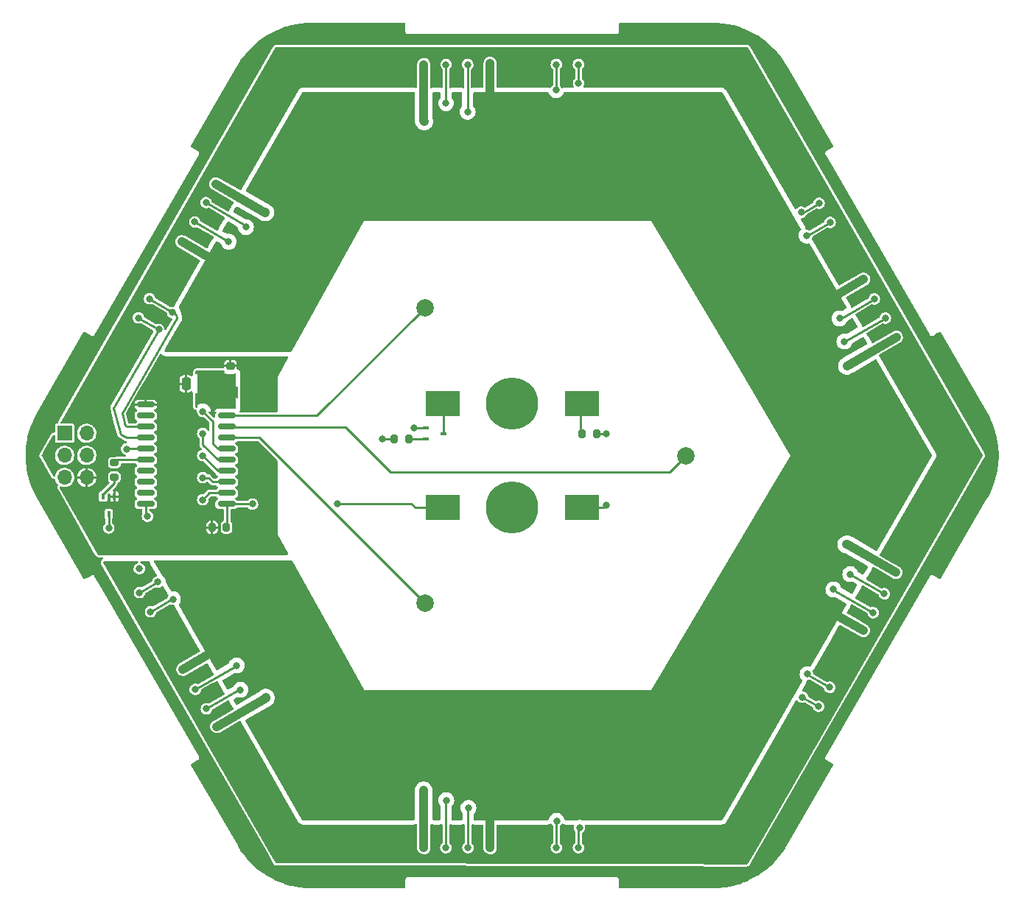
<source format=gbl>
G04 #@! TF.GenerationSoftware,KiCad,Pcbnew,(6.0.2)*
G04 #@! TF.CreationDate,2022-06-23T15:05:51+02:00*
G04 #@! TF.ProjectId,cup_sense,6375705f-7365-46e7-9365-2e6b69636164,rev?*
G04 #@! TF.SameCoordinates,Original*
G04 #@! TF.FileFunction,Copper,L2,Bot*
G04 #@! TF.FilePolarity,Positive*
%FSLAX46Y46*%
G04 Gerber Fmt 4.6, Leading zero omitted, Abs format (unit mm)*
G04 Created by KiCad (PCBNEW (6.0.2)) date 2022-06-23 15:05:51*
%MOMM*%
%LPD*%
G01*
G04 APERTURE LIST*
G04 Aperture macros list*
%AMRoundRect*
0 Rectangle with rounded corners*
0 $1 Rounding radius*
0 $2 $3 $4 $5 $6 $7 $8 $9 X,Y pos of 4 corners*
0 Add a 4 corners polygon primitive as box body*
4,1,4,$2,$3,$4,$5,$6,$7,$8,$9,$2,$3,0*
0 Add four circle primitives for the rounded corners*
1,1,$1+$1,$2,$3*
1,1,$1+$1,$4,$5*
1,1,$1+$1,$6,$7*
1,1,$1+$1,$8,$9*
0 Add four rect primitives between the rounded corners*
20,1,$1+$1,$2,$3,$4,$5,0*
20,1,$1+$1,$4,$5,$6,$7,0*
20,1,$1+$1,$6,$7,$8,$9,0*
20,1,$1+$1,$8,$9,$2,$3,0*%
G04 Aperture macros list end*
G04 #@! TA.AperFunction,SMDPad,CuDef*
%ADD10R,4.000000X3.000000*%
G04 #@! TD*
G04 #@! TA.AperFunction,ComponentPad*
%ADD11C,6.000000*%
G04 #@! TD*
G04 #@! TA.AperFunction,ComponentPad*
%ADD12C,2.000000*%
G04 #@! TD*
G04 #@! TA.AperFunction,ComponentPad*
%ADD13R,1.700000X1.700000*%
G04 #@! TD*
G04 #@! TA.AperFunction,ComponentPad*
%ADD14O,1.700000X1.700000*%
G04 #@! TD*
G04 #@! TA.AperFunction,SMDPad,CuDef*
%ADD15RoundRect,0.200000X0.275000X-0.200000X0.275000X0.200000X-0.275000X0.200000X-0.275000X-0.200000X0*%
G04 #@! TD*
G04 #@! TA.AperFunction,SMDPad,CuDef*
%ADD16RoundRect,0.200000X0.200000X0.275000X-0.200000X0.275000X-0.200000X-0.275000X0.200000X-0.275000X0*%
G04 #@! TD*
G04 #@! TA.AperFunction,SMDPad,CuDef*
%ADD17RoundRect,0.250000X0.250000X0.475000X-0.250000X0.475000X-0.250000X-0.475000X0.250000X-0.475000X0*%
G04 #@! TD*
G04 #@! TA.AperFunction,SMDPad,CuDef*
%ADD18R,0.700000X0.450000*%
G04 #@! TD*
G04 #@! TA.AperFunction,SMDPad,CuDef*
%ADD19RoundRect,0.150000X0.875000X0.150000X-0.875000X0.150000X-0.875000X-0.150000X0.875000X-0.150000X0*%
G04 #@! TD*
G04 #@! TA.AperFunction,SMDPad,CuDef*
%ADD20RoundRect,0.200000X-0.200000X-0.275000X0.200000X-0.275000X0.200000X0.275000X-0.200000X0.275000X0*%
G04 #@! TD*
G04 #@! TA.AperFunction,SMDPad,CuDef*
%ADD21R,0.450000X0.700000*%
G04 #@! TD*
G04 #@! TA.AperFunction,SMDPad,CuDef*
%ADD22RoundRect,0.225000X0.250000X-0.225000X0.250000X0.225000X-0.250000X0.225000X-0.250000X-0.225000X0*%
G04 #@! TD*
G04 #@! TA.AperFunction,ViaPad*
%ADD23C,0.800000*%
G04 #@! TD*
G04 #@! TA.AperFunction,Conductor*
%ADD24C,0.250000*%
G04 #@! TD*
G04 #@! TA.AperFunction,Conductor*
%ADD25C,1.000000*%
G04 #@! TD*
G04 APERTURE END LIST*
D10*
X-8000000Y6000000D03*
X8000000Y6000000D03*
D11*
X0Y6000000D03*
D12*
X-10000000Y-17000000D03*
X20000000Y0D03*
X-10000000Y17000000D03*
D13*
X-51435000Y2560000D03*
D14*
X-48895000Y2560000D03*
X-51435000Y20000D03*
X-48895000Y20000D03*
X-51435000Y-2520000D03*
X-48895000Y-2520000D03*
D10*
X8000000Y-6000000D03*
X-8000000Y-6000000D03*
D11*
X0Y-6000000D03*
D15*
X-45720000Y-2476000D03*
X-45720000Y-826000D03*
D16*
X-32830000Y-8255000D03*
X-34480000Y-8255000D03*
X9715000Y2540000D03*
X8065000Y2540000D03*
D17*
X-35565000Y8255000D03*
X-37465000Y8255000D03*
D18*
X-9890000Y1890000D03*
X-9890000Y3190000D03*
X-7890000Y2540000D03*
D19*
X-32815000Y5845000D03*
X-32815000Y4575000D03*
X-32815000Y3305000D03*
X-32815000Y2035000D03*
X-32815000Y765000D03*
X-32815000Y-505000D03*
X-32815000Y-1775000D03*
X-32815000Y-3045000D03*
X-32815000Y-4315000D03*
X-32815000Y-5585000D03*
X-42115000Y-5585000D03*
X-42115000Y-4315000D03*
X-42115000Y-3045000D03*
X-42115000Y-1775000D03*
X-42115000Y-505000D03*
X-42115000Y765000D03*
X-42115000Y2035000D03*
X-42115000Y3305000D03*
X-42115000Y4575000D03*
X-42115000Y5845000D03*
D20*
X-13525001Y1905000D03*
X-11875001Y1905000D03*
D21*
X-47005000Y-4715000D03*
X-45705000Y-4715000D03*
X-46355000Y-6715000D03*
D22*
X-32385000Y8750000D03*
X-32385000Y10300000D03*
D23*
X10795000Y2540001D03*
X-51040000Y8730000D03*
X-33940000Y7460001D03*
X-42514460Y-21612795D03*
X39974460Y-26012205D03*
X10795000Y-5715000D03*
X2540000Y-47625000D03*
X-53086000Y3937000D03*
X-42514460Y21612795D03*
X2540000Y47625000D03*
X39974460Y26012205D03*
X-52451000Y-5588000D03*
X-11260000Y3200000D03*
X-39116000Y-22352000D03*
X0Y44958000D03*
X-27690000Y-1580000D03*
X-40132000Y7620001D03*
X39116000Y-22352000D03*
X39083162Y22400082D03*
X0Y-45085000D03*
X-39116000Y22606000D03*
X-10089700Y38410700D03*
X-10160000Y44958000D03*
X44112307Y-13443063D03*
X38407029Y-10230296D03*
X-28345845Y27946954D03*
X-10179000Y-38500000D03*
X-10160000Y-45085000D03*
X-28300290Y-27824386D03*
X44163162Y13601264D03*
X-33935269Y-31158918D03*
X-34058123Y31223000D03*
X38469884Y10292309D03*
X-29599430Y-12655993D03*
X-2540001Y45085000D03*
X-34545222Y-22669500D03*
X-26234452Y21140808D03*
X36968713Y18264310D03*
X-37844778Y-24574500D03*
X26797000Y26797000D03*
X-2540000Y-45084999D03*
X9652000Y-36576000D03*
X-34052272Y22299734D03*
X-9525000Y36322000D03*
X-2540001Y-41275000D03*
X-2540000Y41275001D03*
X40384778Y20256501D03*
X31667008Y12200430D03*
X40384778Y-20129500D03*
X-37846000Y12319000D03*
X5432555Y33214237D03*
X-5461000Y-33274000D03*
X37085222Y-18224500D03*
X-26670001Y-26797000D03*
X36195000Y-10033000D03*
X-37971778Y24574500D03*
X26234452Y-21140808D03*
X-35134067Y-29112811D03*
X42766767Y-15892586D03*
X41623162Y18000673D03*
X-32578567Y24577567D03*
X-7591800Y40510200D03*
X-5016200Y-40500000D03*
X-31214672Y-26927638D03*
X-36464164Y26859815D03*
X-5080000Y-45085000D03*
X37620535Y15763425D03*
X38865625Y-13646740D03*
X-7594600Y44958000D03*
X38188891Y13102901D03*
X41487470Y-18057594D03*
X-5105400Y44958000D03*
X36924785Y-15393997D03*
X-35181464Y29081517D03*
X-36416767Y-26891109D03*
X-7569200Y-39624001D03*
X-30595561Y26264123D03*
X-7620001Y-45085000D03*
X-5117599Y39510201D03*
X-31665405Y-24147909D03*
X42893162Y15800970D03*
X-44323000Y762000D03*
X-35560000Y-5080000D03*
X-35560000Y-2540001D03*
X-35560000Y0D03*
X-35559999Y2540000D03*
X-35560000Y5080000D03*
X-29830000Y-5580000D03*
X-20040000Y-5520000D03*
X-46355000Y-8344500D03*
X-42848989Y-13003988D03*
X-42825269Y-15760986D03*
X33356658Y-27776797D03*
X7631200Y42810200D03*
X7620001Y-45085000D03*
X33230294Y27967547D03*
X7748000Y-42800000D03*
X35273162Y28999195D03*
X-42948122Y15825068D03*
X35222307Y-28840997D03*
X-40732261Y-14539655D03*
X7620000Y44958000D03*
X-40608566Y14499901D03*
X-41678123Y18024773D03*
X-39026034Y16448324D03*
X33952838Y-25144184D03*
X33851873Y25290939D03*
X5119200Y-42000000D03*
X36492308Y-26641292D03*
X5080000Y44958000D03*
X36543162Y26799491D03*
X-38988999Y-16510000D03*
X-41555269Y-17960691D03*
X5053200Y42010199D03*
X5080000Y-45085000D03*
X-14920000Y1880000D03*
X-41910000Y-6984999D03*
D24*
X10510000Y-6000000D02*
X10795000Y-5715000D01*
X8000000Y-6000000D02*
X10510000Y-6000000D01*
X9715000Y2540001D02*
X10795000Y2540001D01*
X-11250000Y3190000D02*
X-11260000Y3200000D01*
X-9890000Y3190000D02*
X-11250000Y3190000D01*
D25*
X-33935269Y-31158918D02*
X-28326024Y-27920418D01*
X44112307Y-13443063D02*
X38503061Y-10204566D01*
X-28326024Y-27920418D02*
X-28300290Y-27824386D01*
X-10160000Y38481000D02*
X-10089700Y38410700D01*
X-10160000Y44958000D02*
X-10160000Y38481000D01*
X38503061Y-10204566D02*
X38407029Y-10230296D01*
X-28371800Y27940000D02*
X-28345845Y27946954D01*
X-10160000Y-38519000D02*
X-10179000Y-38500000D01*
X38476839Y10318264D02*
X38469884Y10292309D01*
X-34058123Y31223000D02*
X-28371800Y27940000D01*
X-10160000Y-45085000D02*
X-10160000Y-38519000D01*
X44163162Y13601264D02*
X38476839Y10318264D01*
X-34056025Y22313739D02*
X-34052272Y22299734D01*
X36975029Y18287881D02*
X36968713Y18264310D01*
X-2540000Y-45084999D02*
X-2540001Y-41275000D01*
X-34545222Y-22669500D02*
X-37844778Y-24574500D01*
X-2540000Y41275001D02*
X-2540001Y45085000D01*
X-37971778Y24574500D02*
X-34056025Y22313739D01*
X40384778Y20256501D02*
X36975029Y18287881D01*
X40384778Y-20129500D02*
X37085222Y-18224500D01*
D24*
X-31306581Y-26903011D02*
X-31214672Y-26927638D01*
X37707688Y15740073D02*
X37620535Y15763425D01*
X-32590897Y24623583D02*
X-32578567Y24577567D01*
X-7594600Y40513000D02*
X-7591800Y40510200D01*
X38873290Y-13644686D02*
X38865625Y-13646740D01*
X-5080000Y-40563800D02*
X-5016200Y-40500000D01*
X-7594600Y44958000D02*
X-7594600Y40513000D01*
X-35134067Y-29112811D02*
X-31306581Y-26903011D01*
X-36464164Y26859815D02*
X-32590897Y24623583D01*
X-5080000Y-45085000D02*
X-5080000Y-40563800D01*
X41623162Y18000673D02*
X37707688Y15740073D01*
X42766767Y-15892586D02*
X38873290Y-13644686D01*
X7900000Y6350000D02*
X7900000Y2705000D01*
X7900000Y2705000D02*
X8065000Y2540000D01*
X-7620001Y-39674800D02*
X-7569200Y-39624001D01*
X41487470Y-18057594D02*
X36934082Y-15428694D01*
X-5105400Y39522400D02*
X-5117599Y39510201D01*
X-30649361Y26464906D02*
X-30595561Y26264123D01*
X42893162Y15800970D02*
X38210119Y13097213D01*
X36934082Y-15428694D02*
X36924785Y-15393997D01*
X-7620001Y-45085000D02*
X-7620001Y-39674800D01*
X-5105400Y44958000D02*
X-5105400Y39522400D01*
X-36416767Y-26891109D02*
X-31665405Y-24147909D01*
X-35181464Y29081517D02*
X-30649361Y26464906D01*
X38210119Y13097213D02*
X38188891Y13102901D01*
X-44320000Y765000D02*
X-44323000Y762000D01*
X-42115000Y765000D02*
X-44320000Y765000D01*
X-7890000Y6140000D02*
X-8100000Y6350000D01*
X-7889999Y2540000D02*
X-7890000Y6140000D01*
X-32815001Y-4315000D02*
X-34795000Y-4315000D01*
X-34795000Y-4315000D02*
X-35560000Y-5080000D01*
X-34419999Y-3045000D02*
X-34925000Y-2540001D01*
X-34925000Y-2540001D02*
X-35560000Y-2540001D01*
X-32815001Y-3045000D02*
X-34419999Y-3045000D01*
X-33785000Y-1775000D02*
X-35560000Y0D01*
X-32815000Y-1775000D02*
X-33785000Y-1775000D01*
X-32815000Y-505000D02*
X-33830536Y-505000D01*
X-33830536Y-505000D02*
X-35560000Y1224464D01*
X-35560000Y1224464D02*
X-35559999Y2540000D01*
X-32815001Y765000D02*
X-33830537Y765000D01*
X-34413467Y1347931D02*
X-34413467Y3933467D01*
X-33830537Y765000D02*
X-34413467Y1347931D01*
X-34413467Y3933467D02*
X-35560000Y5080000D01*
X-32765000Y-8255000D02*
X-32765000Y-5635000D01*
X-32765000Y-5635000D02*
X-32815000Y-5585000D01*
X-11625000Y-5520000D02*
X-11145000Y-6000000D01*
X-29835000Y-5585000D02*
X-29830000Y-5580000D01*
X-32815000Y-5585000D02*
X-29835000Y-5585000D01*
X-11625000Y-5520000D02*
X-20040000Y-5520000D01*
X-11145000Y-6000000D02*
X-8000000Y-6000000D01*
X-11875000Y1904999D02*
X-9905001Y1905000D01*
X-9905001Y1905000D02*
X-9890000Y1890000D01*
X-45720000Y-3175001D02*
X-47005000Y-4460000D01*
X-45720000Y-2476000D02*
X-45720000Y-3175001D01*
X-47005000Y-4460000D02*
X-47005000Y-4715000D01*
X-46355001Y-6715000D02*
X-46355000Y-8344500D01*
X33405145Y27920695D02*
X33230294Y27967547D01*
X-40638823Y14491794D02*
X-40608566Y14499901D01*
X7620000Y44958000D02*
X7620000Y42821400D01*
X7620000Y42821400D02*
X7631200Y42810200D01*
X-42825269Y-15760986D02*
X-40736360Y-14554954D01*
X-40608566Y14499901D02*
X-45815565Y5481114D01*
X-42948122Y15825068D02*
X-40638823Y14491794D01*
X7620000Y-42928001D02*
X7748000Y-42800000D01*
X35222307Y-28840997D02*
X33371958Y-27772698D01*
X-44326000Y2035000D02*
X-42115000Y2035000D01*
X-44995801Y2421710D02*
X-44326000Y2035000D01*
X-40736360Y-14554954D02*
X-40732261Y-14539655D01*
X-45815565Y5481114D02*
X-44995801Y2421710D01*
X7620001Y-45085000D02*
X7620000Y-42928001D01*
X35273162Y28999195D02*
X33405145Y27920695D01*
X33371958Y-27772698D02*
X33356658Y-27776797D01*
X5080000Y42037000D02*
X5053200Y42010199D01*
X33962647Y-25180793D02*
X33952838Y-25144184D01*
X5080000Y-42039200D02*
X5119200Y-42000000D01*
X5080000Y44958000D02*
X5080000Y42037000D01*
X-44431750Y3439379D02*
X-44199000Y3305000D01*
X36543162Y26799491D02*
X33905420Y25276591D01*
X-41555269Y-17960691D02*
X-39025609Y-16500191D01*
X-38656198Y16234799D02*
X-38539199Y15798150D01*
X-39026034Y16448324D02*
X-38656198Y16234799D01*
X-41678123Y18024773D02*
X-39040383Y16501872D01*
X-38539199Y15798150D02*
X-44825698Y4909614D01*
X-44825698Y4909614D02*
X-44431750Y3439379D01*
X36492308Y-26641292D02*
X33962647Y-25180793D01*
X-39040383Y16501872D02*
X-39026034Y16448324D01*
X5080000Y-45085000D02*
X5080000Y-42039200D01*
X-39025609Y-16500191D02*
X-38988999Y-16510000D01*
X-44199000Y3305000D02*
X-42115000Y3305000D01*
X33905420Y25276591D02*
X33851873Y25290939D01*
X-13550000Y1880000D02*
X-14920000Y1880000D01*
X-42115000Y-5585000D02*
X-42115000Y-6780000D01*
X-42115000Y-6780000D02*
X-41910000Y-6984999D01*
X-13525001Y1905000D02*
X-13550000Y1880000D01*
X-42115000Y-505000D02*
X-45399000Y-505000D01*
X-45399000Y-505000D02*
X-45720000Y-826000D01*
X-29035000Y2035000D02*
X-10000000Y-17000000D01*
X-32815000Y2035000D02*
X-29035000Y2035000D01*
X18095000Y-1904999D02*
X20000000Y0D01*
X-13970000Y-1905000D02*
X18095000Y-1904999D01*
X-32765489Y3255489D02*
X-19130489Y3255489D01*
X-32815000Y3305000D02*
X-32765489Y3255489D01*
X-19130489Y3255489D02*
X-13970000Y-1905000D01*
X-22425000Y4575000D02*
X-10000000Y17000000D01*
X-32815000Y4575000D02*
X-22425000Y4575000D01*
G04 #@! TA.AperFunction,Conductor*
G36*
X-33092702Y9495448D02*
G01*
X-33086472Y9491608D01*
X-33086471Y9491607D01*
X-33020000Y9450634D01*
X-32947101Y9405698D01*
X-32784757Y9351851D01*
X-32777920Y9351151D01*
X-32777918Y9351150D01*
X-32736599Y9346917D01*
X-32683732Y9341500D01*
X-32086268Y9341500D01*
X-32083022Y9341837D01*
X-32083018Y9341837D01*
X-32048917Y9345375D01*
X-31983981Y9352113D01*
X-31830274Y9403394D01*
X-31828676Y9403927D01*
X-31828674Y9403928D01*
X-31821732Y9406244D01*
X-31750000Y9450633D01*
X-31750000Y5355528D01*
X-31770754Y5361557D01*
X-31836169Y5380562D01*
X-31842574Y5381066D01*
X-31842579Y5381067D01*
X-31871042Y5383307D01*
X-31871050Y5383307D01*
X-31873498Y5383500D01*
X-33756502Y5383500D01*
X-33758950Y5383307D01*
X-33758958Y5383307D01*
X-33787421Y5381067D01*
X-33787426Y5381066D01*
X-33793831Y5380562D01*
X-33879999Y5355528D01*
X-33945988Y5336357D01*
X-33945990Y5336356D01*
X-33953601Y5334145D01*
X-33960428Y5330108D01*
X-33960427Y5330108D01*
X-34089980Y5253491D01*
X-34089983Y5253489D01*
X-34096807Y5249453D01*
X-34214453Y5131807D01*
X-34218489Y5124983D01*
X-34218491Y5124980D01*
X-34245092Y5080000D01*
X-34640846Y5080000D01*
X-34646904Y5091094D01*
X-34649093Y5104707D01*
X-34665768Y5263365D01*
X-34665768Y5263367D01*
X-34666458Y5269928D01*
X-34725473Y5451556D01*
X-34820960Y5616944D01*
X-34948747Y5758866D01*
X-35103248Y5871118D01*
X-35109276Y5873802D01*
X-35109278Y5873803D01*
X-35271681Y5946109D01*
X-35271682Y5946109D01*
X-35277712Y5948794D01*
X-35371113Y5968647D01*
X-35458056Y5987128D01*
X-35458061Y5987128D01*
X-35464513Y5988500D01*
X-35655487Y5988500D01*
X-35661939Y5987128D01*
X-35661944Y5987128D01*
X-35748887Y5968647D01*
X-35842288Y5948794D01*
X-35848318Y5946109D01*
X-35848319Y5946109D01*
X-36010722Y5873803D01*
X-36010724Y5873802D01*
X-36016752Y5871118D01*
X-36171253Y5758866D01*
X-36195000Y5732492D01*
X-36195000Y9525000D01*
X-33122306Y9525000D01*
X-33092702Y9495448D01*
G37*
G04 #@! TD.AperFunction*
G04 #@! TA.AperFunction,Conductor*
G36*
X-12383112Y49742404D02*
G01*
X-12314991Y49722402D01*
X-12268498Y49668746D01*
X-12257112Y49616404D01*
X-12257112Y48786526D01*
X-12259533Y48761948D01*
X-12262088Y48749101D01*
X-12257112Y48724084D01*
X-12242375Y48649995D01*
X-12186236Y48565977D01*
X-12102218Y48509838D01*
X-12003112Y48490125D01*
X-11990265Y48492680D01*
X-11965687Y48495101D01*
X11959463Y48495101D01*
X11984041Y48492680D01*
X11996888Y48490125D01*
X12095994Y48509838D01*
X12180012Y48565977D01*
X12236151Y48649995D01*
X12250888Y48724084D01*
X12255864Y48749101D01*
X12253309Y48761948D01*
X12250888Y48786526D01*
X12250888Y49616405D01*
X12270890Y49684526D01*
X12324546Y49731019D01*
X12376888Y49742405D01*
X23052493Y49742405D01*
X23077034Y49739992D01*
X23077770Y49739846D01*
X23077771Y49739846D01*
X23089942Y49737429D01*
X23102110Y49739853D01*
X23108546Y49739855D01*
X23125967Y49741306D01*
X23686048Y49724224D01*
X23693763Y49723751D01*
X24015200Y49694067D01*
X24283762Y49669265D01*
X24291464Y49668314D01*
X24876986Y49577611D01*
X24884614Y49576187D01*
X25463413Y49449616D01*
X25470940Y49447726D01*
X26040869Y49285759D01*
X26048265Y49283409D01*
X26607158Y49086659D01*
X26614395Y49083857D01*
X27160079Y48853089D01*
X27167130Y48849848D01*
X27697592Y48585915D01*
X27704430Y48582246D01*
X28217639Y48286158D01*
X28224238Y48282075D01*
X28718242Y47954958D01*
X28724573Y47950480D01*
X29197527Y47593552D01*
X29203543Y47588714D01*
X29653634Y47203343D01*
X29659349Y47198136D01*
X29811876Y47050328D01*
X30084839Y46785810D01*
X30090243Y46780241D01*
X30489545Y46342502D01*
X30494592Y46336615D01*
X30866197Y45875113D01*
X30870859Y45868944D01*
X31037669Y45633454D01*
X31213341Y45385454D01*
X31217630Y45378986D01*
X31512757Y44902670D01*
X31520218Y44886869D01*
X31523438Y44881295D01*
X31527432Y44869543D01*
X31535617Y44860216D01*
X31535618Y44860214D01*
X31536030Y44859745D01*
X31550443Y44839638D01*
X36888187Y35594394D01*
X36904925Y35525399D01*
X36881705Y35458307D01*
X36842068Y35422275D01*
X36123373Y35007336D01*
X36100875Y34997142D01*
X36100220Y34996920D01*
X36100219Y34996920D01*
X36088472Y34992932D01*
X36079144Y34984751D01*
X36079143Y34984751D01*
X36064684Y34972071D01*
X36012500Y34926307D01*
X35967808Y34835680D01*
X35961199Y34734849D01*
X35993680Y34639164D01*
X36001860Y34629836D01*
X36001861Y34629835D01*
X36002314Y34629319D01*
X36016703Y34609240D01*
X47979276Y13889455D01*
X47989469Y13866958D01*
X47993680Y13854554D01*
X48001861Y13845226D01*
X48001861Y13845225D01*
X48014041Y13831336D01*
X48060305Y13778582D01*
X48150932Y13733890D01*
X48163317Y13733078D01*
X48163318Y13733078D01*
X48190081Y13731324D01*
X48251763Y13727281D01*
X48347448Y13759762D01*
X48357293Y13768396D01*
X48377372Y13782785D01*
X48386253Y13787912D01*
X48872470Y14068630D01*
X49096068Y14197724D01*
X49165063Y14214462D01*
X49232155Y14191242D01*
X49268187Y14151605D01*
X54594274Y4926551D01*
X54605961Y4906308D01*
X54616153Y4883814D01*
X54620364Y4871410D01*
X54628546Y4862080D01*
X54631766Y4856503D01*
X54641723Y4842144D01*
X54906815Y4348482D01*
X54910270Y4341546D01*
X55037952Y4064019D01*
X55157918Y3803263D01*
X55160940Y3796122D01*
X55372111Y3251029D01*
X55374965Y3243661D01*
X55377545Y3236341D01*
X55557168Y2671706D01*
X55559291Y2664242D01*
X55703803Y2089666D01*
X55705464Y2082086D01*
X55814341Y1499647D01*
X55815526Y1492009D01*
X55853090Y1188647D01*
X55888337Y903997D01*
X55889053Y896270D01*
X55925528Y304902D01*
X55925767Y297145D01*
X55925767Y-295349D01*
X55925528Y-303106D01*
X55889053Y-894474D01*
X55888337Y-902201D01*
X55848924Y-1220500D01*
X55815528Y-1490200D01*
X55814341Y-1497851D01*
X55761515Y-1780444D01*
X55705464Y-2080290D01*
X55703803Y-2087870D01*
X55559291Y-2662446D01*
X55557168Y-2669910D01*
X55377545Y-3234545D01*
X55374969Y-3241853D01*
X55183668Y-3735659D01*
X55160942Y-3794321D01*
X55157918Y-3801467D01*
X54910275Y-4339739D01*
X54906815Y-4346686D01*
X54641723Y-4840348D01*
X54631769Y-4854703D01*
X54628549Y-4860281D01*
X54620364Y-4869614D01*
X54616154Y-4882017D01*
X54605960Y-4904515D01*
X50888703Y-11342991D01*
X49430971Y-13867857D01*
X49268186Y-14149808D01*
X49216804Y-14198801D01*
X49147090Y-14212237D01*
X49096067Y-14195927D01*
X48527833Y-13867857D01*
X48377371Y-13780988D01*
X48357294Y-13766600D01*
X48356778Y-13766147D01*
X48356777Y-13766146D01*
X48347449Y-13757966D01*
X48301541Y-13742382D01*
X48276784Y-13733978D01*
X48263516Y-13729474D01*
X48263515Y-13729474D01*
X48251764Y-13725485D01*
X48190905Y-13729474D01*
X48163319Y-13731282D01*
X48163318Y-13731282D01*
X48150933Y-13732094D01*
X48060306Y-13776786D01*
X47993681Y-13852758D01*
X47989693Y-13864505D01*
X47989693Y-13864506D01*
X47989471Y-13865161D01*
X47979277Y-13887659D01*
X36016704Y-34607444D01*
X36002315Y-34627523D01*
X35993681Y-34637368D01*
X35985482Y-34661521D01*
X35961200Y-34733053D01*
X35967809Y-34833884D01*
X36012501Y-34924511D01*
X36088473Y-34991136D01*
X36100220Y-34995124D01*
X36100221Y-34995124D01*
X36100876Y-34995346D01*
X36123374Y-35005540D01*
X36842069Y-35420479D01*
X36891062Y-35471861D01*
X36904498Y-35541575D01*
X36888188Y-35592598D01*
X31550414Y-44837892D01*
X31536025Y-44857971D01*
X31527391Y-44867816D01*
X31523402Y-44879568D01*
X31520182Y-44885145D01*
X31512726Y-44900950D01*
X31371227Y-45129488D01*
X31217773Y-45377333D01*
X31213495Y-45383790D01*
X30871188Y-45867411D01*
X30866531Y-45873579D01*
X30495131Y-46335204D01*
X30490086Y-46341094D01*
X30090990Y-46778994D01*
X30085592Y-46784562D01*
X29699200Y-47159358D01*
X29660326Y-47197065D01*
X29654600Y-47202287D01*
X29475487Y-47355805D01*
X29204737Y-47587863D01*
X29198696Y-47592726D01*
X28725984Y-47949878D01*
X28719655Y-47954361D01*
X28225856Y-48281760D01*
X28219263Y-48285845D01*
X27706249Y-48582246D01*
X27699417Y-48585917D01*
X27544616Y-48663066D01*
X27169149Y-48850189D01*
X27162123Y-48853425D01*
X26902845Y-48963286D01*
X26616594Y-49084575D01*
X26609363Y-49087380D01*
X26304705Y-49194882D01*
X26050631Y-49284535D01*
X26043259Y-49286883D01*
X25585380Y-49417387D01*
X25473489Y-49449278D01*
X25465968Y-49451174D01*
X24887260Y-49578213D01*
X24879638Y-49579642D01*
X24622712Y-49619664D01*
X24294210Y-49670836D01*
X24286532Y-49671791D01*
X23696609Y-49726792D01*
X23688879Y-49727274D01*
X23128835Y-49744868D01*
X23111426Y-49743434D01*
X23104986Y-49743438D01*
X23092812Y-49741024D01*
X23080645Y-49743452D01*
X23080643Y-49743452D01*
X23080084Y-49743564D01*
X23055426Y-49746000D01*
X12380000Y-49746000D01*
X12311879Y-49725998D01*
X12265386Y-49672342D01*
X12254000Y-49620000D01*
X12254000Y-48787425D01*
X12256421Y-48762844D01*
X12256555Y-48762170D01*
X12258976Y-48750000D01*
X12239263Y-48650894D01*
X12183124Y-48566876D01*
X12099106Y-48510737D01*
X12025017Y-48496000D01*
X12012172Y-48493445D01*
X12000000Y-48491024D01*
X11987153Y-48493579D01*
X11962575Y-48496000D01*
X-11962575Y-48496000D01*
X-11987153Y-48493579D01*
X-12000000Y-48491024D01*
X-12012172Y-48493445D01*
X-12025017Y-48496000D01*
X-12099106Y-48510737D01*
X-12183124Y-48566876D01*
X-12239263Y-48650894D01*
X-12258976Y-48750000D01*
X-12256555Y-48762170D01*
X-12256421Y-48762844D01*
X-12254000Y-48787425D01*
X-12254000Y-49620000D01*
X-12274002Y-49688121D01*
X-12327658Y-49734614D01*
X-12380000Y-49746000D01*
X-23055548Y-49746000D01*
X-23080126Y-49743579D01*
X-23092973Y-49741024D01*
X-23105143Y-49743445D01*
X-23111585Y-49743445D01*
X-23129003Y-49744890D01*
X-23598334Y-49730430D01*
X-23689055Y-49727635D01*
X-23696799Y-49727158D01*
X-24286796Y-49672486D01*
X-24294472Y-49671536D01*
X-24879965Y-49580651D01*
X-24887579Y-49579227D01*
X-25247321Y-49500443D01*
X-25466370Y-49452470D01*
X-25473895Y-49450577D01*
X-25766240Y-49367398D01*
X-26043772Y-49288434D01*
X-26051163Y-49286082D01*
X-26055561Y-49284532D01*
X-26178933Y-49241057D01*
X-26609969Y-49089165D01*
X-26617205Y-49086362D01*
X-27162833Y-48855419D01*
X-27169883Y-48852176D01*
X-27349286Y-48762844D01*
X-27700292Y-48588063D01*
X-27707096Y-48584409D01*
X-28040248Y-48392063D01*
X-28220215Y-48288159D01*
X-28226813Y-48284074D01*
X-28400538Y-48168960D01*
X-28720740Y-47956786D01*
X-28727042Y-47952326D01*
X-29199872Y-47595260D01*
X-29205918Y-47590395D01*
X-29610434Y-47243828D01*
X-29655870Y-47204900D01*
X-29661589Y-47199688D01*
X-30086956Y-46787223D01*
X-30092358Y-46781652D01*
X-30491523Y-46343789D01*
X-30496572Y-46337895D01*
X-30868007Y-45876311D01*
X-30872684Y-45870119D01*
X-31215023Y-45386512D01*
X-31219309Y-45380042D01*
X-31514281Y-44903646D01*
X-31521740Y-44887838D01*
X-31524957Y-44882265D01*
X-31528947Y-44870512D01*
X-31537129Y-44861182D01*
X-31537130Y-44861180D01*
X-31537584Y-44860663D01*
X-31551970Y-44840587D01*
X-36889742Y-35595293D01*
X-36906480Y-35526298D01*
X-36883260Y-35459206D01*
X-36843623Y-35423174D01*
X-36670947Y-35323480D01*
X-36124924Y-35008234D01*
X-36102432Y-34998043D01*
X-36090028Y-34993832D01*
X-36080702Y-34985653D01*
X-36080700Y-34985652D01*
X-36075893Y-34981436D01*
X-36070854Y-34977016D01*
X-36070850Y-34977014D01*
X-36023387Y-34935390D01*
X-36014056Y-34927207D01*
X-35969364Y-34836580D01*
X-35962755Y-34735749D01*
X-35995236Y-34640064D01*
X-36003870Y-34630219D01*
X-36018259Y-34610140D01*
X-36019815Y-34607444D01*
X-47433491Y-14838377D01*
X-47980832Y-13890355D01*
X-47991026Y-13867857D01*
X-47991248Y-13867202D01*
X-47991248Y-13867201D01*
X-47995236Y-13855454D01*
X-48005781Y-13843429D01*
X-48053679Y-13788812D01*
X-48061861Y-13779482D01*
X-48152488Y-13734790D01*
X-48164873Y-13733978D01*
X-48164874Y-13733978D01*
X-48193620Y-13732094D01*
X-48253319Y-13728181D01*
X-48295153Y-13742382D01*
X-48349004Y-13760662D01*
X-48358332Y-13768842D01*
X-48358333Y-13768843D01*
X-48358849Y-13769296D01*
X-48378926Y-13783684D01*
X-48559016Y-13887659D01*
X-49097623Y-14198624D01*
X-49166618Y-14215362D01*
X-49233710Y-14192142D01*
X-49269742Y-14152505D01*
X-49436018Y-13864506D01*
X-54607549Y-4907153D01*
X-54617727Y-4884699D01*
X-54621961Y-4872240D01*
X-54630145Y-4862914D01*
X-54633363Y-4857343D01*
X-54643329Y-4842981D01*
X-54908573Y-4349404D01*
X-54912034Y-4342459D01*
X-55041069Y-4062223D01*
X-55159845Y-3804267D01*
X-55162870Y-3797126D01*
X-55192829Y-3719865D01*
X-55377074Y-3244710D01*
X-55379654Y-3237398D01*
X-55559449Y-2672830D01*
X-55561572Y-2665376D01*
X-55562137Y-2663130D01*
X-55706270Y-2090813D01*
X-55707932Y-2083233D01*
X-55816982Y-1500875D01*
X-55818175Y-1493207D01*
X-55850887Y-1229703D01*
X-55891169Y-905221D01*
X-55891887Y-897504D01*
X-55892074Y-894474D01*
X-55928546Y-306131D01*
X-55928787Y-298374D01*
X-55928895Y47820D01*
X-54333428Y47820D01*
X-54333154Y39660D01*
X-54333154Y39658D01*
X-54332909Y32381D01*
X-54330099Y-51230D01*
X-54313917Y-120358D01*
X-54287589Y-187690D01*
X-54220472Y-306131D01*
X-53697115Y-1229703D01*
X-53003720Y-2453340D01*
X-52980576Y-2494183D01*
X-52980575Y-2494183D01*
X-52979761Y-2495621D01*
X-52964385Y-2519544D01*
X-52947895Y-2542290D01*
X-52874189Y-2610249D01*
X-52868837Y-2613502D01*
X-52868835Y-2613504D01*
X-52815936Y-2645661D01*
X-52815928Y-2645665D01*
X-52813522Y-2647128D01*
X-52811001Y-2648367D01*
X-52810991Y-2648373D01*
X-52792168Y-2657627D01*
X-52772891Y-2667105D01*
X-52764019Y-2668640D01*
X-52764017Y-2668641D01*
X-52681334Y-2682950D01*
X-52681331Y-2682950D01*
X-52675236Y-2684005D01*
X-52654812Y-2683494D01*
X-52634409Y-2682985D01*
X-52565810Y-2701280D01*
X-52517991Y-2753757D01*
X-52509139Y-2777930D01*
X-52480608Y-2890269D01*
X-52395623Y-3074616D01*
X-52278467Y-3240389D01*
X-52210665Y-3306438D01*
X-52175829Y-3368297D01*
X-52179966Y-3439173D01*
X-52190361Y-3461211D01*
X-52219486Y-3510065D01*
X-52243246Y-3576968D01*
X-52254535Y-3620815D01*
X-52251206Y-3719865D01*
X-52235024Y-3788993D01*
X-52208696Y-3856325D01*
X-51863691Y-4465158D01*
X-49598348Y-8462821D01*
X-47898010Y-11463418D01*
X-47882187Y-11491342D01*
X-47845731Y-11540659D01*
X-47804229Y-11584537D01*
X-47779074Y-11607773D01*
X-47691257Y-11653709D01*
X-47623136Y-11673711D01*
X-47618677Y-11674352D01*
X-47618673Y-11674353D01*
X-47587356Y-11678856D01*
X-47551576Y-11684000D01*
X-47111436Y-11684000D01*
X-47043315Y-11704002D01*
X-46996822Y-11757658D01*
X-46986718Y-11827932D01*
X-47016212Y-11892512D01*
X-47054605Y-11922455D01*
X-47111434Y-11951174D01*
X-47167334Y-11994942D01*
X-47200357Y-12025924D01*
X-47250601Y-12111349D01*
X-47273964Y-12178392D01*
X-47284993Y-12222305D01*
X-47281077Y-12321333D01*
X-47264486Y-12390363D01*
X-47237758Y-12457539D01*
X-47235518Y-12461437D01*
X-47235518Y-12461438D01*
X-33976764Y-35539173D01*
X-27989952Y-45959615D01*
X-27434469Y-46926471D01*
X-27432232Y-46929473D01*
X-27432228Y-46929479D01*
X-27416187Y-46951004D01*
X-27398449Y-46974807D01*
X-27357565Y-47017877D01*
X-27333187Y-47040408D01*
X-27325888Y-47044248D01*
X-27325885Y-47044250D01*
X-27250961Y-47083667D01*
X-27250956Y-47083669D01*
X-27245478Y-47086551D01*
X-27211201Y-47096703D01*
X-27181723Y-47105434D01*
X-27181720Y-47105435D01*
X-27177404Y-47106713D01*
X-27146984Y-47111159D01*
X-27110317Y-47116519D01*
X-27110311Y-47116519D01*
X-27105867Y-47117169D01*
X-27101381Y-47117180D01*
X-27101374Y-47117180D01*
X16997441Y-47220456D01*
X26977357Y-47243828D01*
X26981100Y-47243386D01*
X27033954Y-47237145D01*
X27033962Y-47237143D01*
X27037701Y-47236702D01*
X27041369Y-47235814D01*
X27041376Y-47235813D01*
X27093832Y-47223117D01*
X27093833Y-47223117D01*
X27095873Y-47222623D01*
X27128012Y-47212547D01*
X27211635Y-47159358D01*
X27216105Y-47155085D01*
X27216109Y-47155082D01*
X27259707Y-47113406D01*
X27259709Y-47113404D01*
X27262956Y-47110300D01*
X27307575Y-47053415D01*
X27309819Y-47049517D01*
X27309823Y-47049511D01*
X27949931Y-45937586D01*
X37251128Y-29780576D01*
X45841262Y-14858746D01*
X54285941Y-189586D01*
X54309521Y-134426D01*
X54326173Y-77717D01*
X54333381Y-45605D01*
X54329378Y53420D01*
X54324331Y74341D01*
X54313783Y118057D01*
X54313782Y118060D01*
X54312726Y122437D01*
X54285941Y189586D01*
X54221787Y301027D01*
X27309352Y47050328D01*
X27309348Y47050333D01*
X27307476Y47053586D01*
X27305231Y47056591D01*
X27305227Y47056597D01*
X27289381Y47077806D01*
X27271285Y47102027D01*
X27230208Y47145162D01*
X27205646Y47167773D01*
X27117829Y47213709D01*
X27049708Y47233711D01*
X27045249Y47234352D01*
X27045245Y47234353D01*
X27013507Y47238916D01*
X26978148Y47244000D01*
X2713520Y47244000D01*
X2698442Y47243150D01*
X2686772Y47242493D01*
X2686758Y47242492D01*
X2684987Y47242392D01*
X2683212Y47242191D01*
X2683208Y47242191D01*
X2678459Y47241654D01*
X2656858Y47239212D01*
X2655131Y47238917D01*
X2655120Y47238916D01*
X2630438Y47234708D01*
X2630428Y47234706D01*
X2628686Y47234409D01*
X2626964Y47234015D01*
X2626946Y47234011D01*
X2597034Y47227160D01*
X2566926Y47223996D01*
X2538468Y47224443D01*
X2537186Y47224463D01*
X2500490Y47225040D01*
X2470493Y47229149D01*
X2467040Y47230054D01*
X2463236Y47231053D01*
X2463222Y47231056D01*
X2461294Y47231562D01*
X2429334Y47237789D01*
X2427332Y47238047D01*
X2427321Y47238049D01*
X2406605Y47240721D01*
X2397362Y47241913D01*
X2395341Y47242043D01*
X2395339Y47242043D01*
X2383502Y47242803D01*
X2364868Y47244000D01*
X-27104976Y47244000D01*
X-27165263Y47236742D01*
X-27168923Y47235848D01*
X-27168927Y47235847D01*
X-27213161Y47225039D01*
X-27223368Y47222545D01*
X-27225355Y47221917D01*
X-27225360Y47221916D01*
X-27235727Y47218641D01*
X-27255450Y47212412D01*
X-27338965Y47159054D01*
X-27343427Y47154771D01*
X-27343430Y47154769D01*
X-27351974Y47146568D01*
X-27390186Y47109892D01*
X-27392954Y47106349D01*
X-27392957Y47106345D01*
X-27424490Y47065974D01*
X-27434689Y47052917D01*
X-52000547Y4178543D01*
X-52114642Y3979416D01*
X-52134421Y3935822D01*
X-52135388Y3933013D01*
X-52147903Y3896660D01*
X-52149813Y3891113D01*
X-52155757Y3871246D01*
X-52159739Y3796957D01*
X-52160447Y3783754D01*
X-52184066Y3716802D01*
X-52240134Y3673248D01*
X-52286266Y3664499D01*
X-52310066Y3664499D01*
X-52345818Y3657388D01*
X-52372126Y3652156D01*
X-52372128Y3652155D01*
X-52384301Y3649734D01*
X-52394621Y3642839D01*
X-52394622Y3642838D01*
X-52455015Y3602484D01*
X-52468484Y3593484D01*
X-52524734Y3509301D01*
X-52539500Y3435067D01*
X-52539500Y2754274D01*
X-52559502Y2686153D01*
X-52613158Y2639660D01*
X-52665837Y2628274D01*
X-52702824Y2628373D01*
X-52708901Y2627181D01*
X-52708902Y2627181D01*
X-52727798Y2623475D01*
X-52772493Y2614708D01*
X-52815974Y2602066D01*
X-52823569Y2597213D01*
X-52823570Y2597213D01*
X-52852382Y2578805D01*
X-52899489Y2548708D01*
X-52903951Y2544425D01*
X-52903954Y2544423D01*
X-52908562Y2540000D01*
X-52950709Y2499547D01*
X-52995212Y2442572D01*
X-53967707Y745293D01*
X-54286693Y188572D01*
X-54309845Y134439D01*
X-54313773Y121179D01*
X-54314013Y121250D01*
X-54314015Y121244D01*
X-54313775Y121173D01*
X-54326326Y78800D01*
X-54333428Y47820D01*
X-55928895Y47820D01*
X-55928940Y191738D01*
X-55928972Y294126D01*
X-55928735Y301876D01*
X-55892445Y893240D01*
X-55891732Y900967D01*
X-55819103Y1489002D01*
X-55817915Y1496671D01*
X-55765212Y1779095D01*
X-55709223Y2079127D01*
X-55707568Y2086694D01*
X-55692314Y2147420D01*
X-55618178Y2442572D01*
X-55563231Y2661327D01*
X-55561110Y2668792D01*
X-55381668Y3233468D01*
X-55379091Y3240788D01*
X-55165227Y3793345D01*
X-55162204Y3800492D01*
X-54914736Y4338821D01*
X-54911279Y4345769D01*
X-54646343Y4839512D01*
X-54636391Y4853873D01*
X-54633176Y4859446D01*
X-54624992Y4868784D01*
X-54620804Y4881135D01*
X-54610599Y4903666D01*
X-54609073Y4906308D01*
X-49272855Y14148909D01*
X-49221473Y14197902D01*
X-49151759Y14211338D01*
X-49100736Y14195028D01*
X-49025525Y14151605D01*
X-48388585Y13783868D01*
X-48379707Y13778742D01*
X-48359628Y13764353D01*
X-48349783Y13755719D01*
X-48325630Y13747520D01*
X-48254099Y13723238D01*
X-48254098Y13723238D01*
X-48192415Y13727281D01*
X-48165653Y13729035D01*
X-48165652Y13729035D01*
X-48153267Y13729847D01*
X-48062640Y13774539D01*
X-48012833Y13831334D01*
X-48012830Y13831337D01*
X-48004200Y13841178D01*
X-48004198Y13841181D01*
X-47996016Y13850511D01*
X-47991804Y13862917D01*
X-47981612Y13885409D01*
X-36019036Y34605199D01*
X-36004653Y34625271D01*
X-35996016Y34635120D01*
X-35987818Y34659270D01*
X-35987816Y34659273D01*
X-35963534Y34730804D01*
X-35970143Y34831636D01*
X-36014835Y34922262D01*
X-36014835Y34922263D01*
X-36071630Y34972070D01*
X-36071633Y34972073D01*
X-36081477Y34980706D01*
X-36081481Y34980708D01*
X-36090807Y34988887D01*
X-36103207Y34993096D01*
X-36125702Y35003289D01*
X-36846737Y35419579D01*
X-36895730Y35470962D01*
X-36909166Y35540675D01*
X-36892856Y35591698D01*
X-31555082Y44836992D01*
X-31540696Y44857068D01*
X-31540242Y44857586D01*
X-31532059Y44866917D01*
X-31528069Y44878669D01*
X-31524852Y44884242D01*
X-31517393Y44900050D01*
X-31222415Y45376455D01*
X-31218129Y45382923D01*
X-30875801Y45866516D01*
X-30871124Y45872709D01*
X-30499684Y46334299D01*
X-30494635Y46340193D01*
X-30095469Y46778057D01*
X-30090067Y46783628D01*
X-29808693Y47056467D01*
X-29664700Y47196092D01*
X-29658981Y47201305D01*
X-29209030Y47586800D01*
X-29202984Y47591665D01*
X-28730169Y47948717D01*
X-28723835Y47953201D01*
X-28229924Y48280478D01*
X-28223326Y48284563D01*
X-28043359Y48388467D01*
X-27710207Y48580813D01*
X-27703403Y48584467D01*
X-27172994Y48848580D01*
X-27165944Y48851823D01*
X-26620317Y49082766D01*
X-26613081Y49085569D01*
X-26054275Y49282486D01*
X-26046884Y49284838D01*
X-25582232Y49417042D01*
X-25477007Y49446981D01*
X-25469482Y49448874D01*
X-25250433Y49496847D01*
X-24890691Y49575631D01*
X-24883077Y49577055D01*
X-24297584Y49667940D01*
X-24289908Y49668890D01*
X-23699910Y49723562D01*
X-23692167Y49724039D01*
X-23608583Y49726614D01*
X-23132110Y49741294D01*
X-23114699Y49739850D01*
X-23108256Y49739850D01*
X-23096085Y49737429D01*
X-23083238Y49739984D01*
X-23058660Y49742405D01*
X-22101618Y49742405D01*
X-12383112Y49742404D01*
G37*
G04 #@! TD.AperFunction*
G04 #@! TA.AperFunction,Conductor*
G36*
X-33996317Y5026123D02*
G01*
X-34018418Y4968631D01*
X-34021326Y4965723D01*
X-34025828Y4956887D01*
X-34025829Y4956886D01*
X-34041285Y4926551D01*
X-34079498Y4851555D01*
X-34094500Y4756834D01*
X-34094500Y4455384D01*
X-34114502Y4387263D01*
X-34168158Y4340770D01*
X-34238432Y4330666D01*
X-34303012Y4360160D01*
X-34309595Y4366289D01*
X-34869857Y4926551D01*
X-34903883Y4988863D01*
X-34905505Y5033399D01*
X-34901419Y5062108D01*
X-34901419Y5062114D01*
X-34900838Y5066193D01*
X-34900693Y5080000D01*
X-34006117Y5080000D01*
X-33996317Y5026123D01*
G37*
G04 #@! TD.AperFunction*
G04 #@! TA.AperFunction,Conductor*
G36*
X-36256885Y7161915D02*
G01*
X-36195000Y7123769D01*
X-36195000Y5466681D01*
X-36204277Y5469350D01*
X-36207850Y5470760D01*
X-36211898Y5472703D01*
X-36216185Y5474051D01*
X-36216188Y5474052D01*
X-36252248Y5485389D01*
X-36268972Y5491992D01*
X-36318582Y5515800D01*
X-36348376Y5535759D01*
X-36374622Y5559391D01*
X-36397584Y5586934D01*
X-36416114Y5617010D01*
X-36430390Y5649913D01*
X-36443804Y5699040D01*
X-36448013Y5724432D01*
X-36448759Y5736465D01*
X-36449000Y5744262D01*
X-36449000Y7054655D01*
X-36428998Y7122776D01*
X-36375342Y7169269D01*
X-36305068Y7179373D01*
X-36256885Y7161915D01*
G37*
G04 #@! TD.AperFunction*
G04 #@! TA.AperFunction,Conductor*
G36*
X-31552081Y7937076D02*
G01*
X-31506510Y7882635D01*
X-31496000Y7832255D01*
X-31496000Y6716264D01*
X-31516002Y6648143D01*
X-31569658Y6601650D01*
X-31639932Y6591546D01*
X-31672040Y6600627D01*
X-31684207Y6605892D01*
X-31750000Y6625007D01*
X-31750000Y7901220D01*
X-31688303Y7939399D01*
X-31619851Y7958237D01*
X-31552081Y7937076D01*
G37*
G04 #@! TD.AperFunction*
G04 #@! TA.AperFunction,Conductor*
G36*
X-33179197Y9784956D02*
G01*
X-33112982Y9780217D01*
X-33056148Y9737667D01*
X-33031341Y9671146D01*
X-33046435Y9601773D01*
X-33082760Y9563419D01*
X-33081441Y9561755D01*
X-33098574Y9548176D01*
X-33121710Y9525000D01*
X-36195000Y9525000D01*
X-36195000Y9386274D01*
X-36256697Y9348095D01*
X-36325149Y9329257D01*
X-36392919Y9350418D01*
X-36438490Y9404859D01*
X-36449000Y9455239D01*
X-36449000Y9497821D01*
X-36447719Y9515741D01*
X-36438781Y9577901D01*
X-36428679Y9612304D01*
X-36414006Y9644433D01*
X-36394620Y9674599D01*
X-36371484Y9701300D01*
X-36344383Y9724782D01*
X-36314667Y9743879D01*
X-36282058Y9758772D01*
X-36273024Y9761425D01*
X-36273024Y9761424D01*
X-36234931Y9772609D01*
X-36208431Y9777390D01*
X-36201641Y9777876D01*
X-36190410Y9778679D01*
X-36181423Y9779000D01*
X-33240000Y9779000D01*
X-33236653Y9779360D01*
X-33236649Y9779360D01*
X-33189374Y9784442D01*
X-33189367Y9784443D01*
X-33186010Y9784804D01*
X-33182711Y9785522D01*
X-33179376Y9786062D01*
X-33179197Y9784956D01*
G37*
G04 #@! TD.AperFunction*
G04 #@! TA.AperFunction,Conductor*
G36*
X-11226379Y41762998D02*
G01*
X-11179886Y41709342D01*
X-11168500Y41657000D01*
X-11168500Y38542843D01*
X-11169237Y38529236D01*
X-11173324Y38491612D01*
X-11172787Y38485477D01*
X-11168950Y38441612D01*
X-11168621Y38436786D01*
X-11168500Y38434314D01*
X-11168500Y38431231D01*
X-11168199Y38428163D01*
X-11164310Y38388494D01*
X-11164188Y38387181D01*
X-11156087Y38294587D01*
X-11154600Y38289468D01*
X-11154080Y38284167D01*
X-11127209Y38195166D01*
X-11126874Y38194033D01*
X-11100909Y38104664D01*
X-11098456Y38099932D01*
X-11096916Y38094831D01*
X-11094022Y38089388D01*
X-11053269Y38012740D01*
X-11052657Y38011574D01*
X-11012729Y37934547D01*
X-11009892Y37929074D01*
X-11006569Y37924911D01*
X-11004066Y37920204D01*
X-10945245Y37848082D01*
X-10944554Y37847226D01*
X-10913262Y37808027D01*
X-10910758Y37805523D01*
X-10910116Y37804805D01*
X-10906415Y37800472D01*
X-10879065Y37766938D01*
X-10874318Y37763011D01*
X-10874316Y37763009D01*
X-10843734Y37737710D01*
X-10834954Y37729720D01*
X-10767625Y37662391D01*
X-10653439Y37568597D01*
X-10479137Y37475138D01*
X-10370481Y37441918D01*
X-10295900Y37419116D01*
X-10295898Y37419116D01*
X-10290002Y37417313D01*
X-10232149Y37411436D01*
X-10099366Y37397948D01*
X-10099361Y37397948D01*
X-10093238Y37397326D01*
X-9969175Y37409054D01*
X-9902471Y37415359D01*
X-9902469Y37415359D01*
X-9896338Y37415939D01*
X-9801571Y37444190D01*
X-9712707Y37470681D01*
X-9712705Y37470682D01*
X-9706804Y37472441D01*
X-9531854Y37564682D01*
X-9378153Y37689147D01*
X-9337692Y37737710D01*
X-9255495Y37836365D01*
X-9255492Y37836370D01*
X-9251554Y37841096D01*
X-9156879Y38014741D01*
X-9097735Y38203468D01*
X-9088968Y38284167D01*
X-9077041Y38393964D01*
X-9077041Y38393968D01*
X-9076376Y38400089D01*
X-9093613Y38597113D01*
X-9146497Y38779141D01*
X-9151500Y38814294D01*
X-9151500Y41657000D01*
X-9131498Y41725121D01*
X-9077842Y41771614D01*
X-9025500Y41783000D01*
X-8354100Y41783000D01*
X-8285979Y41762998D01*
X-8239486Y41709342D01*
X-8228100Y41657000D01*
X-8228100Y41209615D01*
X-8248102Y41141494D01*
X-8260463Y41125306D01*
X-8330840Y41047144D01*
X-8426327Y40881756D01*
X-8485342Y40700128D01*
X-8505304Y40510200D01*
X-8485342Y40320272D01*
X-8426327Y40138644D01*
X-8330840Y39973256D01*
X-8203053Y39831334D01*
X-8048552Y39719082D01*
X-8042524Y39716398D01*
X-8042522Y39716397D01*
X-8005983Y39700129D01*
X-7874088Y39641406D01*
X-7780688Y39621553D01*
X-7693744Y39603072D01*
X-7693739Y39603072D01*
X-7687287Y39601700D01*
X-7496313Y39601700D01*
X-7489861Y39603072D01*
X-7489856Y39603072D01*
X-7402912Y39621553D01*
X-7309512Y39641406D01*
X-7177617Y39700129D01*
X-7141078Y39716397D01*
X-7141076Y39716398D01*
X-7135048Y39719082D01*
X-6980547Y39831334D01*
X-6852760Y39973256D01*
X-6757273Y40138644D01*
X-6698258Y40320272D01*
X-6678296Y40510200D01*
X-6698258Y40700128D01*
X-6757273Y40881756D01*
X-6852760Y41047144D01*
X-6928736Y41131524D01*
X-6959454Y41195531D01*
X-6961100Y41215834D01*
X-6961100Y41657000D01*
X-6941098Y41725121D01*
X-6887442Y41771614D01*
X-6835100Y41783000D01*
X-5864900Y41783000D01*
X-5796779Y41762998D01*
X-5750286Y41709342D01*
X-5738900Y41657000D01*
X-5738900Y40226274D01*
X-5758902Y40158153D01*
X-5771264Y40141964D01*
X-5856639Y40047145D01*
X-5952126Y39881757D01*
X-6011141Y39700129D01*
X-6031103Y39510201D01*
X-6011141Y39320273D01*
X-5952126Y39138645D01*
X-5856639Y38973257D01*
X-5728852Y38831335D01*
X-5574351Y38719083D01*
X-5568323Y38716399D01*
X-5568321Y38716398D01*
X-5405918Y38644092D01*
X-5399887Y38641407D01*
X-5306486Y38621554D01*
X-5219543Y38603073D01*
X-5219538Y38603073D01*
X-5213086Y38601701D01*
X-5022112Y38601701D01*
X-5015660Y38603073D01*
X-5015655Y38603073D01*
X-4928712Y38621554D01*
X-4835311Y38641407D01*
X-4829280Y38644092D01*
X-4666877Y38716398D01*
X-4666875Y38716399D01*
X-4660847Y38719083D01*
X-4506346Y38831335D01*
X-4378559Y38973257D01*
X-4283072Y39138645D01*
X-4224057Y39320273D01*
X-4204095Y39510201D01*
X-4224057Y39700129D01*
X-4283072Y39881757D01*
X-4378559Y40047145D01*
X-4439536Y40114867D01*
X-4470254Y40178874D01*
X-4471900Y40199177D01*
X-4471900Y41657000D01*
X-4451898Y41725121D01*
X-4398242Y41771614D01*
X-4345900Y41783000D01*
X4080224Y41783000D01*
X4148345Y41762998D01*
X4194838Y41709342D01*
X4200057Y41695936D01*
X4218673Y41638643D01*
X4314160Y41473255D01*
X4441947Y41331333D01*
X4596448Y41219081D01*
X4602476Y41216397D01*
X4602478Y41216396D01*
X4764881Y41144090D01*
X4770912Y41141405D01*
X4846661Y41125304D01*
X4951256Y41103071D01*
X4951261Y41103071D01*
X4957713Y41101699D01*
X5148687Y41101699D01*
X5155139Y41103071D01*
X5155144Y41103071D01*
X5259739Y41125304D01*
X5335488Y41141405D01*
X5341519Y41144090D01*
X5503922Y41216396D01*
X5503924Y41216397D01*
X5509952Y41219081D01*
X5664453Y41331333D01*
X5792240Y41473255D01*
X5887727Y41638643D01*
X5906343Y41695936D01*
X5946417Y41754542D01*
X6011813Y41782179D01*
X6026176Y41783000D01*
X24057263Y41783000D01*
X24125384Y41762998D01*
X24166375Y41720013D01*
X33208005Y26063717D01*
X33224751Y25994724D01*
X33201538Y25927629D01*
X33192540Y25916406D01*
X33112833Y25827883D01*
X33017346Y25662495D01*
X32958331Y25480867D01*
X32957641Y25474306D01*
X32957641Y25474304D01*
X32946540Y25368685D01*
X32938369Y25290939D01*
X32939059Y25284374D01*
X32953875Y25143411D01*
X32958331Y25101011D01*
X33017346Y24919383D01*
X33112833Y24753995D01*
X33240620Y24612073D01*
X33395121Y24499821D01*
X33401149Y24497137D01*
X33401151Y24497136D01*
X33556250Y24428082D01*
X33569585Y24422145D01*
X33662985Y24402292D01*
X33749929Y24383811D01*
X33749934Y24383811D01*
X33756386Y24382439D01*
X33947360Y24382439D01*
X33953813Y24383811D01*
X33953826Y24383812D01*
X34064103Y24407253D01*
X34134893Y24401852D01*
X34191526Y24359035D01*
X34199403Y24347033D01*
X38424504Y17030937D01*
X38441250Y16961946D01*
X38418037Y16894851D01*
X38378392Y16858807D01*
X38003781Y16642525D01*
X37934786Y16625787D01*
X37905057Y16631224D01*
X37902823Y16632219D01*
X37833797Y16646891D01*
X37722479Y16670553D01*
X37722474Y16670553D01*
X37716022Y16671925D01*
X37525048Y16671925D01*
X37518596Y16670553D01*
X37518591Y16670553D01*
X37431648Y16652072D01*
X37338247Y16632219D01*
X37332217Y16629534D01*
X37332216Y16629534D01*
X37169813Y16557228D01*
X37169811Y16557227D01*
X37163783Y16554543D01*
X37009282Y16442291D01*
X37004861Y16437381D01*
X37004860Y16437380D01*
X36915301Y16337914D01*
X36881495Y16300369D01*
X36786008Y16134981D01*
X36726993Y15953353D01*
X36726303Y15946792D01*
X36726303Y15946790D01*
X36718956Y15876885D01*
X36707031Y15763425D01*
X36707721Y15756860D01*
X36723392Y15607763D01*
X36726993Y15573497D01*
X36786008Y15391869D01*
X36789311Y15386148D01*
X36789312Y15386146D01*
X36823221Y15327415D01*
X36881495Y15226481D01*
X36885913Y15221574D01*
X36885914Y15221573D01*
X36988386Y15107766D01*
X37009282Y15084559D01*
X37163783Y14972307D01*
X37169811Y14969623D01*
X37169813Y14969622D01*
X37276204Y14922254D01*
X37338247Y14894631D01*
X37431647Y14874778D01*
X37518591Y14856297D01*
X37518596Y14856297D01*
X37525048Y14854925D01*
X37716022Y14854925D01*
X37722474Y14856297D01*
X37722479Y14856297D01*
X37809423Y14874778D01*
X37902823Y14894631D01*
X37964866Y14922254D01*
X38071257Y14969622D01*
X38071259Y14969623D01*
X38077287Y14972307D01*
X38231788Y15084559D01*
X38252684Y15107766D01*
X38355156Y15221573D01*
X38355157Y15221574D01*
X38359575Y15226481D01*
X38455062Y15391869D01*
X38457105Y15398154D01*
X38459394Y15405200D01*
X38499470Y15463804D01*
X38516226Y15475379D01*
X38791441Y15634275D01*
X39012048Y15761642D01*
X39081041Y15778380D01*
X39148133Y15755160D01*
X39184158Y15715536D01*
X39694763Y14831384D01*
X39711509Y14762391D01*
X39688296Y14695296D01*
X39648653Y14659254D01*
X38683139Y14101814D01*
X38503264Y13997963D01*
X38434269Y13981225D01*
X38414067Y13983835D01*
X38290835Y14010029D01*
X38290831Y14010029D01*
X38284378Y14011401D01*
X38093404Y14011401D01*
X38086952Y14010029D01*
X38086947Y14010029D01*
X38000004Y13991548D01*
X37906603Y13971695D01*
X37900573Y13969010D01*
X37900572Y13969010D01*
X37738169Y13896704D01*
X37738167Y13896703D01*
X37732139Y13894019D01*
X37577638Y13781767D01*
X37449851Y13639845D01*
X37398301Y13550558D01*
X37358149Y13481012D01*
X37354364Y13474457D01*
X37295349Y13292829D01*
X37275387Y13102901D01*
X37295349Y12912973D01*
X37354364Y12731345D01*
X37449851Y12565957D01*
X37577638Y12424035D01*
X37732139Y12311783D01*
X37738167Y12309099D01*
X37738169Y12309098D01*
X37900572Y12236792D01*
X37906603Y12234107D01*
X38000004Y12214254D01*
X38086947Y12195773D01*
X38086952Y12195773D01*
X38093404Y12194401D01*
X38284378Y12194401D01*
X38290830Y12195773D01*
X38290835Y12195773D01*
X38377779Y12214254D01*
X38471179Y12234107D01*
X38477210Y12236792D01*
X38639613Y12309098D01*
X38639615Y12309099D01*
X38645643Y12311783D01*
X38800144Y12424035D01*
X38927931Y12565957D01*
X39023418Y12731345D01*
X39050036Y12813266D01*
X39090110Y12871872D01*
X39106869Y12883449D01*
X40140850Y13480419D01*
X40282305Y13562088D01*
X40351300Y13578826D01*
X40418392Y13555606D01*
X40454417Y13515982D01*
X40587080Y13286266D01*
X40696767Y13096336D01*
X40777485Y12956566D01*
X40794231Y12887573D01*
X40771018Y12820478D01*
X40731376Y12784437D01*
X39392884Y12011658D01*
X38026158Y11222579D01*
X38014005Y11216413D01*
X37985013Y11203626D01*
X37979379Y11201141D01*
X37974333Y11197608D01*
X37938262Y11172352D01*
X37934245Y11169652D01*
X37932166Y11168313D01*
X37929488Y11166766D01*
X37926983Y11164973D01*
X37926979Y11164970D01*
X37894618Y11141801D01*
X37893537Y11141036D01*
X37817367Y11087704D01*
X37813668Y11083847D01*
X37809337Y11080746D01*
X37745736Y11013018D01*
X37744885Y11012122D01*
X37684746Y10949412D01*
X37684740Y10949404D01*
X37680476Y10944958D01*
X37677600Y10940461D01*
X37673949Y10936573D01*
X37670683Y10931346D01*
X37624698Y10857757D01*
X37623993Y10856642D01*
X37577240Y10783539D01*
X37577237Y10783534D01*
X37573917Y10778342D01*
X37571971Y10773376D01*
X37569142Y10768849D01*
X37566956Y10763093D01*
X37566955Y10763092D01*
X37536143Y10681978D01*
X37535673Y10680760D01*
X37517401Y10634135D01*
X37516491Y10630738D01*
X37516165Y10629748D01*
X37514266Y10624385D01*
X37498911Y10583962D01*
X37497883Y10577882D01*
X37491266Y10538763D01*
X37488740Y10527176D01*
X37482870Y10505268D01*
X37458733Y10359484D01*
X37464943Y10161804D01*
X37466330Y10155797D01*
X37508043Y9975101D01*
X37508045Y9975096D01*
X37509430Y9969095D01*
X37590501Y9788698D01*
X37705067Y9627482D01*
X37848765Y9491590D01*
X37853977Y9488308D01*
X37853978Y9488307D01*
X37973607Y9412971D01*
X38016122Y9386197D01*
X38021870Y9383990D01*
X38021873Y9383989D01*
X38195014Y9317524D01*
X38200761Y9315318D01*
X38395652Y9281652D01*
X38593370Y9286480D01*
X38612139Y9290675D01*
X38717701Y9314270D01*
X38786385Y9329622D01*
X38792031Y9332112D01*
X38961697Y9406941D01*
X38961701Y9406943D01*
X38967344Y9409432D01*
X39129356Y9522870D01*
X39133625Y9527321D01*
X39138301Y9531329D01*
X39138519Y9531074D01*
X39161236Y9548885D01*
X41290717Y10778342D01*
X41740103Y11037795D01*
X41809098Y11054533D01*
X41876190Y11031313D01*
X41912215Y10991689D01*
X48223665Y62917D01*
X48240411Y-6076D01*
X48223747Y-62965D01*
X41982407Y-10903188D01*
X41931084Y-10952241D01*
X41861387Y-10965761D01*
X41810217Y-10949437D01*
X39060879Y-9362108D01*
X39049462Y-9354665D01*
X39023897Y-9335953D01*
X39023893Y-9335950D01*
X39018927Y-9332316D01*
X39013348Y-9329714D01*
X39013344Y-9329712D01*
X38973448Y-9311108D01*
X38969100Y-9308978D01*
X38966874Y-9307834D01*
X38964209Y-9306295D01*
X38961412Y-9305026D01*
X38961398Y-9305019D01*
X38925155Y-9288578D01*
X38923957Y-9288027D01*
X38845267Y-9251332D01*
X38845263Y-9251331D01*
X38839682Y-9248728D01*
X38834493Y-9247453D01*
X38829638Y-9245251D01*
X38823648Y-9243846D01*
X38823645Y-9243845D01*
X38772090Y-9231753D01*
X38739185Y-9224035D01*
X38737954Y-9223739D01*
X38653606Y-9203020D01*
X38653600Y-9203019D01*
X38647615Y-9201549D01*
X38642282Y-9201307D01*
X38637086Y-9200088D01*
X38578354Y-9198037D01*
X38544175Y-9196843D01*
X38542855Y-9196790D01*
X38516554Y-9195595D01*
X38450042Y-9192574D01*
X38444769Y-9193371D01*
X38439430Y-9193185D01*
X38433350Y-9194170D01*
X38433347Y-9194170D01*
X38347600Y-9208058D01*
X38346297Y-9208262D01*
X38316919Y-9212705D01*
X38296897Y-9215733D01*
X38293492Y-9216645D01*
X38292503Y-9216852D01*
X38286885Y-9217893D01*
X38250283Y-9223821D01*
X38250280Y-9223822D01*
X38244197Y-9224807D01*
X38238420Y-9226955D01*
X38238414Y-9226957D01*
X38201227Y-9240787D01*
X38189919Y-9244396D01*
X38097953Y-9269036D01*
X38095073Y-9270119D01*
X38095062Y-9270122D01*
X37998822Y-9306295D01*
X37959631Y-9321025D01*
X37791540Y-9425242D01*
X37646892Y-9560123D01*
X37531199Y-9720531D01*
X37448865Y-9900356D01*
X37403027Y-10092748D01*
X37395432Y-10290380D01*
X37426368Y-10485721D01*
X37494657Y-10671335D01*
X37597697Y-10840150D01*
X37601864Y-10844682D01*
X37601865Y-10844683D01*
X37727400Y-10981206D01*
X37727403Y-10981209D01*
X37731566Y-10985736D01*
X37891163Y-11102546D01*
X37986355Y-11146937D01*
X38064823Y-11183530D01*
X38064827Y-11183531D01*
X38070408Y-11186134D01*
X38076389Y-11187603D01*
X38076400Y-11187607D01*
X38254511Y-11231358D01*
X38287454Y-11244601D01*
X40804063Y-12697564D01*
X40853056Y-12748946D01*
X40866492Y-12818660D01*
X40850257Y-12869553D01*
X40401129Y-13649617D01*
X40349805Y-13698671D01*
X40280108Y-13712191D01*
X40228938Y-13695867D01*
X39940425Y-13529294D01*
X39788189Y-13441400D01*
X39739196Y-13390017D01*
X39731356Y-13371218D01*
X39702193Y-13281465D01*
X39702192Y-13281464D01*
X39700152Y-13275184D01*
X39604665Y-13109796D01*
X39476878Y-12967874D01*
X39377782Y-12895876D01*
X39327719Y-12859503D01*
X39327718Y-12859502D01*
X39322377Y-12855622D01*
X39316349Y-12852938D01*
X39316347Y-12852937D01*
X39153944Y-12780631D01*
X39153943Y-12780631D01*
X39147913Y-12777946D01*
X39054512Y-12758093D01*
X38967569Y-12739612D01*
X38967564Y-12739612D01*
X38961112Y-12738240D01*
X38770138Y-12738240D01*
X38763686Y-12739612D01*
X38763681Y-12739612D01*
X38676738Y-12758093D01*
X38583337Y-12777946D01*
X38577307Y-12780631D01*
X38577306Y-12780631D01*
X38414903Y-12852937D01*
X38414901Y-12852938D01*
X38408873Y-12855622D01*
X38403532Y-12859502D01*
X38403531Y-12859503D01*
X38353468Y-12895876D01*
X38254372Y-12967874D01*
X38126585Y-13109796D01*
X38031098Y-13275184D01*
X37972083Y-13456812D01*
X37971393Y-13463373D01*
X37971393Y-13463375D01*
X37955573Y-13613898D01*
X37952121Y-13646740D01*
X37972083Y-13836668D01*
X38031098Y-14018296D01*
X38126585Y-14183684D01*
X38254372Y-14325606D01*
X38408873Y-14437858D01*
X38414901Y-14440542D01*
X38414903Y-14440543D01*
X38515872Y-14485497D01*
X38583337Y-14515534D01*
X38654965Y-14530759D01*
X38763681Y-14553868D01*
X38763686Y-14553868D01*
X38770138Y-14555240D01*
X38961112Y-14555240D01*
X38967565Y-14553868D01*
X38967569Y-14553868D01*
X39076287Y-14530759D01*
X39147078Y-14536161D01*
X39165483Y-14544887D01*
X39597009Y-14794028D01*
X39646001Y-14845409D01*
X39659437Y-14915123D01*
X39643202Y-14966015D01*
X39146432Y-15828827D01*
X39095108Y-15877882D01*
X39025411Y-15891402D01*
X38974242Y-15875078D01*
X37861670Y-15232734D01*
X37812677Y-15181351D01*
X37804837Y-15162552D01*
X37784990Y-15101468D01*
X37759312Y-15022441D01*
X37663825Y-14857053D01*
X37536038Y-14715131D01*
X37381537Y-14602879D01*
X37375509Y-14600195D01*
X37375507Y-14600194D01*
X37213104Y-14527888D01*
X37213103Y-14527888D01*
X37207073Y-14525203D01*
X37113673Y-14505350D01*
X37026729Y-14486869D01*
X37026724Y-14486869D01*
X37020272Y-14485497D01*
X36829298Y-14485497D01*
X36822846Y-14486869D01*
X36822841Y-14486869D01*
X36735897Y-14505350D01*
X36642497Y-14525203D01*
X36636467Y-14527888D01*
X36636466Y-14527888D01*
X36474063Y-14600194D01*
X36474061Y-14600195D01*
X36468033Y-14602879D01*
X36313532Y-14715131D01*
X36185745Y-14857053D01*
X36090258Y-15022441D01*
X36031243Y-15204069D01*
X36030553Y-15210630D01*
X36030553Y-15210632D01*
X36029724Y-15218521D01*
X36011281Y-15393997D01*
X36011971Y-15400562D01*
X36024633Y-15521030D01*
X36031243Y-15583925D01*
X36090258Y-15765553D01*
X36185745Y-15930941D01*
X36313532Y-16072863D01*
X36468033Y-16185115D01*
X36474061Y-16187799D01*
X36474063Y-16187800D01*
X36636466Y-16260106D01*
X36642497Y-16262791D01*
X36712149Y-16277596D01*
X36822841Y-16301125D01*
X36822846Y-16301125D01*
X36829298Y-16302497D01*
X37020272Y-16302497D01*
X37038858Y-16298546D01*
X37090115Y-16287652D01*
X37160906Y-16293054D01*
X37179311Y-16301780D01*
X38193426Y-16887279D01*
X38342311Y-16973238D01*
X38391304Y-17024620D01*
X38404740Y-17094334D01*
X38388505Y-17145227D01*
X36207415Y-20933437D01*
X34323746Y-24205073D01*
X34272423Y-24254126D01*
X34202726Y-24267646D01*
X34188361Y-24265450D01*
X34134698Y-24254043D01*
X34054782Y-24237056D01*
X34054777Y-24237056D01*
X34048325Y-24235684D01*
X33857351Y-24235684D01*
X33850899Y-24237056D01*
X33850894Y-24237056D01*
X33770589Y-24254126D01*
X33670550Y-24275390D01*
X33664520Y-24278075D01*
X33664519Y-24278075D01*
X33502116Y-24350381D01*
X33502114Y-24350382D01*
X33496086Y-24353066D01*
X33341585Y-24465318D01*
X33213798Y-24607240D01*
X33118311Y-24772628D01*
X33059296Y-24954256D01*
X33058606Y-24960817D01*
X33058606Y-24960819D01*
X33050949Y-25033671D01*
X33039334Y-25144184D01*
X33059296Y-25334112D01*
X33118311Y-25515740D01*
X33213798Y-25681128D01*
X33218216Y-25686035D01*
X33218217Y-25686036D01*
X33311270Y-25789382D01*
X33341988Y-25853389D01*
X33333223Y-25923843D01*
X33326828Y-25936561D01*
X24172410Y-41836342D01*
X24166348Y-41846870D01*
X24115024Y-41895924D01*
X24057154Y-41910000D01*
X7943767Y-41910000D01*
X7917570Y-41907247D01*
X7849944Y-41892872D01*
X7849939Y-41892872D01*
X7843487Y-41891500D01*
X7652513Y-41891500D01*
X7646061Y-41892872D01*
X7646056Y-41892872D01*
X7578430Y-41907247D01*
X7552233Y-41910000D01*
X6135310Y-41910000D01*
X6067189Y-41889998D01*
X6020696Y-41836342D01*
X6013078Y-41813272D01*
X6012742Y-41810072D01*
X5953727Y-41628444D01*
X5858240Y-41463056D01*
X5730453Y-41321134D01*
X5575952Y-41208882D01*
X5569924Y-41206198D01*
X5569922Y-41206197D01*
X5407519Y-41133891D01*
X5407518Y-41133891D01*
X5401488Y-41131206D01*
X5308087Y-41111353D01*
X5221144Y-41092872D01*
X5221139Y-41092872D01*
X5214687Y-41091500D01*
X5023713Y-41091500D01*
X5017261Y-41092872D01*
X5017256Y-41092872D01*
X4930313Y-41111353D01*
X4836912Y-41131206D01*
X4830882Y-41133891D01*
X4830881Y-41133891D01*
X4668478Y-41206197D01*
X4668476Y-41206198D01*
X4662448Y-41208882D01*
X4507947Y-41321134D01*
X4380160Y-41463056D01*
X4284673Y-41628444D01*
X4225658Y-41810072D01*
X4225477Y-41811792D01*
X4192604Y-41872675D01*
X4130453Y-41906993D01*
X4103090Y-41910000D01*
X-4320500Y-41910000D01*
X-4388621Y-41889998D01*
X-4435114Y-41836342D01*
X-4446500Y-41784000D01*
X-4446500Y-41271450D01*
X-4426498Y-41203329D01*
X-4406930Y-41180307D01*
X-4404947Y-41178866D01*
X-4277160Y-41036944D01*
X-4181673Y-40871556D01*
X-4122658Y-40689928D01*
X-4102696Y-40500000D01*
X-4122658Y-40310072D01*
X-4181673Y-40128444D01*
X-4277160Y-39963056D01*
X-4404947Y-39821134D01*
X-4559448Y-39708882D01*
X-4565476Y-39706198D01*
X-4565478Y-39706197D01*
X-4727881Y-39633891D01*
X-4727882Y-39633891D01*
X-4733912Y-39631206D01*
X-4827313Y-39611353D01*
X-4914256Y-39592872D01*
X-4914261Y-39592872D01*
X-4920713Y-39591500D01*
X-5111687Y-39591500D01*
X-5118139Y-39592872D01*
X-5118144Y-39592872D01*
X-5205087Y-39611353D01*
X-5298488Y-39631206D01*
X-5304518Y-39633891D01*
X-5304519Y-39633891D01*
X-5466922Y-39706197D01*
X-5466924Y-39706198D01*
X-5472952Y-39708882D01*
X-5627453Y-39821134D01*
X-5755240Y-39963056D01*
X-5850727Y-40128444D01*
X-5909742Y-40310072D01*
X-5929704Y-40500000D01*
X-5909742Y-40689928D01*
X-5850727Y-40871556D01*
X-5755240Y-41036944D01*
X-5745863Y-41047358D01*
X-5715147Y-41111363D01*
X-5713500Y-41131667D01*
X-5713500Y-41784000D01*
X-5733502Y-41852121D01*
X-5787158Y-41898614D01*
X-5839500Y-41910000D01*
X-6860501Y-41910000D01*
X-6928622Y-41889998D01*
X-6975115Y-41836342D01*
X-6986501Y-41784000D01*
X-6986501Y-40382946D01*
X-6966499Y-40314825D01*
X-6954137Y-40298636D01*
X-6834579Y-40165853D01*
X-6834578Y-40165852D01*
X-6830160Y-40160945D01*
X-6734673Y-39995557D01*
X-6675658Y-39813929D01*
X-6655696Y-39624001D01*
X-6675658Y-39434073D01*
X-6734673Y-39252445D01*
X-6830160Y-39087057D01*
X-6957947Y-38945135D01*
X-7112448Y-38832883D01*
X-7118476Y-38830199D01*
X-7118478Y-38830198D01*
X-7280881Y-38757892D01*
X-7280882Y-38757892D01*
X-7286912Y-38755207D01*
X-7380313Y-38735354D01*
X-7467256Y-38716873D01*
X-7467261Y-38716873D01*
X-7473713Y-38715501D01*
X-7664687Y-38715501D01*
X-7671139Y-38716873D01*
X-7671144Y-38716873D01*
X-7758087Y-38735354D01*
X-7851488Y-38755207D01*
X-7857518Y-38757892D01*
X-7857519Y-38757892D01*
X-8019922Y-38830198D01*
X-8019924Y-38830199D01*
X-8025952Y-38832883D01*
X-8180453Y-38945135D01*
X-8308240Y-39087057D01*
X-8403727Y-39252445D01*
X-8462742Y-39434073D01*
X-8482704Y-39624001D01*
X-8462742Y-39813929D01*
X-8403727Y-39995557D01*
X-8308240Y-40160945D01*
X-8303822Y-40165852D01*
X-8303821Y-40165853D01*
X-8285865Y-40185795D01*
X-8255147Y-40249802D01*
X-8253501Y-40270105D01*
X-8253501Y-41784000D01*
X-8273503Y-41852121D01*
X-8327159Y-41898614D01*
X-8379501Y-41910000D01*
X-9025500Y-41910000D01*
X-9093621Y-41889998D01*
X-9140114Y-41836342D01*
X-9151500Y-41784000D01*
X-9151500Y-38580843D01*
X-9150763Y-38567236D01*
X-9147341Y-38535738D01*
X-9147341Y-38535733D01*
X-9146676Y-38529612D01*
X-9151050Y-38479612D01*
X-9151379Y-38474786D01*
X-9151500Y-38472314D01*
X-9151500Y-38469231D01*
X-9152674Y-38457262D01*
X-9155690Y-38426494D01*
X-9155812Y-38425181D01*
X-9163377Y-38338718D01*
X-9163913Y-38332587D01*
X-9165400Y-38327468D01*
X-9165920Y-38322167D01*
X-9192791Y-38233166D01*
X-9193126Y-38232033D01*
X-9217370Y-38148586D01*
X-9217372Y-38148582D01*
X-9219091Y-38142664D01*
X-9221544Y-38137932D01*
X-9223084Y-38132831D01*
X-9235264Y-38109923D01*
X-9266731Y-38050740D01*
X-9267343Y-38049574D01*
X-9307271Y-37972547D01*
X-9310108Y-37967074D01*
X-9313431Y-37962911D01*
X-9315934Y-37958204D01*
X-9374755Y-37886082D01*
X-9375446Y-37885226D01*
X-9406738Y-37846027D01*
X-9409242Y-37843523D01*
X-9409884Y-37842805D01*
X-9413585Y-37838472D01*
X-9440935Y-37804938D01*
X-9476270Y-37775706D01*
X-9485038Y-37767727D01*
X-9498905Y-37753861D01*
X-9501075Y-37751691D01*
X-9615261Y-37657897D01*
X-9789563Y-37564438D01*
X-9898219Y-37531218D01*
X-9972800Y-37508416D01*
X-9972802Y-37508416D01*
X-9978698Y-37506613D01*
X-10036551Y-37500736D01*
X-10169334Y-37487248D01*
X-10169339Y-37487248D01*
X-10175462Y-37486626D01*
X-10299525Y-37498354D01*
X-10366229Y-37504659D01*
X-10366231Y-37504659D01*
X-10372362Y-37505239D01*
X-10467129Y-37533490D01*
X-10555993Y-37559981D01*
X-10555995Y-37559982D01*
X-10561896Y-37561741D01*
X-10736846Y-37653982D01*
X-10890547Y-37778447D01*
X-10894492Y-37783182D01*
X-10946852Y-37846027D01*
X-11017146Y-37930396D01*
X-11111822Y-38104041D01*
X-11170965Y-38292768D01*
X-11171630Y-38298891D01*
X-11171631Y-38298895D01*
X-11190704Y-38474472D01*
X-11192324Y-38489388D01*
X-11175087Y-38686413D01*
X-11173367Y-38692332D01*
X-11172234Y-38698388D01*
X-11172566Y-38698450D01*
X-11168500Y-38727019D01*
X-11168500Y-41784000D01*
X-11188502Y-41852121D01*
X-11242158Y-41898614D01*
X-11294500Y-41910000D01*
X-24056962Y-41910000D01*
X-24125083Y-41889998D01*
X-24166299Y-41846621D01*
X-24187156Y-41810203D01*
X-25544272Y-39440636D01*
X-30630288Y-30560290D01*
X-30646787Y-30491236D01*
X-30623333Y-30424226D01*
X-30583951Y-30388550D01*
X-28045344Y-28922883D01*
X-27875343Y-28824733D01*
X-27863190Y-28818568D01*
X-27834214Y-28805789D01*
X-27834212Y-28805788D01*
X-27828571Y-28803300D01*
X-27787416Y-28774484D01*
X-27783433Y-28771808D01*
X-27781354Y-28770468D01*
X-27778672Y-28768920D01*
X-27743698Y-28743881D01*
X-27742729Y-28743195D01*
X-27671611Y-28693400D01*
X-27666559Y-28689863D01*
X-27662862Y-28686008D01*
X-27658521Y-28682900D01*
X-27654306Y-28678412D01*
X-27654302Y-28678408D01*
X-27594919Y-28615171D01*
X-27594009Y-28614212D01*
X-27533929Y-28551564D01*
X-27533925Y-28551560D01*
X-27529667Y-28547119D01*
X-27526789Y-28542620D01*
X-27523133Y-28538726D01*
X-27519868Y-28533501D01*
X-27519865Y-28533497D01*
X-27473865Y-28459881D01*
X-27473158Y-28458762D01*
X-27457286Y-28433945D01*
X-27423106Y-28380503D01*
X-27421158Y-28375532D01*
X-27418327Y-28371002D01*
X-27385269Y-28283978D01*
X-27384849Y-28282889D01*
X-27366589Y-28236297D01*
X-27365680Y-28232905D01*
X-27365359Y-28231928D01*
X-27363453Y-28226545D01*
X-27350281Y-28191870D01*
X-27350281Y-28191868D01*
X-27348095Y-28186115D01*
X-27340451Y-28140923D01*
X-27337922Y-28129322D01*
X-27332217Y-28108031D01*
X-27313277Y-28037354D01*
X-27289140Y-27891570D01*
X-27289333Y-27885411D01*
X-27295154Y-27700052D01*
X-27295155Y-27700047D01*
X-27295348Y-27693890D01*
X-27339833Y-27501181D01*
X-27420902Y-27320783D01*
X-27535468Y-27159566D01*
X-27585070Y-27112657D01*
X-27646101Y-27054941D01*
X-27679164Y-27023673D01*
X-27846520Y-26918278D01*
X-27852273Y-26916070D01*
X-27852278Y-26916067D01*
X-28001059Y-26858953D01*
X-28031159Y-26847398D01*
X-28037234Y-26846348D01*
X-28037236Y-26846348D01*
X-28128604Y-26830564D01*
X-28226049Y-26813730D01*
X-28423768Y-26818557D01*
X-28429774Y-26819899D01*
X-28429779Y-26819900D01*
X-28610771Y-26860353D01*
X-28610774Y-26860354D01*
X-28616783Y-26861697D01*
X-28622419Y-26864183D01*
X-28622420Y-26864183D01*
X-28792100Y-26939016D01*
X-28792102Y-26939017D01*
X-28797743Y-26941505D01*
X-28959755Y-27054941D01*
X-28964017Y-27059385D01*
X-28964018Y-27059386D01*
X-29090975Y-27191771D01*
X-29118915Y-27213678D01*
X-30293057Y-27891570D01*
X-31585626Y-28637835D01*
X-31654620Y-28654573D01*
X-31721712Y-28631353D01*
X-31757962Y-28591336D01*
X-31995215Y-28177084D01*
X-32011714Y-28108031D01*
X-31988260Y-28041021D01*
X-31948878Y-28005345D01*
X-31655805Y-27836138D01*
X-31602374Y-27805290D01*
X-31533380Y-27788552D01*
X-31501608Y-27794363D01*
X-31496960Y-27796432D01*
X-31490504Y-27797804D01*
X-31490505Y-27797804D01*
X-31316616Y-27834766D01*
X-31316611Y-27834766D01*
X-31310159Y-27836138D01*
X-31119185Y-27836138D01*
X-31112733Y-27834766D01*
X-31112728Y-27834766D01*
X-31025784Y-27816285D01*
X-30932384Y-27796432D01*
X-30914685Y-27788552D01*
X-30763950Y-27721441D01*
X-30763948Y-27721440D01*
X-30757920Y-27718756D01*
X-30603419Y-27606504D01*
X-30598997Y-27601593D01*
X-30480051Y-27469490D01*
X-30480050Y-27469489D01*
X-30475632Y-27464582D01*
X-30392609Y-27320783D01*
X-30383449Y-27304917D01*
X-30383448Y-27304916D01*
X-30380145Y-27299194D01*
X-30321130Y-27117566D01*
X-30314176Y-27051408D01*
X-30301858Y-26934203D01*
X-30301168Y-26927638D01*
X-30311302Y-26831220D01*
X-30320440Y-26744273D01*
X-30320440Y-26744271D01*
X-30321130Y-26737710D01*
X-30380145Y-26556082D01*
X-30475632Y-26390694D01*
X-30603419Y-26248772D01*
X-30757920Y-26136520D01*
X-30763948Y-26133836D01*
X-30763950Y-26133835D01*
X-30926353Y-26061529D01*
X-30926354Y-26061529D01*
X-30932384Y-26058844D01*
X-31025785Y-26038991D01*
X-31112728Y-26020510D01*
X-31112733Y-26020510D01*
X-31119185Y-26019138D01*
X-31310159Y-26019138D01*
X-31316611Y-26020510D01*
X-31316616Y-26020510D01*
X-31403559Y-26038991D01*
X-31496960Y-26058844D01*
X-31502990Y-26061529D01*
X-31502991Y-26061529D01*
X-31665394Y-26133835D01*
X-31665396Y-26133836D01*
X-31671424Y-26136520D01*
X-31825925Y-26248772D01*
X-31953712Y-26390694D01*
X-32049199Y-26556082D01*
X-32051241Y-26562367D01*
X-32051924Y-26564467D01*
X-32052648Y-26565526D01*
X-32053926Y-26568396D01*
X-32054451Y-26568162D01*
X-32092001Y-26623070D01*
X-32108755Y-26634643D01*
X-32298639Y-26744273D01*
X-32577810Y-26905452D01*
X-32646803Y-26922190D01*
X-32713895Y-26898970D01*
X-32750145Y-26858953D01*
X-33270197Y-25950925D01*
X-33286696Y-25881872D01*
X-33263242Y-25814862D01*
X-33223860Y-25779186D01*
X-32441602Y-25327549D01*
X-31957061Y-25047799D01*
X-31888066Y-25031061D01*
X-31867864Y-25033671D01*
X-31767349Y-25055037D01*
X-31767344Y-25055037D01*
X-31760892Y-25056409D01*
X-31569918Y-25056409D01*
X-31563466Y-25055037D01*
X-31563461Y-25055037D01*
X-31450666Y-25031061D01*
X-31383117Y-25016703D01*
X-31377086Y-25014018D01*
X-31214683Y-24941712D01*
X-31214681Y-24941711D01*
X-31208653Y-24939027D01*
X-31054152Y-24826775D01*
X-30926365Y-24684853D01*
X-30830878Y-24519465D01*
X-30771863Y-24337837D01*
X-30765299Y-24275390D01*
X-30752591Y-24154474D01*
X-30751901Y-24147909D01*
X-30771863Y-23957981D01*
X-30830878Y-23776353D01*
X-30926365Y-23610965D01*
X-31054152Y-23469043D01*
X-31208653Y-23356791D01*
X-31214681Y-23354107D01*
X-31214683Y-23354106D01*
X-31377086Y-23281800D01*
X-31377087Y-23281800D01*
X-31383117Y-23279115D01*
X-31476518Y-23259262D01*
X-31563461Y-23240781D01*
X-31563466Y-23240781D01*
X-31569918Y-23239409D01*
X-31760892Y-23239409D01*
X-31767344Y-23240781D01*
X-31767349Y-23240781D01*
X-31854292Y-23259262D01*
X-31947693Y-23279115D01*
X-31953723Y-23281800D01*
X-31953724Y-23281800D01*
X-32116127Y-23354106D01*
X-32116129Y-23354107D01*
X-32122157Y-23356791D01*
X-32276658Y-23469043D01*
X-32404445Y-23610965D01*
X-32499932Y-23776353D01*
X-32501973Y-23782635D01*
X-32533727Y-23880362D01*
X-32573801Y-23938967D01*
X-32590560Y-23950544D01*
X-33852789Y-24679293D01*
X-33921784Y-24696031D01*
X-33988876Y-24672811D01*
X-34025126Y-24632795D01*
X-36057586Y-21084055D01*
X-38277847Y-17207409D01*
X-38294346Y-17138357D01*
X-38270892Y-17071347D01*
X-38262146Y-17060479D01*
X-38254378Y-17051852D01*
X-38254377Y-17051851D01*
X-38249959Y-17046944D01*
X-38154472Y-16881556D01*
X-38095457Y-16699928D01*
X-38075495Y-16510000D01*
X-38087474Y-16396023D01*
X-38094767Y-16326635D01*
X-38094767Y-16326633D01*
X-38095457Y-16320072D01*
X-38154472Y-16138444D01*
X-38249959Y-15973056D01*
X-38323480Y-15891402D01*
X-38373324Y-15836045D01*
X-38373325Y-15836044D01*
X-38377746Y-15831134D01*
X-38532247Y-15718882D01*
X-38538275Y-15716198D01*
X-38538277Y-15716197D01*
X-38700680Y-15643891D01*
X-38700681Y-15643891D01*
X-38706711Y-15641206D01*
X-38800111Y-15621353D01*
X-38887055Y-15602872D01*
X-38887060Y-15602872D01*
X-38893512Y-15601500D01*
X-39084486Y-15601500D01*
X-39090941Y-15602872D01*
X-39090950Y-15602873D01*
X-39095452Y-15603830D01*
X-39166243Y-15598427D01*
X-39222874Y-15555609D01*
X-39230983Y-15543204D01*
X-39525639Y-15028726D01*
X-39808485Y-14534867D01*
X-39824458Y-14485417D01*
X-39828438Y-14447541D01*
X-39833548Y-14398923D01*
X-39838029Y-14356290D01*
X-39838029Y-14356288D01*
X-39838719Y-14349727D01*
X-39897734Y-14168099D01*
X-39993221Y-14002711D01*
X-40121008Y-13860789D01*
X-40145566Y-13842946D01*
X-40188296Y-13811901D01*
X-40225106Y-13785157D01*
X-40260381Y-13745842D01*
X-41127677Y-12231515D01*
X-41144176Y-12162462D01*
X-41120722Y-12095452D01*
X-41064763Y-12051759D01*
X-41018166Y-12042895D01*
X-28248476Y-12060537D01*
X-25371459Y-12064512D01*
X-25303366Y-12084608D01*
X-25261489Y-12129321D01*
X-17045401Y-26918278D01*
X-17000000Y-27000000D01*
X16000000Y-27000000D01*
X16009386Y-26984162D01*
X29458440Y-4288882D01*
X32000000Y0D01*
X26206397Y9776705D01*
X16009236Y26984415D01*
X16009235Y26984416D01*
X16000000Y27000000D01*
X-17000000Y27000000D01*
X-17007572Y26986370D01*
X-17007573Y26986369D01*
X-25331773Y12002809D01*
X-25382340Y11952975D01*
X-25441917Y11938000D01*
X-39818117Y11938000D01*
X-39886238Y11958002D01*
X-39932731Y12011658D01*
X-39942835Y12081932D01*
X-39927236Y12127000D01*
X-39863847Y12236792D01*
X-39433050Y12982955D01*
X-38029957Y15413183D01*
X-38023907Y15422608D01*
X-38018711Y15428258D01*
X-38006412Y15451196D01*
X-37986521Y15488291D01*
X-37984597Y15491748D01*
X-37972623Y15512489D01*
X-37970644Y15515916D01*
X-37969075Y15519649D01*
X-37963974Y15530342D01*
X-37943075Y15569319D01*
X-37938243Y15588994D01*
X-37932035Y15607763D01*
X-37927258Y15619127D01*
X-37927258Y15619128D01*
X-37924186Y15626435D01*
X-37917727Y15670174D01*
X-37915442Y15681821D01*
X-37906787Y15717058D01*
X-37906787Y15717060D01*
X-37904896Y15724758D01*
X-37905108Y15745013D01*
X-37903763Y15764738D01*
X-37901962Y15776935D01*
X-37901962Y15776936D01*
X-37900804Y15784778D01*
X-37905426Y15828755D01*
X-37906109Y15840605D01*
X-37906489Y15876885D01*
X-37906572Y15884808D01*
X-37911814Y15904372D01*
X-37915418Y15923817D01*
X-37916706Y15936076D01*
X-37916707Y15936079D01*
X-37917535Y15943960D01*
X-37932951Y15985413D01*
X-37936554Y15996702D01*
X-38023897Y16322679D01*
X-38026282Y16333620D01*
X-38026604Y16341287D01*
X-38028894Y16348872D01*
X-38028895Y16348877D01*
X-38046289Y16406488D01*
X-38047373Y16410294D01*
X-38053571Y16433423D01*
X-38053573Y16433429D01*
X-38054599Y16437258D01*
X-38056128Y16441004D01*
X-38060088Y16452189D01*
X-38070576Y16486927D01*
X-38072867Y16494515D01*
X-38083361Y16511843D01*
X-38092246Y16529508D01*
X-38096901Y16540915D01*
X-38099897Y16548257D01*
X-38104625Y16554623D01*
X-38104627Y16554627D01*
X-38106298Y16556877D01*
X-38107203Y16559199D01*
X-38108515Y16561527D01*
X-38108184Y16561714D01*
X-38130450Y16618825D01*
X-38131802Y16631688D01*
X-38131802Y16631689D01*
X-38132492Y16638252D01*
X-38191507Y16819880D01*
X-38213981Y16858807D01*
X-38283693Y16979550D01*
X-38286994Y16985268D01*
X-38289228Y16987749D01*
X-38312677Y17053477D01*
X-38296137Y17123430D01*
X-34018148Y24570298D01*
X-33966872Y24619402D01*
X-33897187Y24632989D01*
X-33845893Y24616653D01*
X-33519279Y24428082D01*
X-33470286Y24376699D01*
X-33462447Y24357901D01*
X-33413094Y24206011D01*
X-33317607Y24040623D01*
X-33189820Y23898701D01*
X-33035319Y23786449D01*
X-33029291Y23783765D01*
X-33029289Y23783764D01*
X-32866886Y23711458D01*
X-32860855Y23708773D01*
X-32767455Y23688920D01*
X-32680511Y23670439D01*
X-32680506Y23670439D01*
X-32674054Y23669067D01*
X-32483080Y23669067D01*
X-32476628Y23670439D01*
X-32476623Y23670439D01*
X-32389679Y23688920D01*
X-32296279Y23708773D01*
X-32290248Y23711458D01*
X-32127845Y23783764D01*
X-32127843Y23783765D01*
X-32121815Y23786449D01*
X-31967314Y23898701D01*
X-31839527Y24040623D01*
X-31744040Y24206011D01*
X-31685025Y24387639D01*
X-31682963Y24407253D01*
X-31665753Y24571002D01*
X-31665063Y24577567D01*
X-31685025Y24767495D01*
X-31744040Y24949123D01*
X-31839527Y25114511D01*
X-31865548Y25143411D01*
X-31962892Y25251522D01*
X-31962893Y25251523D01*
X-31967314Y25256433D01*
X-32121815Y25368685D01*
X-32127843Y25371369D01*
X-32127845Y25371370D01*
X-32290248Y25443676D01*
X-32290249Y25443676D01*
X-32296279Y25446361D01*
X-32389680Y25466214D01*
X-32476623Y25484695D01*
X-32476628Y25484695D01*
X-32483080Y25486067D01*
X-32674054Y25486067D01*
X-32731783Y25473796D01*
X-32802572Y25479197D01*
X-32820974Y25487921D01*
X-33215241Y25715551D01*
X-33264234Y25766934D01*
X-33277670Y25836647D01*
X-33261496Y25887434D01*
X-32740256Y26794776D01*
X-32688980Y26843880D01*
X-32619295Y26857467D01*
X-32568002Y26841131D01*
X-31886192Y26447488D01*
X-31560818Y26259633D01*
X-31511825Y26208250D01*
X-31498508Y26163684D01*
X-31489929Y26082057D01*
X-31489103Y26074195D01*
X-31430088Y25892567D01*
X-31334601Y25727179D01*
X-31206814Y25585257D01*
X-31107718Y25513259D01*
X-31068401Y25484694D01*
X-31052313Y25473005D01*
X-31046285Y25470321D01*
X-31046283Y25470320D01*
X-30986439Y25443676D01*
X-30877849Y25395329D01*
X-30784449Y25375476D01*
X-30697505Y25356995D01*
X-30697500Y25356995D01*
X-30691048Y25355623D01*
X-30500074Y25355623D01*
X-30493622Y25356995D01*
X-30493617Y25356995D01*
X-30406673Y25375476D01*
X-30313273Y25395329D01*
X-30204683Y25443676D01*
X-30144839Y25470320D01*
X-30144837Y25470321D01*
X-30138809Y25473005D01*
X-30122720Y25484694D01*
X-30083404Y25513259D01*
X-29984308Y25585257D01*
X-29856521Y25727179D01*
X-29761034Y25892567D01*
X-29702019Y26074195D01*
X-29701192Y26082057D01*
X-29682747Y26257558D01*
X-29682057Y26264123D01*
X-29702019Y26454051D01*
X-29761034Y26635679D01*
X-29856521Y26801067D01*
X-29971537Y26928806D01*
X-29979886Y26938078D01*
X-29979887Y26938079D01*
X-29984308Y26942989D01*
X-30114638Y27037680D01*
X-30133467Y27051360D01*
X-30133468Y27051361D01*
X-30138809Y27055241D01*
X-30144837Y27057925D01*
X-30144839Y27057926D01*
X-30307242Y27130232D01*
X-30307243Y27130232D01*
X-30313273Y27132917D01*
X-30406674Y27152770D01*
X-30493617Y27171251D01*
X-30493622Y27171251D01*
X-30500074Y27172623D01*
X-30574402Y27172623D01*
X-30637402Y27189504D01*
X-30709917Y27231371D01*
X-31937349Y27940029D01*
X-31986342Y27991411D01*
X-31999778Y28061125D01*
X-31983604Y28111912D01*
X-31723458Y28564759D01*
X-31672182Y28613863D01*
X-31602497Y28627450D01*
X-31551203Y28611114D01*
X-28986239Y27130232D01*
X-28929620Y27097543D01*
X-28918203Y27090100D01*
X-28887672Y27067753D01*
X-28882087Y27065149D01*
X-28882081Y27065145D01*
X-28842183Y27046540D01*
X-28837830Y27044407D01*
X-28835614Y27043268D01*
X-28832949Y27041729D01*
X-28830155Y27040462D01*
X-28830146Y27040457D01*
X-28793818Y27023979D01*
X-28792763Y27023494D01*
X-28708426Y26984164D01*
X-28703238Y26982890D01*
X-28698378Y26980685D01*
X-28611213Y26960241D01*
X-28607943Y26959474D01*
X-28606657Y26959165D01*
X-28522342Y26938453D01*
X-28522338Y26938452D01*
X-28516360Y26936984D01*
X-28511021Y26936741D01*
X-28505826Y26935523D01*
X-28499673Y26935308D01*
X-28412938Y26932278D01*
X-28411615Y26932225D01*
X-28318787Y26928008D01*
X-28313512Y26928806D01*
X-28308170Y26928619D01*
X-28216388Y26943485D01*
X-28215193Y26943672D01*
X-28165642Y26951165D01*
X-28162252Y26952073D01*
X-28161215Y26952290D01*
X-28155599Y26953331D01*
X-28145425Y26954979D01*
X-28112937Y26960241D01*
X-28069981Y26976216D01*
X-28058670Y26979825D01*
X-28039758Y26984892D01*
X-28039743Y26984897D01*
X-28036775Y26985692D01*
X-27898453Y27037680D01*
X-27730361Y27141897D01*
X-27585713Y27276776D01*
X-27470018Y27437184D01*
X-27423546Y27538681D01*
X-27390246Y27611409D01*
X-27390244Y27611414D01*
X-27387683Y27617008D01*
X-27366005Y27707991D01*
X-27343273Y27803403D01*
X-27341844Y27809400D01*
X-27334248Y28007032D01*
X-27365183Y28202374D01*
X-27433471Y28387987D01*
X-27478799Y28462251D01*
X-27533298Y28551541D01*
X-27533299Y28551543D01*
X-27536510Y28556803D01*
X-27670378Y28702390D01*
X-27829974Y28819201D01*
X-27835552Y28821802D01*
X-27835555Y28821804D01*
X-28003634Y28900186D01*
X-28003638Y28900188D01*
X-28009219Y28902790D01*
X-28015202Y28904260D01*
X-28021016Y28906307D01*
X-28020905Y28906623D01*
X-28047691Y28917391D01*
X-28189380Y28999195D01*
X-30546957Y30360343D01*
X-30595949Y30411724D01*
X-30609385Y30481438D01*
X-30593211Y30532225D01*
X-24166327Y41719764D01*
X-24115051Y41768868D01*
X-24057072Y41783000D01*
X-11294500Y41783000D01*
X-11226379Y41762998D01*
G37*
G04 #@! TD.AperFunction*
G04 #@! TA.AperFunction,Conductor*
G36*
X2396840Y46985876D02*
G01*
X2450522Y46971793D01*
X2534477Y46970474D01*
X2601319Y46969424D01*
X2601322Y46969424D01*
X2608916Y46969305D01*
X2685391Y46986820D01*
X2713520Y46990000D01*
X26978148Y46990000D01*
X27046269Y46969998D01*
X27087346Y46926863D01*
X54065811Y62863D01*
X54082463Y-6154D01*
X54065811Y-62863D01*
X37030998Y-29653853D01*
X27729801Y-45810863D01*
X27087445Y-46926692D01*
X27036124Y-46975750D01*
X26977952Y-46989829D01*
X16998036Y-46966457D01*
X-27105272Y-46863170D01*
X-27173346Y-46843008D01*
X-27214230Y-46799938D01*
X-27769713Y-45833082D01*
X-47017519Y-12331006D01*
X-47034110Y-12261976D01*
X-47010747Y-12194933D01*
X-46954847Y-12151165D01*
X-46908651Y-12142239D01*
X-43079633Y-12130558D01*
X-43011452Y-12150352D01*
X-42964796Y-12203865D01*
X-42954477Y-12274108D01*
X-42983773Y-12338779D01*
X-43049835Y-12379076D01*
X-43071426Y-12384259D01*
X-43071429Y-12384260D01*
X-43078805Y-12386031D01*
X-43219575Y-12458688D01*
X-43338950Y-12562826D01*
X-43430039Y-12692432D01*
X-43432799Y-12699512D01*
X-43481510Y-12824449D01*
X-43487583Y-12840025D01*
X-43488575Y-12847558D01*
X-43488575Y-12847559D01*
X-43505517Y-12976251D01*
X-43508260Y-12997084D01*
X-43499568Y-13075812D01*
X-43494355Y-13123027D01*
X-43490876Y-13154541D01*
X-43436436Y-13303307D01*
X-43348081Y-13434793D01*
X-43342462Y-13439906D01*
X-43342461Y-13439907D01*
X-43325663Y-13455192D01*
X-43230913Y-13541407D01*
X-43091696Y-13616996D01*
X-42938467Y-13657195D01*
X-42854512Y-13658514D01*
X-42787670Y-13659564D01*
X-42787667Y-13659564D01*
X-42780073Y-13659683D01*
X-42625657Y-13624317D01*
X-42555247Y-13588905D01*
X-42490917Y-13556551D01*
X-42490914Y-13556549D01*
X-42484134Y-13553139D01*
X-42478363Y-13548210D01*
X-42478360Y-13548208D01*
X-42369453Y-13455192D01*
X-42369453Y-13455191D01*
X-42363675Y-13450257D01*
X-42271234Y-13321612D01*
X-42212147Y-13174629D01*
X-42191140Y-13027023D01*
X-42190408Y-13021879D01*
X-42190408Y-13021876D01*
X-42189827Y-13017795D01*
X-42189682Y-13003988D01*
X-42208713Y-12846721D01*
X-42264709Y-12698534D01*
X-42354436Y-12567980D01*
X-42472714Y-12462599D01*
X-42480100Y-12458688D01*
X-42606001Y-12392027D01*
X-42606000Y-12392027D01*
X-42612715Y-12388472D01*
X-42620078Y-12386623D01*
X-42620082Y-12386621D01*
X-42656878Y-12377379D01*
X-42718074Y-12341385D01*
X-42750095Y-12278019D01*
X-42742775Y-12207401D01*
X-42698438Y-12151951D01*
X-42626567Y-12129176D01*
X-41767756Y-12126556D01*
X-41699575Y-12146350D01*
X-41652919Y-12199863D01*
X-41641902Y-12241012D01*
X-41638268Y-12280517D01*
X-41621769Y-12349570D01*
X-41620111Y-12353752D01*
X-41620110Y-12353757D01*
X-41604943Y-12392027D01*
X-41568498Y-12483985D01*
X-41566261Y-12487891D01*
X-41566259Y-12487895D01*
X-40854867Y-13730008D01*
X-40838368Y-13799061D01*
X-40861822Y-13866071D01*
X-40917781Y-13909764D01*
X-40934790Y-13915147D01*
X-40954698Y-13919926D01*
X-40954701Y-13919927D01*
X-40962077Y-13921698D01*
X-41102847Y-13994355D01*
X-41222222Y-14098493D01*
X-41313311Y-14228099D01*
X-41370855Y-14375692D01*
X-41371847Y-14383225D01*
X-41371847Y-14383226D01*
X-41378044Y-14430299D01*
X-41406766Y-14495226D01*
X-41439966Y-14522972D01*
X-41766042Y-14711232D01*
X-42495442Y-15132350D01*
X-42564435Y-15149088D01*
X-42589132Y-15145436D01*
X-42742636Y-15106878D01*
X-42750235Y-15106838D01*
X-42750236Y-15106838D01*
X-42816088Y-15106493D01*
X-42901048Y-15106048D01*
X-42908428Y-15107820D01*
X-42908430Y-15107820D01*
X-43047706Y-15141257D01*
X-43047709Y-15141258D01*
X-43055085Y-15143029D01*
X-43195855Y-15215686D01*
X-43315230Y-15319824D01*
X-43406319Y-15449430D01*
X-43463863Y-15597023D01*
X-43464855Y-15604556D01*
X-43464855Y-15604557D01*
X-43483062Y-15742859D01*
X-43484540Y-15754082D01*
X-43479948Y-15795674D01*
X-43470278Y-15883258D01*
X-43467156Y-15911539D01*
X-43464546Y-15918670D01*
X-43464546Y-15918672D01*
X-43421761Y-16035587D01*
X-43412716Y-16060305D01*
X-43408480Y-16066608D01*
X-43408480Y-16066609D01*
X-43406012Y-16070281D01*
X-43324361Y-16191791D01*
X-43318742Y-16196904D01*
X-43318741Y-16196905D01*
X-43269176Y-16242005D01*
X-43207193Y-16298405D01*
X-43067976Y-16373994D01*
X-42914747Y-16414193D01*
X-42830792Y-16415512D01*
X-42763950Y-16416562D01*
X-42763947Y-16416562D01*
X-42756353Y-16416681D01*
X-42601937Y-16381315D01*
X-42527326Y-16343790D01*
X-42467197Y-16313549D01*
X-42467194Y-16313547D01*
X-42460414Y-16310137D01*
X-42454643Y-16305208D01*
X-42454640Y-16305206D01*
X-42345733Y-16212190D01*
X-42345733Y-16212189D01*
X-42339955Y-16207255D01*
X-42247514Y-16078610D01*
X-42188427Y-15931627D01*
X-42184836Y-15906393D01*
X-42181543Y-15883258D01*
X-42152142Y-15818635D01*
X-42119800Y-15791893D01*
X-41045723Y-15171774D01*
X-40976728Y-15155036D01*
X-40950750Y-15159017D01*
X-40829090Y-15190934D01*
X-40829086Y-15190935D01*
X-40821739Y-15192862D01*
X-40737784Y-15194181D01*
X-40670942Y-15195231D01*
X-40670939Y-15195231D01*
X-40663345Y-15195350D01*
X-40508929Y-15159984D01*
X-40430236Y-15120406D01*
X-40374189Y-15092218D01*
X-40374186Y-15092216D01*
X-40367406Y-15088806D01*
X-40287762Y-15020784D01*
X-40222973Y-14991753D01*
X-40152773Y-15002358D01*
X-40096597Y-15053972D01*
X-39966460Y-15281196D01*
X-39671804Y-15795674D01*
X-39671324Y-15796458D01*
X-39671309Y-15796483D01*
X-39659698Y-15815439D01*
X-39656194Y-15821160D01*
X-39648085Y-15833565D01*
X-39631002Y-15858092D01*
X-39627185Y-15861946D01*
X-39627183Y-15861948D01*
X-39529600Y-15960469D01*
X-39495874Y-16022943D01*
X-39501277Y-16093734D01*
X-39516034Y-16121587D01*
X-39565678Y-16192223D01*
X-39565682Y-16192230D01*
X-39570049Y-16198444D01*
X-39627593Y-16346037D01*
X-39628584Y-16353564D01*
X-39630474Y-16360925D01*
X-39631816Y-16360581D01*
X-39657248Y-16418079D01*
X-39690451Y-16445828D01*
X-41225442Y-17332055D01*
X-41294435Y-17348793D01*
X-41319132Y-17345141D01*
X-41472636Y-17306583D01*
X-41480235Y-17306543D01*
X-41480236Y-17306543D01*
X-41546088Y-17306198D01*
X-41631048Y-17305753D01*
X-41638428Y-17307525D01*
X-41638430Y-17307525D01*
X-41777706Y-17340962D01*
X-41777709Y-17340963D01*
X-41785085Y-17342734D01*
X-41925855Y-17415391D01*
X-42045230Y-17519529D01*
X-42136319Y-17649135D01*
X-42193863Y-17796728D01*
X-42214540Y-17953787D01*
X-42213706Y-17961337D01*
X-42200278Y-18082963D01*
X-42197156Y-18111244D01*
X-42194546Y-18118375D01*
X-42194546Y-18118377D01*
X-42151762Y-18235289D01*
X-42142716Y-18260010D01*
X-42138480Y-18266313D01*
X-42138480Y-18266314D01*
X-42065299Y-18375218D01*
X-42054361Y-18391496D01*
X-42048742Y-18396609D01*
X-42048741Y-18396610D01*
X-41947865Y-18488399D01*
X-41937193Y-18498110D01*
X-41797976Y-18573699D01*
X-41644747Y-18613898D01*
X-41560792Y-18615217D01*
X-41493950Y-18616267D01*
X-41493947Y-18616267D01*
X-41486353Y-18616386D01*
X-41331937Y-18581020D01*
X-41261527Y-18545608D01*
X-41197197Y-18513254D01*
X-41197194Y-18513252D01*
X-41190414Y-18509842D01*
X-41184643Y-18504913D01*
X-41184640Y-18504911D01*
X-41075733Y-18411895D01*
X-41075733Y-18411894D01*
X-41069955Y-18406960D01*
X-40977514Y-18278315D01*
X-40918427Y-18131332D01*
X-40915568Y-18111244D01*
X-40911543Y-18082963D01*
X-40882142Y-18018340D01*
X-40849800Y-17991598D01*
X-39663321Y-17306583D01*
X-39350867Y-17126188D01*
X-39281873Y-17109450D01*
X-39241483Y-17118156D01*
X-39238378Y-17119385D01*
X-39231706Y-17123008D01*
X-39078477Y-17163207D01*
X-38999280Y-17164451D01*
X-38927683Y-17165576D01*
X-38927680Y-17165576D01*
X-38920083Y-17165695D01*
X-38919917Y-17165657D01*
X-38853196Y-17177859D01*
X-38801349Y-17226362D01*
X-38787316Y-17261108D01*
X-38771939Y-17325465D01*
X-38770282Y-17329646D01*
X-38725358Y-17442998D01*
X-38718668Y-17459879D01*
X-38716431Y-17463784D01*
X-38716431Y-17463785D01*
X-36498407Y-21336525D01*
X-35876711Y-22422026D01*
X-35860212Y-22491080D01*
X-35883666Y-22558090D01*
X-35923048Y-22593766D01*
X-38082348Y-23840439D01*
X-38260179Y-23943110D01*
X-38365750Y-24021657D01*
X-38478959Y-24156335D01*
X-38482249Y-24162863D01*
X-38482252Y-24162867D01*
X-38554856Y-24306914D01*
X-38558147Y-24313444D01*
X-38599070Y-24484556D01*
X-38599089Y-24491870D01*
X-38599428Y-24621366D01*
X-38599531Y-24660494D01*
X-38597866Y-24667619D01*
X-38597866Y-24667622D01*
X-38561204Y-24824546D01*
X-38559505Y-24831817D01*
X-38481139Y-24989338D01*
X-38476462Y-24994962D01*
X-38476459Y-24994966D01*
X-38460738Y-25013868D01*
X-38368637Y-25124607D01*
X-38228036Y-25230366D01*
X-38066874Y-25300944D01*
X-38059677Y-25302258D01*
X-38059675Y-25302259D01*
X-37900997Y-25331238D01*
X-37900992Y-25331238D01*
X-37893799Y-25332552D01*
X-37805947Y-25328025D01*
X-37725402Y-25323875D01*
X-37725398Y-25323874D01*
X-37718095Y-25323498D01*
X-37620375Y-25295015D01*
X-37554567Y-25275834D01*
X-37554564Y-25275833D01*
X-37549185Y-25274265D01*
X-37539223Y-25269309D01*
X-35173845Y-23903658D01*
X-35104851Y-23886920D01*
X-35037759Y-23910140D01*
X-35001509Y-23950156D01*
X-34465947Y-24885265D01*
X-34463953Y-24888011D01*
X-34463949Y-24888017D01*
X-34433781Y-24929558D01*
X-34401615Y-24973852D01*
X-34399337Y-24976367D01*
X-34399331Y-24976374D01*
X-34367649Y-25011347D01*
X-34365365Y-25013868D01*
X-34362824Y-25016127D01*
X-34322175Y-25052269D01*
X-34284557Y-25112481D01*
X-34285464Y-25183471D01*
X-34324607Y-25242702D01*
X-34342894Y-25255549D01*
X-36086940Y-26262473D01*
X-36155933Y-26279211D01*
X-36180630Y-26275559D01*
X-36334134Y-26237001D01*
X-36341733Y-26236961D01*
X-36341734Y-26236961D01*
X-36407586Y-26236616D01*
X-36492546Y-26236171D01*
X-36499926Y-26237943D01*
X-36499928Y-26237943D01*
X-36639204Y-26271380D01*
X-36639207Y-26271381D01*
X-36646583Y-26273152D01*
X-36787353Y-26345809D01*
X-36906728Y-26449947D01*
X-36997817Y-26579553D01*
X-37000577Y-26586633D01*
X-37033614Y-26671369D01*
X-37055361Y-26727146D01*
X-37056353Y-26734679D01*
X-37056353Y-26734680D01*
X-37066523Y-26811933D01*
X-37076038Y-26884205D01*
X-37068911Y-26948758D01*
X-37061776Y-27013381D01*
X-37058654Y-27041662D01*
X-37056044Y-27048793D01*
X-37056044Y-27048795D01*
X-37013579Y-27164836D01*
X-37004214Y-27190428D01*
X-36999978Y-27196731D01*
X-36999978Y-27196732D01*
X-36999628Y-27197252D01*
X-36915859Y-27321914D01*
X-36910240Y-27327027D01*
X-36910239Y-27327028D01*
X-36900667Y-27335738D01*
X-36798691Y-27428528D01*
X-36659474Y-27504117D01*
X-36506245Y-27544316D01*
X-36422290Y-27545635D01*
X-36355448Y-27546685D01*
X-36355445Y-27546685D01*
X-36347851Y-27546804D01*
X-36193435Y-27511438D01*
X-36101271Y-27465085D01*
X-36058695Y-27443672D01*
X-36058692Y-27443670D01*
X-36051912Y-27440260D01*
X-36046141Y-27435331D01*
X-36046138Y-27435329D01*
X-35937231Y-27342313D01*
X-35937231Y-27342312D01*
X-35931453Y-27337378D01*
X-35839012Y-27208733D01*
X-35779925Y-27061750D01*
X-35776148Y-27035210D01*
X-35773041Y-27013381D01*
X-35743640Y-26948758D01*
X-35711298Y-26922016D01*
X-34528024Y-26238852D01*
X-33967168Y-25915042D01*
X-33898174Y-25898304D01*
X-33831082Y-25921524D01*
X-33787195Y-25977331D01*
X-33780886Y-25999950D01*
X-33780788Y-25999927D01*
X-33764289Y-26068980D01*
X-33762631Y-26073162D01*
X-33762630Y-26073167D01*
X-33731692Y-26151230D01*
X-33711018Y-26203395D01*
X-33708781Y-26207301D01*
X-33708779Y-26207305D01*
X-33444984Y-26667900D01*
X-33190966Y-27111423D01*
X-33126638Y-27200005D01*
X-33090388Y-27240022D01*
X-33087845Y-27242283D01*
X-33047193Y-27278429D01*
X-33009577Y-27338641D01*
X-33010485Y-27409632D01*
X-33049629Y-27468862D01*
X-33067915Y-27481708D01*
X-34804240Y-28484175D01*
X-34873233Y-28500913D01*
X-34897930Y-28497261D01*
X-35051434Y-28458703D01*
X-35059033Y-28458663D01*
X-35059034Y-28458663D01*
X-35124886Y-28458318D01*
X-35209846Y-28457873D01*
X-35217226Y-28459645D01*
X-35217228Y-28459645D01*
X-35356504Y-28493082D01*
X-35356507Y-28493083D01*
X-35363883Y-28494854D01*
X-35504653Y-28567511D01*
X-35624028Y-28671649D01*
X-35715117Y-28801255D01*
X-35735995Y-28854804D01*
X-35767227Y-28934911D01*
X-35772661Y-28948848D01*
X-35773653Y-28956381D01*
X-35773653Y-28956382D01*
X-35788745Y-29071022D01*
X-35793338Y-29105907D01*
X-35789163Y-29143718D01*
X-35779076Y-29235083D01*
X-35775954Y-29263364D01*
X-35773344Y-29270495D01*
X-35773344Y-29270497D01*
X-35729558Y-29390148D01*
X-35721514Y-29412130D01*
X-35633159Y-29543616D01*
X-35627540Y-29548729D01*
X-35627539Y-29548730D01*
X-35616164Y-29559080D01*
X-35515991Y-29650230D01*
X-35376774Y-29725819D01*
X-35223545Y-29766018D01*
X-35139590Y-29767337D01*
X-35072748Y-29768387D01*
X-35072745Y-29768387D01*
X-35065151Y-29768506D01*
X-34910735Y-29733140D01*
X-34840325Y-29697728D01*
X-34775995Y-29665374D01*
X-34775992Y-29665372D01*
X-34769212Y-29661962D01*
X-34763441Y-29657033D01*
X-34763438Y-29657031D01*
X-34654531Y-29564015D01*
X-34654531Y-29564014D01*
X-34648753Y-29559080D01*
X-34556312Y-29430435D01*
X-34497225Y-29283452D01*
X-34494366Y-29263364D01*
X-34490341Y-29235083D01*
X-34460940Y-29170460D01*
X-34428598Y-29143718D01*
X-32692187Y-28141200D01*
X-32623192Y-28124462D01*
X-32556100Y-28147682D01*
X-32512213Y-28203489D01*
X-32505904Y-28226109D01*
X-32505806Y-28226086D01*
X-32489307Y-28295139D01*
X-32487649Y-28299321D01*
X-32487648Y-28299326D01*
X-32480311Y-28317839D01*
X-32436036Y-28429554D01*
X-32433799Y-28433460D01*
X-32433797Y-28433464D01*
X-32354167Y-28572500D01*
X-32198783Y-28843806D01*
X-32134455Y-28932388D01*
X-32098205Y-28972405D01*
X-32095664Y-28974664D01*
X-32055010Y-29010811D01*
X-32017393Y-29071022D01*
X-32018300Y-29142013D01*
X-32057444Y-29201244D01*
X-32075733Y-29214092D01*
X-34163075Y-30419220D01*
X-34350670Y-30527528D01*
X-34456241Y-30606075D01*
X-34460950Y-30611677D01*
X-34460952Y-30611679D01*
X-34564743Y-30735153D01*
X-34569450Y-30740753D01*
X-34572740Y-30747281D01*
X-34572743Y-30747285D01*
X-34605744Y-30812760D01*
X-34648638Y-30897862D01*
X-34689561Y-31068974D01*
X-34690022Y-31244912D01*
X-34649996Y-31416235D01*
X-34571630Y-31573756D01*
X-34566953Y-31579380D01*
X-34566950Y-31579384D01*
X-34489552Y-31672444D01*
X-34459128Y-31709025D01*
X-34318527Y-31814784D01*
X-34157365Y-31885362D01*
X-34150168Y-31886676D01*
X-34150166Y-31886677D01*
X-33991488Y-31915656D01*
X-33991483Y-31915656D01*
X-33984290Y-31916970D01*
X-33896438Y-31912443D01*
X-33815893Y-31908293D01*
X-33815889Y-31908292D01*
X-33808586Y-31907916D01*
X-33710866Y-31879433D01*
X-33645058Y-31860252D01*
X-33645055Y-31860251D01*
X-33639676Y-31858683D01*
X-33629714Y-31853727D01*
X-31327261Y-30524404D01*
X-31258266Y-30507666D01*
X-31191174Y-30530886D01*
X-31147287Y-30586693D01*
X-31140980Y-30609313D01*
X-31140880Y-30609289D01*
X-31124381Y-30678343D01*
X-31122724Y-30682525D01*
X-31122722Y-30682530D01*
X-31101866Y-30735153D01*
X-31071109Y-30812760D01*
X-31068872Y-30816665D01*
X-31068872Y-30816666D01*
X-28671799Y-35002031D01*
X-25985093Y-39693106D01*
X-24627980Y-42062668D01*
X-24607123Y-42099086D01*
X-24534565Y-42196541D01*
X-24493349Y-42239918D01*
X-24490441Y-42242324D01*
X-24490437Y-42242327D01*
X-24465245Y-42263164D01*
X-24399728Y-42317355D01*
X-24268202Y-42377421D01*
X-24256030Y-42380995D01*
X-24204404Y-42396154D01*
X-24204400Y-42396155D01*
X-24200081Y-42397423D01*
X-24195633Y-42398063D01*
X-24195626Y-42398064D01*
X-24061410Y-42417361D01*
X-24061403Y-42417362D01*
X-24056962Y-42418000D01*
X-11294500Y-42418000D01*
X-11290323Y-42417551D01*
X-11264475Y-42414772D01*
X-11186520Y-42406391D01*
X-11183236Y-42405677D01*
X-11183232Y-42405676D01*
X-11158161Y-42400222D01*
X-11134178Y-42395005D01*
X-11130976Y-42393939D01*
X-11130964Y-42393936D01*
X-11080289Y-42377070D01*
X-11009338Y-42374536D01*
X-10948280Y-42410764D01*
X-10916502Y-42474252D01*
X-10914500Y-42496622D01*
X-10914500Y-45129053D01*
X-10899262Y-45259754D01*
X-10839232Y-45425134D01*
X-10835222Y-45431251D01*
X-10835220Y-45431253D01*
X-10742766Y-45572268D01*
X-10615040Y-45693264D01*
X-10462904Y-45781632D01*
X-10294520Y-45832630D01*
X-10118920Y-45843524D01*
X-10111704Y-45842284D01*
X-10111702Y-45842284D01*
X-9952738Y-45814969D01*
X-9952736Y-45814968D01*
X-9945523Y-45813729D01*
X-9783632Y-45744844D01*
X-9641929Y-45640563D01*
X-9528018Y-45506480D01*
X-9505799Y-45462966D01*
X-9451334Y-45356305D01*
X-9451332Y-45356300D01*
X-9448007Y-45349788D01*
X-9406189Y-45178892D01*
X-9405500Y-45167786D01*
X-9405500Y-42495609D01*
X-9385498Y-42427488D01*
X-9331842Y-42380995D01*
X-9261568Y-42370891D01*
X-9237701Y-42376982D01*
X-9236740Y-42377421D01*
X-9232424Y-42378688D01*
X-9232422Y-42378689D01*
X-9172942Y-42396154D01*
X-9172938Y-42396155D01*
X-9168619Y-42397423D01*
X-9164171Y-42398063D01*
X-9164164Y-42398064D01*
X-9029948Y-42417361D01*
X-9029941Y-42417362D01*
X-9025500Y-42418000D01*
X-8379501Y-42418000D01*
X-8375324Y-42417551D01*
X-8349476Y-42414772D01*
X-8271521Y-42406391D01*
X-8268237Y-42405677D01*
X-8268233Y-42405676D01*
X-8243162Y-42400222D01*
X-8219179Y-42395005D01*
X-8215977Y-42393939D01*
X-8215965Y-42393936D01*
X-8165290Y-42377070D01*
X-8094339Y-42374536D01*
X-8033281Y-42410764D01*
X-8001503Y-42474252D01*
X-7999501Y-42496622D01*
X-7999501Y-44490187D01*
X-8019503Y-44558308D01*
X-8042671Y-44585135D01*
X-8109962Y-44643838D01*
X-8201051Y-44773444D01*
X-8258595Y-44921037D01*
X-8279272Y-45078096D01*
X-8273896Y-45126792D01*
X-8267541Y-45184346D01*
X-8261888Y-45235553D01*
X-8259278Y-45242684D01*
X-8259278Y-45242686D01*
X-8220084Y-45349788D01*
X-8207448Y-45384319D01*
X-8203212Y-45390622D01*
X-8203212Y-45390623D01*
X-8180021Y-45425134D01*
X-8119093Y-45515805D01*
X-8113474Y-45520918D01*
X-8113473Y-45520919D01*
X-8007541Y-45617309D01*
X-8001925Y-45622419D01*
X-7862708Y-45698008D01*
X-7709479Y-45738207D01*
X-7625524Y-45739526D01*
X-7558682Y-45740576D01*
X-7558679Y-45740576D01*
X-7551085Y-45740695D01*
X-7396669Y-45705329D01*
X-7326259Y-45669917D01*
X-7261929Y-45637563D01*
X-7261926Y-45637561D01*
X-7255146Y-45634151D01*
X-7249375Y-45629222D01*
X-7249372Y-45629220D01*
X-7140465Y-45536204D01*
X-7140465Y-45536203D01*
X-7134687Y-45531269D01*
X-7042246Y-45402624D01*
X-6983159Y-45255641D01*
X-6971439Y-45173287D01*
X-6961420Y-45102891D01*
X-6961420Y-45102888D01*
X-6960839Y-45098807D01*
X-6960694Y-45085000D01*
X-6979725Y-44927733D01*
X-7035721Y-44779546D01*
X-7125448Y-44648992D01*
X-7198320Y-44584065D01*
X-7235875Y-44523816D01*
X-7240501Y-44489989D01*
X-7240501Y-42495609D01*
X-7220499Y-42427488D01*
X-7166843Y-42380995D01*
X-7096569Y-42370891D01*
X-7072702Y-42376982D01*
X-7071741Y-42377421D01*
X-7067425Y-42378688D01*
X-7067423Y-42378689D01*
X-7007943Y-42396154D01*
X-7007939Y-42396155D01*
X-7003620Y-42397423D01*
X-6999172Y-42398063D01*
X-6999165Y-42398064D01*
X-6864949Y-42417361D01*
X-6864942Y-42417362D01*
X-6860501Y-42418000D01*
X-5839500Y-42418000D01*
X-5835323Y-42417551D01*
X-5809475Y-42414772D01*
X-5731520Y-42406391D01*
X-5728236Y-42405677D01*
X-5728232Y-42405676D01*
X-5703161Y-42400222D01*
X-5679178Y-42395005D01*
X-5675976Y-42393939D01*
X-5675964Y-42393936D01*
X-5625289Y-42377070D01*
X-5554338Y-42374536D01*
X-5493280Y-42410764D01*
X-5461502Y-42474252D01*
X-5459500Y-42496622D01*
X-5459500Y-44490187D01*
X-5479502Y-44558308D01*
X-5502670Y-44585135D01*
X-5569961Y-44643838D01*
X-5661050Y-44773444D01*
X-5718594Y-44921037D01*
X-5739271Y-45078096D01*
X-5733895Y-45126792D01*
X-5727540Y-45184346D01*
X-5721887Y-45235553D01*
X-5719277Y-45242684D01*
X-5719277Y-45242686D01*
X-5680083Y-45349788D01*
X-5667447Y-45384319D01*
X-5663211Y-45390622D01*
X-5663211Y-45390623D01*
X-5640020Y-45425134D01*
X-5579092Y-45515805D01*
X-5573473Y-45520918D01*
X-5573472Y-45520919D01*
X-5467540Y-45617309D01*
X-5461924Y-45622419D01*
X-5322707Y-45698008D01*
X-5169478Y-45738207D01*
X-5085523Y-45739526D01*
X-5018681Y-45740576D01*
X-5018678Y-45740576D01*
X-5011084Y-45740695D01*
X-4856668Y-45705329D01*
X-4786258Y-45669917D01*
X-4721928Y-45637563D01*
X-4721925Y-45637561D01*
X-4715145Y-45634151D01*
X-4709374Y-45629222D01*
X-4709371Y-45629220D01*
X-4600464Y-45536204D01*
X-4600464Y-45536203D01*
X-4594686Y-45531269D01*
X-4502245Y-45402624D01*
X-4443158Y-45255641D01*
X-4431438Y-45173287D01*
X-4421419Y-45102891D01*
X-4421419Y-45102888D01*
X-4420838Y-45098807D01*
X-4420693Y-45085000D01*
X-4439724Y-44927733D01*
X-4495720Y-44779546D01*
X-4585447Y-44648992D01*
X-4658319Y-44584065D01*
X-4695874Y-44523816D01*
X-4700500Y-44489989D01*
X-4700500Y-42495609D01*
X-4680498Y-42427488D01*
X-4626842Y-42380995D01*
X-4556568Y-42370891D01*
X-4532701Y-42376982D01*
X-4531740Y-42377421D01*
X-4527424Y-42378688D01*
X-4527422Y-42378689D01*
X-4467942Y-42396154D01*
X-4467938Y-42396155D01*
X-4463619Y-42397423D01*
X-4459171Y-42398063D01*
X-4459164Y-42398064D01*
X-4324948Y-42417361D01*
X-4324941Y-42417362D01*
X-4320500Y-42418000D01*
X-3420501Y-42418000D01*
X-3352380Y-42438002D01*
X-3305887Y-42491658D01*
X-3294501Y-42544000D01*
X-3294500Y-45129052D01*
X-3279262Y-45259753D01*
X-3276766Y-45266630D01*
X-3276765Y-45266633D01*
X-3227402Y-45402624D01*
X-3219232Y-45425133D01*
X-3122766Y-45572267D01*
X-2995040Y-45693263D01*
X-2842904Y-45781631D01*
X-2674520Y-45832629D01*
X-2498920Y-45843523D01*
X-2491704Y-45842283D01*
X-2491702Y-45842283D01*
X-2332738Y-45814968D01*
X-2332736Y-45814967D01*
X-2325523Y-45813728D01*
X-2163632Y-45744843D01*
X-2021929Y-45640562D01*
X-1908018Y-45506479D01*
X-1869606Y-45431254D01*
X-1831334Y-45356304D01*
X-1831332Y-45356299D01*
X-1828007Y-45349787D01*
X-1826268Y-45342681D01*
X-1826267Y-45342678D01*
X-1787524Y-45184345D01*
X-1786189Y-45178891D01*
X-1785500Y-45167785D01*
X-1785501Y-42544000D01*
X-1765499Y-42475879D01*
X-1711843Y-42429386D01*
X-1659501Y-42418000D01*
X4103090Y-42418000D01*
X4158582Y-42414960D01*
X4185945Y-42411953D01*
X4219519Y-42406391D01*
X4234635Y-42403887D01*
X4234637Y-42403887D01*
X4240773Y-42402870D01*
X4246588Y-42400670D01*
X4246591Y-42400669D01*
X4371807Y-42353292D01*
X4371809Y-42353291D01*
X4376009Y-42351702D01*
X4379943Y-42349530D01*
X4379949Y-42349527D01*
X4414194Y-42330618D01*
X4483496Y-42315200D01*
X4550132Y-42339697D01*
X4579680Y-42370644D01*
X4615870Y-42424499D01*
X4615872Y-42424502D01*
X4620108Y-42430805D01*
X4625722Y-42435913D01*
X4625726Y-42435918D01*
X4659300Y-42466468D01*
X4696222Y-42527108D01*
X4700500Y-42559661D01*
X4700500Y-44490187D01*
X4680498Y-44558308D01*
X4657330Y-44585135D01*
X4590039Y-44643838D01*
X4498950Y-44773444D01*
X4441406Y-44921037D01*
X4420729Y-45078096D01*
X4426105Y-45126792D01*
X4432460Y-45184346D01*
X4438113Y-45235553D01*
X4440723Y-45242684D01*
X4440723Y-45242686D01*
X4479917Y-45349788D01*
X4492553Y-45384319D01*
X4496789Y-45390622D01*
X4496789Y-45390623D01*
X4519980Y-45425134D01*
X4580908Y-45515805D01*
X4586527Y-45520918D01*
X4586528Y-45520919D01*
X4692460Y-45617309D01*
X4698076Y-45622419D01*
X4837293Y-45698008D01*
X4990522Y-45738207D01*
X5074477Y-45739526D01*
X5141319Y-45740576D01*
X5141322Y-45740576D01*
X5148916Y-45740695D01*
X5303332Y-45705329D01*
X5373742Y-45669917D01*
X5438072Y-45637563D01*
X5438075Y-45637561D01*
X5444855Y-45634151D01*
X5450626Y-45629222D01*
X5450629Y-45629220D01*
X5559536Y-45536204D01*
X5559536Y-45536203D01*
X5565314Y-45531269D01*
X5657755Y-45402624D01*
X5716842Y-45255641D01*
X5728562Y-45173287D01*
X5738581Y-45102891D01*
X5738581Y-45102888D01*
X5739162Y-45098807D01*
X5739307Y-45085000D01*
X5720276Y-44927733D01*
X5664280Y-44779546D01*
X5574553Y-44648992D01*
X5501681Y-44584065D01*
X5464126Y-44523816D01*
X5459500Y-44489989D01*
X5459500Y-42628210D01*
X5479502Y-42560089D01*
X5503669Y-42532399D01*
X5598736Y-42451204D01*
X5598736Y-42451203D01*
X5604514Y-42446269D01*
X5660277Y-42368667D01*
X5716268Y-42325022D01*
X5786971Y-42318576D01*
X5814938Y-42327582D01*
X5924070Y-42377421D01*
X5936242Y-42380995D01*
X5987868Y-42396154D01*
X5987872Y-42396155D01*
X5992191Y-42397423D01*
X5996639Y-42398063D01*
X5996646Y-42398064D01*
X6130862Y-42417361D01*
X6130869Y-42417362D01*
X6135310Y-42418000D01*
X7010052Y-42418000D01*
X7078173Y-42438002D01*
X7124666Y-42491658D01*
X7134770Y-42561932D01*
X7127446Y-42589768D01*
X7109406Y-42636037D01*
X7088729Y-42793096D01*
X7106113Y-42950553D01*
X7160553Y-43099319D01*
X7164789Y-43105622D01*
X7164789Y-43105623D01*
X7219082Y-43186420D01*
X7240500Y-43256696D01*
X7240501Y-44490187D01*
X7220499Y-44558308D01*
X7197331Y-44585135D01*
X7130040Y-44643838D01*
X7038951Y-44773444D01*
X6981407Y-44921037D01*
X6960730Y-45078096D01*
X6966106Y-45126792D01*
X6972461Y-45184346D01*
X6978114Y-45235553D01*
X6980724Y-45242684D01*
X6980724Y-45242686D01*
X7019918Y-45349788D01*
X7032554Y-45384319D01*
X7036790Y-45390622D01*
X7036790Y-45390623D01*
X7059981Y-45425134D01*
X7120909Y-45515805D01*
X7126528Y-45520918D01*
X7126529Y-45520919D01*
X7232461Y-45617309D01*
X7238077Y-45622419D01*
X7377294Y-45698008D01*
X7530523Y-45738207D01*
X7614478Y-45739526D01*
X7681320Y-45740576D01*
X7681323Y-45740576D01*
X7688917Y-45740695D01*
X7843333Y-45705329D01*
X7913743Y-45669917D01*
X7978073Y-45637563D01*
X7978076Y-45637561D01*
X7984856Y-45634151D01*
X7990627Y-45629222D01*
X7990630Y-45629220D01*
X8099537Y-45536204D01*
X8099537Y-45536203D01*
X8105315Y-45531269D01*
X8197756Y-45402624D01*
X8256843Y-45255641D01*
X8268563Y-45173287D01*
X8278582Y-45102891D01*
X8278582Y-45102888D01*
X8279163Y-45098807D01*
X8279308Y-45085000D01*
X8260277Y-44927733D01*
X8204281Y-44779546D01*
X8114554Y-44648992D01*
X8041682Y-44584065D01*
X8004127Y-44523816D01*
X7999501Y-44489989D01*
X7999500Y-43483830D01*
X8019502Y-43415709D01*
X8068886Y-43371265D01*
X8106071Y-43352563D01*
X8112855Y-43349151D01*
X8118626Y-43344222D01*
X8118629Y-43344220D01*
X8227536Y-43251204D01*
X8227536Y-43251203D01*
X8233314Y-43246269D01*
X8325755Y-43117624D01*
X8384842Y-42970641D01*
X8407162Y-42813807D01*
X8407307Y-42800000D01*
X8388276Y-42642733D01*
X8367797Y-42588537D01*
X8362429Y-42517745D01*
X8396186Y-42455288D01*
X8458352Y-42420996D01*
X8485663Y-42418000D01*
X24057154Y-42418000D01*
X24177217Y-42403608D01*
X24235087Y-42389532D01*
X24348340Y-42347175D01*
X24466021Y-42263164D01*
X24517345Y-42214110D01*
X24606585Y-42100357D01*
X24612647Y-42089829D01*
X24612654Y-42089816D01*
X28508423Y-35323480D01*
X31929252Y-29382039D01*
X32620841Y-28180857D01*
X32672165Y-28131803D01*
X32741862Y-28118283D01*
X32807805Y-28144591D01*
X32834616Y-28173450D01*
X32853327Y-28201295D01*
X32853331Y-28201300D01*
X32857566Y-28207602D01*
X32863185Y-28212715D01*
X32863186Y-28212716D01*
X32954772Y-28296052D01*
X32974734Y-28314216D01*
X33113951Y-28389805D01*
X33267180Y-28430004D01*
X33351135Y-28431323D01*
X33417977Y-28432373D01*
X33417980Y-28432373D01*
X33425574Y-28432492D01*
X33579990Y-28397126D01*
X33586777Y-28393713D01*
X33593923Y-28391140D01*
X33595039Y-28394239D01*
X33650265Y-28384152D01*
X33700065Y-28400340D01*
X34515401Y-28871074D01*
X34564394Y-28922456D01*
X34577640Y-28966367D01*
X34580420Y-28991550D01*
X34583030Y-28998681D01*
X34583030Y-28998683D01*
X34600039Y-29045161D01*
X34634860Y-29140316D01*
X34639096Y-29146619D01*
X34639096Y-29146620D01*
X34712472Y-29255814D01*
X34723215Y-29271802D01*
X34728834Y-29276915D01*
X34728835Y-29276916D01*
X34745633Y-29292201D01*
X34840383Y-29378416D01*
X34979600Y-29454005D01*
X35132829Y-29494204D01*
X35216784Y-29495523D01*
X35283626Y-29496573D01*
X35283629Y-29496573D01*
X35291223Y-29496692D01*
X35445639Y-29461326D01*
X35530921Y-29418434D01*
X35580379Y-29393560D01*
X35580382Y-29393558D01*
X35587162Y-29390148D01*
X35592933Y-29385219D01*
X35592936Y-29385217D01*
X35701843Y-29292201D01*
X35701843Y-29292200D01*
X35707621Y-29287266D01*
X35800062Y-29158621D01*
X35859149Y-29011638D01*
X35869093Y-28941768D01*
X35880888Y-28858888D01*
X35880888Y-28858885D01*
X35881469Y-28854804D01*
X35881614Y-28840997D01*
X35862583Y-28683730D01*
X35806587Y-28535543D01*
X35778622Y-28494854D01*
X35721162Y-28411248D01*
X35721161Y-28411246D01*
X35716860Y-28404989D01*
X35701980Y-28391731D01*
X35619044Y-28317839D01*
X35598582Y-28299608D01*
X35581866Y-28290757D01*
X35465295Y-28229036D01*
X35465296Y-28229036D01*
X35458581Y-28225481D01*
X35304940Y-28186889D01*
X35297341Y-28186849D01*
X35297340Y-28186849D01*
X35231488Y-28186504D01*
X35146528Y-28186059D01*
X35139148Y-28187831D01*
X35139146Y-28187831D01*
X34999871Y-28221268D01*
X34999869Y-28221269D01*
X34992491Y-28223040D01*
X34992222Y-28221918D01*
X34928686Y-28226401D01*
X34892588Y-28212425D01*
X34061318Y-27732491D01*
X34012325Y-27681109D01*
X33999231Y-27638511D01*
X33997846Y-27627069D01*
X33996934Y-27619530D01*
X33940938Y-27471343D01*
X33898525Y-27409632D01*
X33855513Y-27347048D01*
X33855512Y-27347046D01*
X33851211Y-27340789D01*
X33732933Y-27235408D01*
X33694214Y-27214907D01*
X33599646Y-27164836D01*
X33599647Y-27164836D01*
X33592932Y-27161281D01*
X33439291Y-27122689D01*
X33431690Y-27122649D01*
X33431689Y-27122649D01*
X33366612Y-27094268D01*
X33327209Y-27035210D01*
X33325991Y-26964223D01*
X33338284Y-26934772D01*
X33766618Y-26190824D01*
X33766626Y-26190810D01*
X33767072Y-26190035D01*
X33780682Y-26164773D01*
X33787077Y-26152055D01*
X33799248Y-26126043D01*
X33837337Y-25986558D01*
X33846102Y-25916104D01*
X33846481Y-25916151D01*
X33869200Y-25851522D01*
X33925218Y-25807905D01*
X33973460Y-25799120D01*
X33996804Y-25799487D01*
X34014157Y-25799760D01*
X34014160Y-25799760D01*
X34021754Y-25799879D01*
X34155487Y-25769250D01*
X34226353Y-25773539D01*
X34246611Y-25782949D01*
X35099837Y-26275558D01*
X35785402Y-26671369D01*
X35834395Y-26722751D01*
X35847641Y-26766662D01*
X35850421Y-26791845D01*
X35853031Y-26798976D01*
X35853031Y-26798978D01*
X35884220Y-26884205D01*
X35904861Y-26940611D01*
X35909097Y-26946914D01*
X35909097Y-26946915D01*
X35981207Y-27054225D01*
X35993216Y-27072097D01*
X35998835Y-27077210D01*
X35998836Y-27077211D01*
X36095135Y-27164836D01*
X36110384Y-27178711D01*
X36249601Y-27254300D01*
X36402830Y-27294499D01*
X36486785Y-27295818D01*
X36553627Y-27296868D01*
X36553630Y-27296868D01*
X36561224Y-27296987D01*
X36715640Y-27261621D01*
X36786050Y-27226209D01*
X36850380Y-27193855D01*
X36850383Y-27193853D01*
X36857163Y-27190443D01*
X36862934Y-27185514D01*
X36862937Y-27185512D01*
X36971844Y-27092496D01*
X36971844Y-27092495D01*
X36977622Y-27087561D01*
X37070063Y-26958916D01*
X37129150Y-26811933D01*
X37149648Y-26667900D01*
X37150889Y-26659183D01*
X37150889Y-26659180D01*
X37151470Y-26655099D01*
X37151615Y-26641292D01*
X37132584Y-26484025D01*
X37076588Y-26335838D01*
X37059878Y-26311524D01*
X36991163Y-26211543D01*
X36991162Y-26211541D01*
X36986861Y-26205284D01*
X36868583Y-26099903D01*
X36728582Y-26025776D01*
X36574941Y-25987184D01*
X36567342Y-25987144D01*
X36567341Y-25987144D01*
X36501489Y-25986799D01*
X36416529Y-25986354D01*
X36409149Y-25988126D01*
X36409147Y-25988126D01*
X36269872Y-26021563D01*
X36269870Y-26021564D01*
X36262492Y-26023335D01*
X36262223Y-26022213D01*
X36198687Y-26026696D01*
X36162589Y-26012720D01*
X35397581Y-25571043D01*
X34663206Y-25147052D01*
X34614213Y-25095670D01*
X34601120Y-25053077D01*
X34593114Y-24986917D01*
X34537118Y-24838730D01*
X34532817Y-24832472D01*
X34529297Y-24825739D01*
X34531579Y-24824546D01*
X34513310Y-24768779D01*
X34531194Y-24700072D01*
X34566041Y-24662328D01*
X34619754Y-24623983D01*
X34623420Y-24621366D01*
X34631484Y-24613658D01*
X34671491Y-24575422D01*
X34671497Y-24575416D01*
X34674743Y-24572313D01*
X34763990Y-24458547D01*
X36647659Y-21186911D01*
X37358829Y-19951721D01*
X37597516Y-19537159D01*
X37648840Y-19488105D01*
X37718537Y-19474585D01*
X37769708Y-19490909D01*
X40045679Y-20804942D01*
X40049018Y-20806383D01*
X40049025Y-20806387D01*
X40089973Y-20824064D01*
X40166488Y-20857096D01*
X40339726Y-20887799D01*
X40515381Y-20877824D01*
X40630616Y-20843581D01*
X40677011Y-20829794D01*
X40677013Y-20829793D01*
X40684030Y-20827708D01*
X40690380Y-20824064D01*
X40830283Y-20743779D01*
X40830285Y-20743777D01*
X40836627Y-20740138D01*
X40964984Y-20619813D01*
X41062219Y-20473186D01*
X41123114Y-20308122D01*
X41144403Y-20133478D01*
X41124945Y-19958619D01*
X41065781Y-19792927D01*
X40970087Y-19645290D01*
X40842996Y-19523626D01*
X40833723Y-19517477D01*
X39433181Y-18708873D01*
X38522386Y-18183025D01*
X38473393Y-18131643D01*
X38459957Y-18061929D01*
X38476191Y-18011040D01*
X38828749Y-17398701D01*
X38843738Y-17364737D01*
X38871116Y-17302697D01*
X38871117Y-17302695D01*
X38872476Y-17299615D01*
X38888711Y-17248722D01*
X38900036Y-17193425D01*
X38933299Y-17130703D01*
X38995192Y-17095921D01*
X39066065Y-17100123D01*
X39086473Y-17109587D01*
X40780566Y-18087672D01*
X40829557Y-18139052D01*
X40842803Y-18182964D01*
X40845583Y-18208147D01*
X40848193Y-18215278D01*
X40848193Y-18215280D01*
X40871261Y-18278315D01*
X40900023Y-18356913D01*
X40988378Y-18488399D01*
X40993997Y-18493512D01*
X40993998Y-18493513D01*
X41099930Y-18589903D01*
X41105546Y-18595013D01*
X41244763Y-18670602D01*
X41397992Y-18710801D01*
X41481947Y-18712120D01*
X41548789Y-18713170D01*
X41548792Y-18713170D01*
X41556386Y-18713289D01*
X41710802Y-18677923D01*
X41781212Y-18642511D01*
X41845542Y-18610157D01*
X41845545Y-18610155D01*
X41852325Y-18606745D01*
X41858096Y-18601816D01*
X41858099Y-18601814D01*
X41967006Y-18508798D01*
X41967006Y-18508797D01*
X41972784Y-18503863D01*
X42065225Y-18375218D01*
X42124312Y-18228235D01*
X42146632Y-18071401D01*
X42146701Y-18064859D01*
X42146734Y-18061728D01*
X42146734Y-18061722D01*
X42146777Y-18057594D01*
X42127746Y-17900327D01*
X42071750Y-17752140D01*
X41982023Y-17621586D01*
X41863745Y-17516205D01*
X41723744Y-17442078D01*
X41570103Y-17403486D01*
X41562504Y-17403446D01*
X41562503Y-17403446D01*
X41496651Y-17403101D01*
X41411691Y-17402656D01*
X41404311Y-17404428D01*
X41404309Y-17404428D01*
X41265034Y-17437865D01*
X41265032Y-17437866D01*
X41257654Y-17439637D01*
X41257385Y-17438515D01*
X41193849Y-17442998D01*
X41157751Y-17429022D01*
X39463498Y-16450844D01*
X39414505Y-16399462D01*
X39401069Y-16329748D01*
X39427455Y-16263837D01*
X39444800Y-16246053D01*
X39446109Y-16245118D01*
X39497433Y-16196063D01*
X39586676Y-16082301D01*
X40022100Y-15326038D01*
X40081761Y-15222416D01*
X40081763Y-15222413D01*
X40083446Y-15219489D01*
X40127173Y-15120406D01*
X40131489Y-15106878D01*
X40142385Y-15072722D01*
X40142387Y-15072715D01*
X40143408Y-15069514D01*
X40146591Y-15053975D01*
X40154733Y-15014216D01*
X40187996Y-14951494D01*
X40249889Y-14916711D01*
X40320761Y-14920912D01*
X40341171Y-14930377D01*
X42059863Y-15922664D01*
X42108854Y-15974044D01*
X42122100Y-16017956D01*
X42124880Y-16043139D01*
X42127490Y-16050270D01*
X42127490Y-16050272D01*
X42153588Y-16121587D01*
X42179320Y-16191905D01*
X42183556Y-16198208D01*
X42183556Y-16198209D01*
X42258769Y-16310137D01*
X42267675Y-16323391D01*
X42273294Y-16328504D01*
X42273295Y-16328505D01*
X42368090Y-16414761D01*
X42384843Y-16430005D01*
X42524060Y-16505594D01*
X42677289Y-16545793D01*
X42761244Y-16547112D01*
X42828086Y-16548162D01*
X42828089Y-16548162D01*
X42835683Y-16548281D01*
X42990099Y-16512915D01*
X43113515Y-16450844D01*
X43124839Y-16445149D01*
X43124842Y-16445147D01*
X43131622Y-16441737D01*
X43137393Y-16436808D01*
X43137396Y-16436806D01*
X43246303Y-16343790D01*
X43246303Y-16343789D01*
X43252081Y-16338855D01*
X43344522Y-16210210D01*
X43403609Y-16063227D01*
X43425929Y-15906393D01*
X43426074Y-15892586D01*
X43407043Y-15735319D01*
X43351047Y-15587132D01*
X43261320Y-15456578D01*
X43246321Y-15443214D01*
X43148713Y-15356250D01*
X43143042Y-15351197D01*
X43003041Y-15277070D01*
X42849400Y-15238478D01*
X42841801Y-15238438D01*
X42841800Y-15238438D01*
X42775948Y-15238093D01*
X42690988Y-15237648D01*
X42683608Y-15239420D01*
X42683606Y-15239420D01*
X42544331Y-15272857D01*
X42544329Y-15272858D01*
X42536951Y-15274629D01*
X42536682Y-15273507D01*
X42473146Y-15277990D01*
X42437048Y-15264014D01*
X40718195Y-14271633D01*
X40669202Y-14220251D01*
X40655766Y-14150537D01*
X40682152Y-14084626D01*
X40699496Y-14066843D01*
X40700802Y-14065911D01*
X40718812Y-14048698D01*
X40748874Y-14019966D01*
X40748880Y-14019960D01*
X40752126Y-14016857D01*
X40841373Y-13903091D01*
X41290501Y-13123027D01*
X41291859Y-13119951D01*
X41291863Y-13119942D01*
X41332868Y-13027023D01*
X41332869Y-13027021D01*
X41334228Y-13023941D01*
X41337505Y-13013670D01*
X41349441Y-12976251D01*
X41350463Y-12973048D01*
X41361788Y-12917751D01*
X41395051Y-12855029D01*
X41456944Y-12820247D01*
X41527817Y-12824449D01*
X41548226Y-12833913D01*
X41866719Y-13017795D01*
X43773208Y-14118506D01*
X43776547Y-14119947D01*
X43776554Y-14119951D01*
X43884034Y-14166350D01*
X43894018Y-14170660D01*
X44067256Y-14201362D01*
X44242911Y-14191387D01*
X44359210Y-14156827D01*
X44404540Y-14143357D01*
X44404542Y-14143356D01*
X44411559Y-14141271D01*
X44454409Y-14116681D01*
X44557812Y-14057342D01*
X44557814Y-14057340D01*
X44564156Y-14053701D01*
X44692514Y-13933376D01*
X44789748Y-13786748D01*
X44850643Y-13621685D01*
X44871933Y-13447040D01*
X44869869Y-13428488D01*
X44853283Y-13279454D01*
X44852474Y-13272182D01*
X44793310Y-13106490D01*
X44697616Y-12958853D01*
X44570525Y-12837189D01*
X44561252Y-12831040D01*
X42593656Y-11695049D01*
X42299474Y-11525203D01*
X42250481Y-11473821D01*
X42237045Y-11404107D01*
X42263431Y-11338196D01*
X42280775Y-11320413D01*
X42282081Y-11319481D01*
X42295118Y-11307020D01*
X42330152Y-11273537D01*
X42330158Y-11273531D01*
X42333404Y-11270428D01*
X42422651Y-11156662D01*
X48663991Y-316439D01*
X48672979Y-295398D01*
X48709786Y-209224D01*
X48711262Y-205769D01*
X48727926Y-148880D01*
X48747838Y-30189D01*
X48745541Y-6154D01*
X48734505Y109273D01*
X48734504Y109277D01*
X48734077Y113747D01*
X48721889Y163963D01*
X48718391Y178375D01*
X48718389Y178382D01*
X48717331Y182740D01*
X48668579Y304476D01*
X48665250Y312790D01*
X48665248Y312795D01*
X48663576Y316969D01*
X44644682Y7276000D01*
X42353811Y11242824D01*
X42353807Y11242830D01*
X42352126Y11245741D01*
X42350137Y11248465D01*
X42290083Y11330695D01*
X42290076Y11330703D01*
X42288090Y11333423D01*
X42252065Y11373047D01*
X42209616Y11410720D01*
X42171944Y11470896D01*
X42172786Y11541888D01*
X42211876Y11601154D01*
X42230253Y11614077D01*
X42255642Y11628735D01*
X44578563Y12969874D01*
X44684134Y13048421D01*
X44703975Y13072024D01*
X44792636Y13177499D01*
X44792637Y13177501D01*
X44797343Y13183099D01*
X44800633Y13189627D01*
X44800636Y13189631D01*
X44873240Y13333678D01*
X44873241Y13333680D01*
X44876531Y13340208D01*
X44917454Y13511320D01*
X44917915Y13687257D01*
X44901038Y13759494D01*
X44879554Y13851451D01*
X44879553Y13851453D01*
X44877888Y13858581D01*
X44799523Y14016102D01*
X44687021Y14151371D01*
X44546420Y14257130D01*
X44385258Y14327708D01*
X44378061Y14329022D01*
X44378059Y14329023D01*
X44219381Y14358002D01*
X44219376Y14358002D01*
X44212183Y14359316D01*
X44124331Y14354789D01*
X44043785Y14350639D01*
X44043781Y14350638D01*
X44036478Y14350262D01*
X43963611Y14329023D01*
X43872951Y14302598D01*
X43872948Y14302597D01*
X43867569Y14301029D01*
X43857607Y14296073D01*
X43382429Y14021729D01*
X41474643Y12920268D01*
X41405648Y12903530D01*
X41338556Y12926750D01*
X41294669Y12982558D01*
X41288002Y13006296D01*
X41287897Y13007396D01*
X41285790Y13016077D01*
X41272211Y13072024D01*
X41272209Y13072031D01*
X41271151Y13076389D01*
X41217396Y13210617D01*
X41136678Y13350387D01*
X41136677Y13350390D01*
X41026990Y13540320D01*
X40946359Y13679939D01*
X40896013Y13767117D01*
X40896009Y13767122D01*
X40894328Y13770034D01*
X40891038Y13774539D01*
X40832285Y13854988D01*
X40832278Y13854996D01*
X40830292Y13857716D01*
X40794267Y13897340D01*
X40751818Y13935013D01*
X40714146Y13995189D01*
X40714988Y14066181D01*
X40754078Y14125447D01*
X40772455Y14138370D01*
X41047110Y14296942D01*
X42564299Y15172892D01*
X42633293Y15189630D01*
X42659271Y15185649D01*
X42803684Y15147763D01*
X42887639Y15146444D01*
X42954481Y15145394D01*
X42954484Y15145394D01*
X42962078Y15145275D01*
X43116494Y15180641D01*
X43186904Y15216053D01*
X43251234Y15248407D01*
X43251237Y15248409D01*
X43258017Y15251819D01*
X43263788Y15256748D01*
X43263791Y15256750D01*
X43372698Y15349766D01*
X43372698Y15349767D01*
X43378476Y15354701D01*
X43470917Y15483346D01*
X43530004Y15630329D01*
X43552324Y15787163D01*
X43552469Y15800970D01*
X43533438Y15958237D01*
X43477442Y16106424D01*
X43387715Y16236978D01*
X43269437Y16342359D01*
X43262051Y16346270D01*
X43136150Y16412931D01*
X43136151Y16412931D01*
X43129436Y16416486D01*
X42975795Y16455078D01*
X42968196Y16455118D01*
X42968195Y16455118D01*
X42902343Y16455463D01*
X42817383Y16455908D01*
X42810003Y16454136D01*
X42810001Y16454136D01*
X42670725Y16420699D01*
X42670722Y16420698D01*
X42663346Y16418927D01*
X42522576Y16346270D01*
X42403201Y16242132D01*
X42312112Y16112526D01*
X42305044Y16094397D01*
X42258416Y15974802D01*
X42254568Y15964933D01*
X42253576Y15957398D01*
X42249222Y15924324D01*
X42220500Y15859396D01*
X42187301Y15831651D01*
X42079327Y15769312D01*
X40391920Y14795087D01*
X40322925Y14778349D01*
X40255833Y14801569D01*
X40211946Y14857377D01*
X40205280Y14881118D01*
X40205175Y14882214D01*
X40202403Y14893633D01*
X40189489Y14946842D01*
X40189487Y14946849D01*
X40188429Y14951207D01*
X40134674Y15085436D01*
X39815648Y15637855D01*
X39625754Y15966671D01*
X39625750Y15966677D01*
X39624069Y15969588D01*
X39622080Y15972312D01*
X39562026Y16054542D01*
X39562019Y16054550D01*
X39560033Y16057270D01*
X39524008Y16096894D01*
X39521274Y16099321D01*
X39513270Y16106424D01*
X39481559Y16134567D01*
X39443887Y16194743D01*
X39444729Y16265735D01*
X39483819Y16325001D01*
X39502196Y16337924D01*
X41294300Y17372595D01*
X41363294Y17389333D01*
X41389270Y17385353D01*
X41533684Y17347466D01*
X41617639Y17346147D01*
X41684481Y17345097D01*
X41684484Y17345097D01*
X41692078Y17344978D01*
X41846494Y17380344D01*
X41916904Y17415756D01*
X41981234Y17448110D01*
X41981237Y17448112D01*
X41988017Y17451522D01*
X41993788Y17456451D01*
X41993791Y17456453D01*
X42102698Y17549469D01*
X42102698Y17549470D01*
X42108476Y17554404D01*
X42200917Y17683049D01*
X42260004Y17830032D01*
X42282324Y17986866D01*
X42282469Y18000673D01*
X42263438Y18157940D01*
X42207442Y18306127D01*
X42117715Y18436681D01*
X41999437Y18542062D01*
X41992051Y18545973D01*
X41866150Y18612634D01*
X41866151Y18612634D01*
X41859436Y18616189D01*
X41705795Y18654781D01*
X41698196Y18654821D01*
X41698195Y18654821D01*
X41632343Y18655166D01*
X41547383Y18655611D01*
X41540003Y18653839D01*
X41540001Y18653839D01*
X41400725Y18620402D01*
X41400722Y18620401D01*
X41393346Y18618630D01*
X41252576Y18545973D01*
X41133201Y18441835D01*
X41042112Y18312229D01*
X41013340Y18238433D01*
X40988414Y18174500D01*
X40984568Y18164636D01*
X40983576Y18157101D01*
X40979222Y18124027D01*
X40950500Y18059099D01*
X40917301Y18031354D01*
X40632783Y17867087D01*
X39121662Y16994641D01*
X39052667Y16977903D01*
X38985575Y17001123D01*
X38941688Y17056931D01*
X38935021Y17080673D01*
X38934916Y17081772D01*
X38929892Y17102472D01*
X38919229Y17146401D01*
X38919228Y17146404D01*
X38918170Y17150763D01*
X38899657Y17196991D01*
X38866085Y17280820D01*
X38866083Y17280825D01*
X38864415Y17284989D01*
X38397965Y18092684D01*
X38381219Y18161677D01*
X38404432Y18228772D01*
X38444075Y18264814D01*
X40800179Y19625111D01*
X40905750Y19703658D01*
X41018959Y19838336D01*
X41022249Y19844864D01*
X41022252Y19844868D01*
X41094856Y19988915D01*
X41094857Y19988917D01*
X41098147Y19995445D01*
X41139070Y20166557D01*
X41139531Y20342494D01*
X41099504Y20513818D01*
X41021139Y20671339D01*
X40908637Y20806608D01*
X40768035Y20912367D01*
X40761328Y20915304D01*
X40761325Y20915306D01*
X40660208Y20959588D01*
X40606874Y20982945D01*
X40514653Y20999787D01*
X40440997Y21013239D01*
X40440992Y21013239D01*
X40433799Y21014553D01*
X40345946Y21010026D01*
X40265401Y21005876D01*
X40265397Y21005875D01*
X40258094Y21005499D01*
X40089185Y20956266D01*
X40079222Y20951310D01*
X40077538Y20950338D01*
X40077531Y20950334D01*
X37689398Y19571544D01*
X37620403Y19554806D01*
X37553311Y19578026D01*
X37517286Y19617650D01*
X34639751Y24600329D01*
X34639739Y24600350D01*
X34639314Y24601085D01*
X34624104Y24625767D01*
X34616227Y24637769D01*
X34599645Y24661529D01*
X34516119Y24745855D01*
X34501054Y24761064D01*
X34501052Y24761066D01*
X34497891Y24764257D01*
X34494304Y24766969D01*
X34454414Y24797128D01*
X34412139Y24854165D01*
X34407411Y24925004D01*
X34422954Y24959710D01*
X34421536Y24960489D01*
X34425197Y24967149D01*
X34429628Y24973315D01*
X34488715Y25120298D01*
X34489785Y25127817D01*
X34491477Y25134130D01*
X34528430Y25194752D01*
X34550183Y25210635D01*
X35192366Y25581400D01*
X36214299Y26171413D01*
X36283293Y26188151D01*
X36309271Y26184170D01*
X36453684Y26146284D01*
X36537639Y26144965D01*
X36604481Y26143915D01*
X36604484Y26143915D01*
X36612078Y26143796D01*
X36766494Y26179162D01*
X36836904Y26214574D01*
X36901234Y26246928D01*
X36901237Y26246930D01*
X36908017Y26250340D01*
X36913788Y26255269D01*
X36913791Y26255271D01*
X37022698Y26348287D01*
X37022698Y26348288D01*
X37028476Y26353222D01*
X37120917Y26481867D01*
X37180004Y26628850D01*
X37202324Y26785684D01*
X37202469Y26799491D01*
X37183438Y26956758D01*
X37127442Y27104945D01*
X37118976Y27117263D01*
X37042017Y27229240D01*
X37042016Y27229242D01*
X37037715Y27235499D01*
X36919437Y27340880D01*
X36912051Y27344791D01*
X36798789Y27404760D01*
X36779436Y27415007D01*
X36625795Y27453599D01*
X36618196Y27453639D01*
X36618195Y27453639D01*
X36552343Y27453984D01*
X36467383Y27454429D01*
X36460003Y27452657D01*
X36460001Y27452657D01*
X36320725Y27419220D01*
X36320722Y27419219D01*
X36313346Y27417448D01*
X36172576Y27344791D01*
X36053201Y27240653D01*
X35962112Y27111047D01*
X35959352Y27103967D01*
X35912657Y26984200D01*
X35904568Y26963454D01*
X35903577Y26955923D01*
X35903576Y26955921D01*
X35899221Y26922841D01*
X35870498Y26857914D01*
X35837299Y26830170D01*
X34226351Y25900089D01*
X34157356Y25883351D01*
X34104391Y25897854D01*
X34094856Y25902903D01*
X34094854Y25902904D01*
X34088147Y25906455D01*
X33934506Y25945047D01*
X33926907Y25945087D01*
X33926906Y25945087D01*
X33848447Y25945498D01*
X33780432Y25965856D01*
X33734221Y26019755D01*
X33723679Y26059505D01*
X33718845Y26110072D01*
X33718845Y26110074D01*
X33718417Y26114547D01*
X33705086Y26169472D01*
X33702731Y26179175D01*
X33702729Y26179182D01*
X33701671Y26183540D01*
X33647916Y26317769D01*
X33182925Y27122937D01*
X33166179Y27191930D01*
X33189392Y27259025D01*
X33245194Y27302919D01*
X33284175Y27310115D01*
X33284063Y27311178D01*
X33291612Y27311971D01*
X33299210Y27311852D01*
X33453626Y27347218D01*
X33524036Y27382630D01*
X33588366Y27414984D01*
X33588369Y27414986D01*
X33595149Y27418396D01*
X33600920Y27423325D01*
X33600923Y27423327D01*
X33709830Y27516343D01*
X33709830Y27516344D01*
X33715608Y27521278D01*
X33808049Y27649923D01*
X33825942Y27694435D01*
X33869909Y27750178D01*
X33879849Y27756556D01*
X33893805Y27764614D01*
X34944299Y28371117D01*
X35013293Y28387855D01*
X35039271Y28383874D01*
X35183684Y28345988D01*
X35267639Y28344669D01*
X35334481Y28343619D01*
X35334484Y28343619D01*
X35342078Y28343500D01*
X35496494Y28378866D01*
X35566904Y28414278D01*
X35631234Y28446632D01*
X35631237Y28446634D01*
X35638017Y28450044D01*
X35643788Y28454973D01*
X35643791Y28454975D01*
X35752698Y28547991D01*
X35752698Y28547992D01*
X35758476Y28552926D01*
X35850917Y28681571D01*
X35910004Y28828554D01*
X35916127Y28871580D01*
X35931743Y28981304D01*
X35931743Y28981307D01*
X35932324Y28985388D01*
X35932469Y28999195D01*
X35913438Y29156462D01*
X35857442Y29304649D01*
X35767715Y29435203D01*
X35649437Y29540584D01*
X35642051Y29544495D01*
X35516150Y29611156D01*
X35516151Y29611156D01*
X35509436Y29614711D01*
X35355795Y29653303D01*
X35348196Y29653343D01*
X35348195Y29653343D01*
X35282343Y29653688D01*
X35197383Y29654133D01*
X35190003Y29652361D01*
X35190001Y29652361D01*
X35050725Y29618924D01*
X35050722Y29618923D01*
X35043346Y29617152D01*
X34902576Y29544495D01*
X34783201Y29440357D01*
X34692112Y29310751D01*
X34634568Y29163158D01*
X34633576Y29155623D01*
X34629222Y29122549D01*
X34600500Y29057621D01*
X34567301Y29029876D01*
X34395981Y28930964D01*
X33697413Y28527646D01*
X33628418Y28510908D01*
X33575456Y28525409D01*
X33466568Y28583063D01*
X33312927Y28621655D01*
X33305328Y28621695D01*
X33305327Y28621695D01*
X33239475Y28622040D01*
X33154515Y28622485D01*
X33147135Y28620713D01*
X33147133Y28620713D01*
X33007857Y28587276D01*
X33007854Y28587275D01*
X33000478Y28585504D01*
X32859708Y28512847D01*
X32740333Y28408709D01*
X32709585Y28364959D01*
X32689171Y28335913D01*
X32633636Y28291682D01*
X32563004Y28284496D01*
X32499700Y28316637D01*
X32476972Y28345351D01*
X24608164Y41970813D01*
X24606286Y41974065D01*
X24585058Y42002417D01*
X24536267Y42067583D01*
X24536260Y42067591D01*
X24534011Y42070595D01*
X24493020Y42113580D01*
X24400029Y42190355D01*
X24392519Y42193785D01*
X24392517Y42193786D01*
X24319463Y42227149D01*
X24268503Y42250421D01*
X24244749Y42257396D01*
X24204705Y42269154D01*
X24204701Y42269155D01*
X24200382Y42270423D01*
X24195934Y42271063D01*
X24195927Y42271064D01*
X24061711Y42290361D01*
X24061704Y42290362D01*
X24057263Y42291000D01*
X8309804Y42291000D01*
X8241683Y42311002D01*
X8195190Y42364658D01*
X8185086Y42434932D01*
X8202728Y42478728D01*
X8200863Y42479753D01*
X8204518Y42486401D01*
X8208955Y42492576D01*
X8268042Y42639559D01*
X8290362Y42796393D01*
X8290507Y42810200D01*
X8271476Y42967467D01*
X8215480Y43115654D01*
X8125753Y43246208D01*
X8041681Y43321113D01*
X8004125Y43381364D01*
X7999500Y43415190D01*
X7999500Y44363270D01*
X8019502Y44431391D01*
X8043669Y44459081D01*
X8099536Y44506796D01*
X8105314Y44511731D01*
X8197755Y44640376D01*
X8256842Y44787359D01*
X8268538Y44869543D01*
X8278581Y44940109D01*
X8278581Y44940112D01*
X8279162Y44944193D01*
X8279307Y44958000D01*
X8260276Y45115267D01*
X8204280Y45263454D01*
X8176239Y45304254D01*
X8118855Y45387749D01*
X8118854Y45387751D01*
X8114553Y45394008D01*
X7996275Y45499389D01*
X7988889Y45503300D01*
X7879482Y45561228D01*
X7856274Y45573516D01*
X7702633Y45612108D01*
X7695034Y45612148D01*
X7695033Y45612148D01*
X7629181Y45612493D01*
X7544221Y45612938D01*
X7536841Y45611166D01*
X7536839Y45611166D01*
X7397563Y45577729D01*
X7397560Y45577728D01*
X7390184Y45575957D01*
X7249414Y45503300D01*
X7130039Y45399162D01*
X7038950Y45269556D01*
X7033802Y45256351D01*
X6985590Y45132694D01*
X6981406Y45121963D01*
X6980414Y45114430D01*
X6980414Y45114429D01*
X6965620Y45002053D01*
X6960729Y44964904D01*
X6968949Y44890454D01*
X6973665Y44847738D01*
X6978113Y44807447D01*
X7032553Y44658681D01*
X7120908Y44527195D01*
X7126527Y44522082D01*
X7126528Y44522081D01*
X7199299Y44455865D01*
X7236222Y44395225D01*
X7240500Y44362671D01*
X7240500Y43395241D01*
X7220498Y43327120D01*
X7197331Y43300294D01*
X7141239Y43251362D01*
X7050150Y43121756D01*
X6992606Y42974163D01*
X6971929Y42817104D01*
X6989313Y42659647D01*
X6991923Y42652516D01*
X6991923Y42652514D01*
X7030351Y42547505D01*
X7043753Y42510881D01*
X7047988Y42504578D01*
X7047992Y42504571D01*
X7059614Y42487276D01*
X7081007Y42419579D01*
X7062403Y42351063D01*
X7009710Y42303482D01*
X6955033Y42291000D01*
X6026176Y42291000D01*
X6025352Y42290976D01*
X6025319Y42290976D01*
X5998026Y42290196D01*
X5997186Y42290172D01*
X5982823Y42289351D01*
X5953903Y42286867D01*
X5948679Y42285494D01*
X5948680Y42285494D01*
X5818415Y42251254D01*
X5818408Y42251252D01*
X5814061Y42250109D01*
X5803585Y42245682D01*
X5733053Y42237587D01*
X5669340Y42268910D01*
X5642873Y42303367D01*
X5640166Y42308546D01*
X5637480Y42315653D01*
X5615763Y42347252D01*
X5552055Y42439948D01*
X5552054Y42439950D01*
X5547753Y42446207D01*
X5542082Y42451259D01*
X5542080Y42451262D01*
X5501682Y42487255D01*
X5464126Y42547505D01*
X5459500Y42581332D01*
X5459500Y44363270D01*
X5479502Y44431391D01*
X5503669Y44459081D01*
X5559536Y44506796D01*
X5565314Y44511731D01*
X5657755Y44640376D01*
X5716842Y44787359D01*
X5728538Y44869543D01*
X5738581Y44940109D01*
X5738581Y44940112D01*
X5739162Y44944193D01*
X5739307Y44958000D01*
X5720276Y45115267D01*
X5664280Y45263454D01*
X5636239Y45304254D01*
X5578855Y45387749D01*
X5578854Y45387751D01*
X5574553Y45394008D01*
X5456275Y45499389D01*
X5448889Y45503300D01*
X5339482Y45561228D01*
X5316274Y45573516D01*
X5162633Y45612108D01*
X5155034Y45612148D01*
X5155033Y45612148D01*
X5089181Y45612493D01*
X5004221Y45612938D01*
X4996841Y45611166D01*
X4996839Y45611166D01*
X4857563Y45577729D01*
X4857560Y45577728D01*
X4850184Y45575957D01*
X4709414Y45503300D01*
X4590039Y45399162D01*
X4498950Y45269556D01*
X4493802Y45256351D01*
X4445590Y45132694D01*
X4441406Y45121963D01*
X4440414Y45114430D01*
X4440414Y45114429D01*
X4425620Y45002053D01*
X4420729Y44964904D01*
X4428949Y44890454D01*
X4433665Y44847738D01*
X4438113Y44807447D01*
X4492553Y44658681D01*
X4580908Y44527195D01*
X4586527Y44522082D01*
X4586528Y44522081D01*
X4659299Y44455865D01*
X4696222Y44395225D01*
X4700500Y44362671D01*
X4700500Y42628391D01*
X4680498Y42560270D01*
X4657329Y42533442D01*
X4568965Y42456357D01*
X4568961Y42456353D01*
X4563239Y42451361D01*
X4472150Y42321755D01*
X4469389Y42314674D01*
X4465802Y42307984D01*
X4464491Y42308687D01*
X4426294Y42259197D01*
X4359416Y42235368D01*
X4299936Y42246552D01*
X4297781Y42247536D01*
X4291464Y42250421D01*
X4267710Y42257396D01*
X4227666Y42269154D01*
X4227662Y42269155D01*
X4223343Y42270423D01*
X4218895Y42271063D01*
X4218888Y42271064D01*
X4084672Y42290361D01*
X4084665Y42290362D01*
X4080224Y42291000D01*
X-1659500Y42291000D01*
X-1727621Y42311002D01*
X-1774114Y42364658D01*
X-1785500Y42417000D01*
X-1785501Y45125390D01*
X-1785501Y45129053D01*
X-1800739Y45259754D01*
X-1804353Y45269712D01*
X-1858272Y45418255D01*
X-1860769Y45425134D01*
X-1873969Y45445268D01*
X-1953223Y45566148D01*
X-1957235Y45572268D01*
X-2084961Y45693264D01*
X-2237097Y45781632D01*
X-2405481Y45832630D01*
X-2581081Y45843524D01*
X-2588297Y45842284D01*
X-2588299Y45842284D01*
X-2747263Y45814969D01*
X-2747265Y45814968D01*
X-2754478Y45813729D01*
X-2916369Y45744844D01*
X-3058072Y45640563D01*
X-3171983Y45506480D01*
X-3175311Y45499962D01*
X-3248667Y45356305D01*
X-3248669Y45356300D01*
X-3251994Y45349788D01*
X-3253733Y45342682D01*
X-3253734Y45342679D01*
X-3271627Y45269556D01*
X-3293812Y45178892D01*
X-3294501Y45167786D01*
X-3294501Y45165847D01*
X-3294500Y42417000D01*
X-3314502Y42348879D01*
X-3368158Y42302386D01*
X-3420500Y42291000D01*
X-4345900Y42291000D01*
X-4349248Y42290640D01*
X-4349249Y42290640D01*
X-4353602Y42290172D01*
X-4453880Y42279391D01*
X-4457164Y42278677D01*
X-4457168Y42278676D01*
X-4482239Y42273222D01*
X-4506222Y42268005D01*
X-4509424Y42266939D01*
X-4509436Y42266936D01*
X-4560111Y42250070D01*
X-4631062Y42247536D01*
X-4692120Y42283764D01*
X-4723898Y42347252D01*
X-4725900Y42369622D01*
X-4725900Y44363270D01*
X-4705898Y44431391D01*
X-4681731Y44459081D01*
X-4625864Y44506796D01*
X-4620086Y44511731D01*
X-4527645Y44640376D01*
X-4468558Y44787359D01*
X-4456862Y44869543D01*
X-4446819Y44940109D01*
X-4446819Y44940112D01*
X-4446238Y44944193D01*
X-4446093Y44958000D01*
X-4465124Y45115267D01*
X-4521120Y45263454D01*
X-4549161Y45304254D01*
X-4606545Y45387749D01*
X-4606546Y45387751D01*
X-4610847Y45394008D01*
X-4729125Y45499389D01*
X-4736511Y45503300D01*
X-4845918Y45561228D01*
X-4869126Y45573516D01*
X-5022767Y45612108D01*
X-5030366Y45612148D01*
X-5030367Y45612148D01*
X-5096219Y45612493D01*
X-5181179Y45612938D01*
X-5188559Y45611166D01*
X-5188561Y45611166D01*
X-5327837Y45577729D01*
X-5327840Y45577728D01*
X-5335216Y45575957D01*
X-5475986Y45503300D01*
X-5595361Y45399162D01*
X-5686450Y45269556D01*
X-5691598Y45256351D01*
X-5739810Y45132694D01*
X-5743994Y45121963D01*
X-5744986Y45114430D01*
X-5744986Y45114429D01*
X-5759780Y45002053D01*
X-5764671Y44964904D01*
X-5756451Y44890454D01*
X-5751735Y44847738D01*
X-5747287Y44807447D01*
X-5692847Y44658681D01*
X-5604492Y44527195D01*
X-5598873Y44522082D01*
X-5598872Y44522081D01*
X-5526101Y44455865D01*
X-5489178Y44395225D01*
X-5484900Y44362671D01*
X-5484900Y42368609D01*
X-5504902Y42300488D01*
X-5558558Y42253995D01*
X-5628832Y42243891D01*
X-5652699Y42249982D01*
X-5653660Y42250421D01*
X-5657978Y42251689D01*
X-5717458Y42269154D01*
X-5717462Y42269155D01*
X-5721781Y42270423D01*
X-5726229Y42271063D01*
X-5726236Y42271064D01*
X-5860452Y42290361D01*
X-5860459Y42290362D01*
X-5864900Y42291000D01*
X-6835100Y42291000D01*
X-6838448Y42290640D01*
X-6838449Y42290640D01*
X-6842802Y42290172D01*
X-6943080Y42279391D01*
X-6946364Y42278677D01*
X-6946368Y42278676D01*
X-6971439Y42273222D01*
X-6995422Y42268005D01*
X-6998624Y42266939D01*
X-6998636Y42266936D01*
X-7049311Y42250070D01*
X-7120262Y42247536D01*
X-7181320Y42283764D01*
X-7213098Y42347252D01*
X-7215100Y42369622D01*
X-7215100Y44363270D01*
X-7195098Y44431391D01*
X-7170931Y44459081D01*
X-7115064Y44506796D01*
X-7109286Y44511731D01*
X-7016845Y44640376D01*
X-6957758Y44787359D01*
X-6946062Y44869543D01*
X-6936019Y44940109D01*
X-6936019Y44940112D01*
X-6935438Y44944193D01*
X-6935293Y44958000D01*
X-6954324Y45115267D01*
X-7010320Y45263454D01*
X-7038361Y45304254D01*
X-7095745Y45387749D01*
X-7095746Y45387751D01*
X-7100047Y45394008D01*
X-7218325Y45499389D01*
X-7225711Y45503300D01*
X-7335118Y45561228D01*
X-7358326Y45573516D01*
X-7511967Y45612108D01*
X-7519566Y45612148D01*
X-7519567Y45612148D01*
X-7585419Y45612493D01*
X-7670379Y45612938D01*
X-7677759Y45611166D01*
X-7677761Y45611166D01*
X-7817037Y45577729D01*
X-7817040Y45577728D01*
X-7824416Y45575957D01*
X-7965186Y45503300D01*
X-8084561Y45399162D01*
X-8175650Y45269556D01*
X-8180798Y45256351D01*
X-8229010Y45132694D01*
X-8233194Y45121963D01*
X-8234186Y45114430D01*
X-8234186Y45114429D01*
X-8248980Y45002053D01*
X-8253871Y44964904D01*
X-8245651Y44890454D01*
X-8240935Y44847738D01*
X-8236487Y44807447D01*
X-8182047Y44658681D01*
X-8093692Y44527195D01*
X-8088073Y44522082D01*
X-8088072Y44522081D01*
X-8015301Y44455865D01*
X-7978378Y44395225D01*
X-7974100Y44362671D01*
X-7974100Y42368609D01*
X-7994102Y42300488D01*
X-8047758Y42253995D01*
X-8118032Y42243891D01*
X-8141899Y42249982D01*
X-8142860Y42250421D01*
X-8147178Y42251689D01*
X-8206658Y42269154D01*
X-8206662Y42269155D01*
X-8210981Y42270423D01*
X-8215429Y42271063D01*
X-8215436Y42271064D01*
X-8349652Y42290361D01*
X-8349659Y42290362D01*
X-8354100Y42291000D01*
X-9025500Y42291000D01*
X-9028848Y42290640D01*
X-9028849Y42290640D01*
X-9033202Y42290172D01*
X-9133480Y42279391D01*
X-9136764Y42278677D01*
X-9136768Y42278676D01*
X-9161839Y42273222D01*
X-9185822Y42268005D01*
X-9189024Y42266939D01*
X-9189036Y42266936D01*
X-9239711Y42250070D01*
X-9310662Y42247536D01*
X-9371720Y42283764D01*
X-9403498Y42347252D01*
X-9405500Y42369622D01*
X-9405500Y45002053D01*
X-9417820Y45107727D01*
X-9419890Y45125482D01*
X-9419890Y45125484D01*
X-9420738Y45132754D01*
X-9465601Y45256351D01*
X-9478271Y45291255D01*
X-9480768Y45298134D01*
X-9577234Y45445268D01*
X-9704960Y45566264D01*
X-9857096Y45654632D01*
X-10025480Y45705630D01*
X-10201080Y45716524D01*
X-10208296Y45715284D01*
X-10208298Y45715284D01*
X-10367262Y45687969D01*
X-10367264Y45687968D01*
X-10374477Y45686729D01*
X-10536368Y45617844D01*
X-10678071Y45513563D01*
X-10791982Y45379480D01*
X-10814201Y45335966D01*
X-10868666Y45229305D01*
X-10868668Y45229300D01*
X-10871993Y45222788D01*
X-10873732Y45215682D01*
X-10873733Y45215679D01*
X-10892341Y45139634D01*
X-10913811Y45051892D01*
X-10914500Y45040786D01*
X-10914500Y42368609D01*
X-10934502Y42300488D01*
X-10988158Y42253995D01*
X-11058432Y42243891D01*
X-11082299Y42249982D01*
X-11083260Y42250421D01*
X-11087578Y42251689D01*
X-11147058Y42269154D01*
X-11147062Y42269155D01*
X-11151381Y42270423D01*
X-11155829Y42271063D01*
X-11155836Y42271064D01*
X-11290052Y42290361D01*
X-11290059Y42290362D01*
X-11294500Y42291000D01*
X-24057072Y42291000D01*
X-24177372Y42276550D01*
X-24199879Y42271064D01*
X-24231693Y42263310D01*
X-24231699Y42263308D01*
X-24235351Y42262418D01*
X-24238872Y42261098D01*
X-24238876Y42261097D01*
X-24341058Y42222796D01*
X-24341061Y42222795D01*
X-24348807Y42219891D01*
X-24466406Y42135765D01*
X-24517682Y42086661D01*
X-24530260Y42070595D01*
X-24604043Y41976355D01*
X-24604047Y41976349D01*
X-24606817Y41972811D01*
X-31033701Y30785272D01*
X-31077257Y30686378D01*
X-31093431Y30635591D01*
X-31094101Y30632316D01*
X-31094103Y30632308D01*
X-31104686Y30580566D01*
X-31137933Y30517836D01*
X-31199817Y30483038D01*
X-31270691Y30487222D01*
X-31291126Y30496695D01*
X-33719024Y31898443D01*
X-33722363Y31899884D01*
X-33722370Y31899888D01*
X-33786912Y31927751D01*
X-33839833Y31950597D01*
X-34013072Y31981299D01*
X-34188726Y31971324D01*
X-34268238Y31947696D01*
X-34350356Y31923294D01*
X-34350358Y31923293D01*
X-34357375Y31921208D01*
X-34363725Y31917564D01*
X-34503628Y31837280D01*
X-34503631Y31837278D01*
X-34509972Y31833639D01*
X-34638330Y31713313D01*
X-34735564Y31566686D01*
X-34796459Y31401622D01*
X-34817749Y31226978D01*
X-34798290Y31052119D01*
X-34739126Y30886428D01*
X-34643433Y30738790D01*
X-34516341Y30617127D01*
X-34511665Y30614026D01*
X-34511664Y30614025D01*
X-34508700Y30612059D01*
X-34508692Y30612054D01*
X-34507068Y30610977D01*
X-34505373Y30609999D01*
X-34505374Y30609999D01*
X-32040455Y29186876D01*
X-31991462Y29135493D01*
X-31978026Y29065780D01*
X-32004412Y28999869D01*
X-32021869Y28981953D01*
X-32023537Y28980760D01*
X-32074813Y28931656D01*
X-32077588Y28928111D01*
X-32161174Y28821350D01*
X-32161178Y28821344D01*
X-32163948Y28817806D01*
X-32298800Y28583063D01*
X-32420556Y28371117D01*
X-32424094Y28364959D01*
X-32425446Y28361889D01*
X-32459532Y28284496D01*
X-32467650Y28266065D01*
X-32483824Y28215278D01*
X-32484494Y28212003D01*
X-32484496Y28211995D01*
X-32495079Y28160253D01*
X-32528326Y28097523D01*
X-32590210Y28062725D01*
X-32661084Y28066909D01*
X-32681520Y28076382D01*
X-34475122Y29111919D01*
X-34524115Y29163301D01*
X-34537208Y29205896D01*
X-34541188Y29238784D01*
X-34597184Y29386971D01*
X-34686911Y29517525D01*
X-34805189Y29622906D01*
X-34812575Y29626817D01*
X-34938476Y29693478D01*
X-34938475Y29693478D01*
X-34945190Y29697033D01*
X-35098831Y29735625D01*
X-35106430Y29735665D01*
X-35106431Y29735665D01*
X-35172283Y29736010D01*
X-35257243Y29736455D01*
X-35264623Y29734683D01*
X-35264625Y29734683D01*
X-35403901Y29701246D01*
X-35403904Y29701245D01*
X-35411280Y29699474D01*
X-35552050Y29626817D01*
X-35671425Y29522679D01*
X-35762514Y29393073D01*
X-35820058Y29245480D01*
X-35821050Y29237947D01*
X-35821050Y29237946D01*
X-35837641Y29111919D01*
X-35840735Y29088421D01*
X-35834271Y29029875D01*
X-35830958Y28999869D01*
X-35823351Y28930964D01*
X-35820741Y28923833D01*
X-35820741Y28923831D01*
X-35783238Y28821350D01*
X-35768911Y28782198D01*
X-35764675Y28775895D01*
X-35764675Y28775894D01*
X-35701292Y28681571D01*
X-35680556Y28650712D01*
X-35674937Y28645599D01*
X-35674936Y28645598D01*
X-35606210Y28583063D01*
X-35563388Y28544098D01*
X-35424171Y28468509D01*
X-35270942Y28428310D01*
X-35186987Y28426991D01*
X-35120145Y28425941D01*
X-35120142Y28425941D01*
X-35112548Y28425822D01*
X-35050714Y28439984D01*
X-34965531Y28459493D01*
X-34965528Y28459494D01*
X-34958132Y28461188D01*
X-34955491Y28462516D01*
X-34886594Y28466653D01*
X-34851783Y28452966D01*
X-33057253Y27416893D01*
X-33008260Y27365511D01*
X-32994824Y27295797D01*
X-33021210Y27229886D01*
X-33038667Y27211970D01*
X-33040335Y27210777D01*
X-33091611Y27161673D01*
X-33094386Y27158128D01*
X-33177971Y27051368D01*
X-33177975Y27051362D01*
X-33180745Y27047824D01*
X-33701985Y26140482D01*
X-33745542Y26041587D01*
X-33761716Y25990800D01*
X-33762386Y25987525D01*
X-33762388Y25987517D01*
X-33772971Y25935775D01*
X-33806218Y25873045D01*
X-33868102Y25838247D01*
X-33938976Y25842431D01*
X-33959411Y25851904D01*
X-35757822Y26890217D01*
X-35806815Y26941599D01*
X-35819908Y26984194D01*
X-35823888Y27017082D01*
X-35879884Y27165269D01*
X-35888350Y27177587D01*
X-35965309Y27289564D01*
X-35965310Y27289566D01*
X-35969611Y27295823D01*
X-35987306Y27311589D01*
X-36005904Y27328159D01*
X-36087889Y27401204D01*
X-36095275Y27405115D01*
X-36183350Y27451748D01*
X-36227890Y27475331D01*
X-36381531Y27513923D01*
X-36389130Y27513963D01*
X-36389131Y27513963D01*
X-36454983Y27514308D01*
X-36539943Y27514753D01*
X-36547323Y27512981D01*
X-36547325Y27512981D01*
X-36686601Y27479544D01*
X-36686604Y27479543D01*
X-36693980Y27477772D01*
X-36834750Y27405115D01*
X-36954125Y27300977D01*
X-37045214Y27171371D01*
X-37066310Y27117263D01*
X-37094905Y27043919D01*
X-37102758Y27023778D01*
X-37103750Y27016245D01*
X-37103750Y27016244D01*
X-37120341Y26890217D01*
X-37123435Y26866719D01*
X-37106051Y26709262D01*
X-37103441Y26702131D01*
X-37103441Y26702129D01*
X-37074043Y26621796D01*
X-37051611Y26560496D01*
X-37047375Y26554193D01*
X-37047375Y26554192D01*
X-36998774Y26481867D01*
X-36963256Y26429010D01*
X-36846088Y26322396D01*
X-36706871Y26246807D01*
X-36553642Y26206608D01*
X-36469687Y26205289D01*
X-36402845Y26204239D01*
X-36402842Y26204239D01*
X-36395248Y26204120D01*
X-36333414Y26218282D01*
X-36248231Y26237791D01*
X-36248228Y26237792D01*
X-36240832Y26239486D01*
X-36238191Y26240814D01*
X-36169294Y26244951D01*
X-36134483Y26231264D01*
X-34335145Y25192415D01*
X-34286152Y25141033D01*
X-34272716Y25071319D01*
X-34299102Y25005408D01*
X-34316559Y24987492D01*
X-34318227Y24986299D01*
X-34321476Y24983188D01*
X-34321478Y24983186D01*
X-34345179Y24960489D01*
X-34369503Y24937195D01*
X-34405765Y24890878D01*
X-34455864Y24826889D01*
X-34455868Y24826883D01*
X-34458638Y24823345D01*
X-34790982Y24244820D01*
X-35002245Y23877067D01*
X-35053521Y23827963D01*
X-35123206Y23814376D01*
X-35174497Y23830711D01*
X-37632679Y25249943D01*
X-37636018Y25251384D01*
X-37636025Y25251388D01*
X-37700567Y25279251D01*
X-37753488Y25302097D01*
X-37926727Y25332799D01*
X-38102381Y25322824D01*
X-38181893Y25299196D01*
X-38264011Y25274794D01*
X-38264013Y25274793D01*
X-38271030Y25272708D01*
X-38277380Y25269064D01*
X-38417283Y25188780D01*
X-38417286Y25188778D01*
X-38423627Y25185139D01*
X-38428964Y25180136D01*
X-38545998Y25070425D01*
X-38551985Y25064813D01*
X-38556032Y25058710D01*
X-38556033Y25058709D01*
X-38638964Y24933650D01*
X-38649219Y24918186D01*
X-38651752Y24911320D01*
X-38651753Y24911318D01*
X-38679667Y24835654D01*
X-38710114Y24753122D01*
X-38731404Y24578478D01*
X-38711945Y24403619D01*
X-38652781Y24237928D01*
X-38557088Y24090290D01*
X-38429996Y23968627D01*
X-38425320Y23965526D01*
X-38425319Y23965525D01*
X-38422355Y23963559D01*
X-38422347Y23963554D01*
X-38420723Y23962477D01*
X-35925698Y22521973D01*
X-35876706Y22470592D01*
X-35863270Y22400878D01*
X-35879444Y22350091D01*
X-38720546Y17404469D01*
X-38736627Y17376477D01*
X-38790506Y17240321D01*
X-38791554Y17235887D01*
X-38791556Y17235882D01*
X-38800751Y17196991D01*
X-38835890Y17135301D01*
X-38898804Y17102401D01*
X-38937796Y17101024D01*
X-38943401Y17102432D01*
X-38951001Y17102472D01*
X-38951002Y17102472D01*
X-39015802Y17102811D01*
X-39101813Y17103262D01*
X-39109193Y17101490D01*
X-39109195Y17101490D01*
X-39153359Y17090887D01*
X-39209174Y17077487D01*
X-39280081Y17081034D01*
X-39301587Y17090887D01*
X-39788902Y17372239D01*
X-40971781Y18055176D01*
X-41020774Y18106559D01*
X-41033868Y18149158D01*
X-41036935Y18174500D01*
X-41037847Y18182040D01*
X-41093843Y18330227D01*
X-41166278Y18435621D01*
X-41179268Y18454522D01*
X-41179269Y18454524D01*
X-41183570Y18460781D01*
X-41301848Y18566162D01*
X-41309234Y18570073D01*
X-41399826Y18618039D01*
X-41441849Y18640289D01*
X-41595490Y18678881D01*
X-41603089Y18678921D01*
X-41603090Y18678921D01*
X-41668942Y18679266D01*
X-41753902Y18679711D01*
X-41761282Y18677939D01*
X-41761284Y18677939D01*
X-41900560Y18644502D01*
X-41900563Y18644501D01*
X-41907939Y18642730D01*
X-42048709Y18570073D01*
X-42168084Y18465935D01*
X-42259173Y18336329D01*
X-42287055Y18264816D01*
X-42311620Y18201808D01*
X-42316717Y18188736D01*
X-42317709Y18181203D01*
X-42317709Y18181202D01*
X-42334300Y18055176D01*
X-42337394Y18031677D01*
X-42320010Y17874220D01*
X-42317400Y17867089D01*
X-42317400Y17867087D01*
X-42301258Y17822978D01*
X-42265570Y17725454D01*
X-42261334Y17719151D01*
X-42261334Y17719150D01*
X-42241814Y17690102D01*
X-42177215Y17593968D01*
X-42171596Y17588855D01*
X-42171595Y17588854D01*
X-42128311Y17549469D01*
X-42060047Y17487354D01*
X-41920830Y17411765D01*
X-41767601Y17371566D01*
X-41683646Y17370247D01*
X-41616804Y17369197D01*
X-41616801Y17369197D01*
X-41609207Y17369078D01*
X-41520769Y17389333D01*
X-41462190Y17402749D01*
X-41462187Y17402750D01*
X-41454791Y17404444D01*
X-41452150Y17405772D01*
X-41383253Y17409909D01*
X-41348442Y17396222D01*
X-39738278Y16466593D01*
X-39689285Y16415211D01*
X-39676039Y16371302D01*
X-39673660Y16349751D01*
X-39670927Y16325001D01*
X-39667921Y16297771D01*
X-39665311Y16290640D01*
X-39665311Y16290638D01*
X-39620786Y16168968D01*
X-39613481Y16149005D01*
X-39609245Y16142702D01*
X-39609245Y16142701D01*
X-39550004Y16054542D01*
X-39525126Y16017519D01*
X-39519507Y16012406D01*
X-39519506Y16012405D01*
X-39413574Y15916015D01*
X-39407958Y15910905D01*
X-39268741Y15835316D01*
X-39179739Y15811967D01*
X-39156790Y15805946D01*
X-39095975Y15769312D01*
X-39064620Y15705615D01*
X-39072679Y15635077D01*
X-39079643Y15621075D01*
X-39617299Y14689826D01*
X-39721903Y14508647D01*
X-39773285Y14459654D01*
X-39842999Y14446218D01*
X-39908910Y14472604D01*
X-39950092Y14530436D01*
X-39956109Y14556510D01*
X-39967378Y14649628D01*
X-39968290Y14657168D01*
X-40024286Y14805355D01*
X-40058510Y14855151D01*
X-40109711Y14929650D01*
X-40109712Y14929652D01*
X-40114013Y14935909D01*
X-40232291Y15041290D01*
X-40372292Y15115417D01*
X-40525933Y15154009D01*
X-40533532Y15154049D01*
X-40533533Y15154049D01*
X-40599385Y15154394D01*
X-40684345Y15154839D01*
X-40691725Y15153067D01*
X-40691727Y15153067D01*
X-40830997Y15119631D01*
X-40838382Y15117858D01*
X-40845134Y15114373D01*
X-40852248Y15111727D01*
X-40852857Y15113364D01*
X-40913342Y15101675D01*
X-40964428Y15117991D01*
X-41670686Y15525749D01*
X-42241780Y15855470D01*
X-42290773Y15906852D01*
X-42303866Y15949447D01*
X-42307846Y15982335D01*
X-42363842Y16130522D01*
X-42453569Y16261076D01*
X-42571847Y16366457D01*
X-42579233Y16370368D01*
X-42705134Y16437029D01*
X-42705133Y16437029D01*
X-42711848Y16440584D01*
X-42865489Y16479176D01*
X-42873088Y16479216D01*
X-42873089Y16479216D01*
X-42938941Y16479561D01*
X-43023901Y16480006D01*
X-43031281Y16478234D01*
X-43031283Y16478234D01*
X-43170559Y16444797D01*
X-43170562Y16444796D01*
X-43177938Y16443025D01*
X-43318708Y16370368D01*
X-43438083Y16266230D01*
X-43529172Y16136624D01*
X-43586716Y15989031D01*
X-43587708Y15981498D01*
X-43587708Y15981497D01*
X-43604299Y15855470D01*
X-43607393Y15831972D01*
X-43590009Y15674515D01*
X-43587399Y15667384D01*
X-43587399Y15667382D01*
X-43573839Y15630329D01*
X-43535569Y15525749D01*
X-43447214Y15394263D01*
X-43330046Y15287649D01*
X-43190829Y15212060D01*
X-43037600Y15171861D01*
X-42953645Y15170542D01*
X-42886803Y15169492D01*
X-42886800Y15169492D01*
X-42879206Y15169373D01*
X-42724790Y15204739D01*
X-42722150Y15206067D01*
X-42653259Y15210207D01*
X-42618443Y15196519D01*
X-41312149Y14442330D01*
X-41263157Y14390949D01*
X-41252479Y14361982D01*
X-41251287Y14356898D01*
X-41250453Y14349348D01*
X-41225395Y14280873D01*
X-41220768Y14210030D01*
X-41234601Y14174576D01*
X-45967777Y5976475D01*
X-46117261Y5717561D01*
X-46131446Y5698090D01*
X-46132342Y5696695D01*
X-46139334Y5688970D01*
X-46152597Y5658100D01*
X-46155254Y5652801D01*
X-46155168Y5652760D01*
X-46157384Y5648066D01*
X-46159984Y5643563D01*
X-46161809Y5638695D01*
X-46161810Y5638693D01*
X-46166761Y5625487D01*
X-46168972Y5619987D01*
X-46189206Y5572889D01*
X-46189900Y5563762D01*
X-46193115Y5555187D01*
X-46193415Y5544773D01*
X-46193415Y5544772D01*
X-46194591Y5503942D01*
X-46194902Y5498013D01*
X-46198188Y5454817D01*
X-46198789Y5446912D01*
X-46197814Y5441412D01*
X-46197109Y5438781D01*
X-46196541Y5436225D01*
X-46196544Y5436133D01*
X-46196703Y5436098D01*
X-46196565Y5435411D01*
X-46196752Y5428898D01*
X-46193665Y5418958D01*
X-46193665Y5418955D01*
X-46180773Y5377439D01*
X-46179399Y5372689D01*
X-45782906Y3892952D01*
X-45376326Y2375571D01*
X-45372588Y2351769D01*
X-45372235Y2350150D01*
X-45371717Y2339747D01*
X-45367858Y2330076D01*
X-45367858Y2330074D01*
X-45359278Y2308570D01*
X-45357403Y2302925D01*
X-45357313Y2302957D01*
X-45355555Y2298054D01*
X-45354211Y2293038D01*
X-45352059Y2288305D01*
X-45346220Y2275462D01*
X-45343890Y2270001D01*
X-45324899Y2222401D01*
X-45318937Y2215457D01*
X-45315146Y2207119D01*
X-45279951Y2169837D01*
X-45275989Y2165436D01*
X-45247764Y2132562D01*
X-45247760Y2132559D01*
X-45242597Y2126545D01*
X-45238018Y2123345D01*
X-45235668Y2121988D01*
X-45233449Y2120576D01*
X-45233377Y2120500D01*
X-45233462Y2120366D01*
X-45232892Y2119987D01*
X-45228419Y2115248D01*
X-45180715Y2090150D01*
X-45176398Y2087768D01*
X-44547474Y1724658D01*
X-44532472Y1714492D01*
X-44511353Y1697844D01*
X-44456686Y1678646D01*
X-44454349Y1677797D01*
X-44400073Y1657450D01*
X-44396610Y1657351D01*
X-44394076Y1656659D01*
X-44393634Y1656503D01*
X-44336054Y1614969D01*
X-44310069Y1548899D01*
X-44323930Y1479268D01*
X-44373235Y1428185D01*
X-44406154Y1415167D01*
X-44438941Y1407296D01*
X-44545437Y1381729D01*
X-44545440Y1381728D01*
X-44552816Y1379957D01*
X-44693586Y1307300D01*
X-44812961Y1203162D01*
X-44840132Y1164502D01*
X-44898527Y1081414D01*
X-44904050Y1073556D01*
X-44920345Y1031762D01*
X-44955388Y941880D01*
X-44961594Y925963D01*
X-44962586Y918430D01*
X-44962586Y918429D01*
X-44980343Y783545D01*
X-44982271Y768904D01*
X-44974877Y701929D01*
X-44965801Y619730D01*
X-44964887Y611447D01*
X-44962277Y604316D01*
X-44962277Y604314D01*
X-44919875Y488445D01*
X-44910447Y462681D01*
X-44906211Y456378D01*
X-44906211Y456377D01*
X-44833784Y348595D01*
X-44822092Y331195D01*
X-44816473Y326082D01*
X-44816472Y326081D01*
X-44739606Y256139D01*
X-44704924Y224581D01*
X-44565707Y148992D01*
X-44537801Y141671D01*
X-44464253Y122376D01*
X-44403438Y85742D01*
X-44372083Y22045D01*
X-44380142Y-48493D01*
X-44425058Y-103476D01*
X-44496227Y-125500D01*
X-45345075Y-125500D01*
X-45369033Y-122950D01*
X-45370692Y-122872D01*
X-45380876Y-120679D01*
X-45391218Y-121903D01*
X-45391221Y-121903D01*
X-45414221Y-124626D01*
X-45420152Y-124976D01*
X-45420144Y-125072D01*
X-45425320Y-125500D01*
X-45430524Y-125500D01*
X-45449588Y-128673D01*
X-45455434Y-129504D01*
X-45466883Y-130859D01*
X-45506341Y-135530D01*
X-45514593Y-139493D01*
X-45523626Y-140996D01*
X-45552154Y-156389D01*
X-45611985Y-171500D01*
X-46008096Y-171501D01*
X-46049314Y-171501D01*
X-46052262Y-171780D01*
X-46052271Y-171780D01*
X-46073478Y-173784D01*
X-46073480Y-173784D01*
X-46081127Y-174507D01*
X-46210076Y-219791D01*
X-46320010Y-300990D01*
X-46401209Y-410924D01*
X-46446493Y-539873D01*
X-46449500Y-571685D01*
X-46449499Y-1080314D01*
X-46449220Y-1083262D01*
X-46449220Y-1083271D01*
X-46448800Y-1087712D01*
X-46446493Y-1112127D01*
X-46401209Y-1241076D01*
X-46320010Y-1351010D01*
X-46210076Y-1432209D01*
X-46081127Y-1477493D01*
X-46073485Y-1478215D01*
X-46073482Y-1478216D01*
X-46058579Y-1479624D01*
X-46049315Y-1480500D01*
X-45720223Y-1480500D01*
X-45390686Y-1480499D01*
X-45387738Y-1480220D01*
X-45387729Y-1480220D01*
X-45366522Y-1478216D01*
X-45366520Y-1478216D01*
X-45358873Y-1477493D01*
X-45229924Y-1432209D01*
X-45119990Y-1351010D01*
X-45038791Y-1241076D01*
X-44993507Y-1112127D01*
X-44990500Y-1080315D01*
X-44990500Y-1010500D01*
X-44970498Y-942379D01*
X-44916842Y-895886D01*
X-44864500Y-884500D01*
X-43384739Y-884500D01*
X-43316618Y-904502D01*
X-43295644Y-921405D01*
X-43230723Y-986326D01*
X-43183279Y-1010500D01*
X-43149458Y-1027733D01*
X-43097843Y-1076482D01*
X-43080777Y-1145397D01*
X-43103678Y-1212598D01*
X-43149458Y-1252267D01*
X-43230723Y-1293674D01*
X-43321326Y-1384277D01*
X-43379498Y-1498445D01*
X-43394500Y-1593166D01*
X-43394500Y-1956834D01*
X-43379498Y-2051555D01*
X-43321326Y-2165723D01*
X-43230723Y-2256326D01*
X-43155313Y-2294750D01*
X-43149458Y-2297733D01*
X-43097843Y-2346482D01*
X-43080777Y-2415397D01*
X-43103678Y-2482598D01*
X-43149458Y-2522267D01*
X-43230723Y-2563674D01*
X-43321326Y-2654277D01*
X-43379498Y-2768445D01*
X-43394500Y-2863166D01*
X-43394500Y-3226834D01*
X-43379498Y-3321555D01*
X-43321326Y-3435723D01*
X-43230723Y-3526326D01*
X-43155313Y-3564750D01*
X-43149458Y-3567733D01*
X-43097843Y-3616482D01*
X-43080777Y-3685397D01*
X-43103678Y-3752598D01*
X-43149458Y-3792267D01*
X-43230723Y-3833674D01*
X-43321326Y-3924277D01*
X-43379498Y-4038445D01*
X-43394500Y-4133166D01*
X-43394500Y-4496834D01*
X-43379498Y-4591555D01*
X-43321326Y-4705723D01*
X-43230723Y-4796326D01*
X-43155313Y-4834750D01*
X-43149458Y-4837733D01*
X-43097843Y-4886482D01*
X-43080777Y-4955397D01*
X-43103678Y-5022598D01*
X-43149458Y-5062267D01*
X-43230723Y-5103674D01*
X-43321326Y-5194277D01*
X-43379498Y-5308445D01*
X-43394500Y-5403166D01*
X-43394500Y-5766834D01*
X-43379498Y-5861555D01*
X-43321326Y-5975723D01*
X-43230723Y-6066326D01*
X-43116555Y-6124498D01*
X-43021834Y-6139500D01*
X-42620500Y-6139500D01*
X-42552379Y-6159502D01*
X-42505886Y-6213158D01*
X-42494500Y-6265500D01*
X-42494500Y-6658598D01*
X-42503107Y-6704368D01*
X-42548594Y-6821036D01*
X-42569271Y-6978095D01*
X-42551887Y-7135552D01*
X-42549277Y-7142683D01*
X-42549277Y-7142685D01*
X-42503473Y-7267850D01*
X-42497447Y-7284318D01*
X-42409092Y-7415804D01*
X-42403473Y-7420917D01*
X-42403472Y-7420918D01*
X-42297552Y-7517297D01*
X-42291924Y-7522418D01*
X-42152707Y-7598007D01*
X-41999478Y-7638206D01*
X-41915523Y-7639525D01*
X-41848681Y-7640575D01*
X-41848678Y-7640575D01*
X-41841084Y-7640694D01*
X-41686668Y-7605328D01*
X-41564960Y-7544116D01*
X-41551928Y-7537562D01*
X-41551925Y-7537560D01*
X-41545145Y-7534150D01*
X-41539374Y-7529221D01*
X-41539371Y-7529219D01*
X-41430464Y-7436203D01*
X-41430464Y-7436202D01*
X-41424686Y-7431268D01*
X-41332245Y-7302623D01*
X-41273158Y-7155640D01*
X-41250838Y-6998806D01*
X-41250693Y-6984999D01*
X-41269724Y-6827732D01*
X-41325720Y-6679545D01*
X-41415447Y-6548991D01*
X-41533725Y-6443610D01*
X-41659805Y-6376854D01*
X-41710648Y-6327302D01*
X-41726630Y-6258127D01*
X-41702676Y-6191294D01*
X-41646392Y-6148020D01*
X-41600846Y-6139500D01*
X-41208166Y-6139500D01*
X-41113445Y-6124498D01*
X-40999277Y-6066326D01*
X-40908674Y-5975723D01*
X-40850502Y-5861555D01*
X-40835500Y-5766834D01*
X-40835500Y-5403166D01*
X-40850502Y-5308445D01*
X-40908674Y-5194277D01*
X-40999277Y-5103674D01*
X-41080542Y-5062267D01*
X-41132157Y-5013518D01*
X-41149223Y-4944603D01*
X-41126322Y-4877402D01*
X-41080542Y-4837733D01*
X-41074687Y-4834750D01*
X-40999277Y-4796326D01*
X-40908674Y-4705723D01*
X-40850502Y-4591555D01*
X-40835500Y-4496834D01*
X-40835500Y-4133166D01*
X-40850502Y-4038445D01*
X-40908674Y-3924277D01*
X-40999277Y-3833674D01*
X-41080542Y-3792267D01*
X-41132157Y-3743518D01*
X-41149223Y-3674603D01*
X-41126322Y-3607402D01*
X-41080542Y-3567733D01*
X-41074687Y-3564750D01*
X-40999277Y-3526326D01*
X-40908674Y-3435723D01*
X-40850502Y-3321555D01*
X-40835500Y-3226834D01*
X-40835500Y-2863166D01*
X-40850502Y-2768445D01*
X-40908674Y-2654277D01*
X-40999277Y-2563674D01*
X-41080542Y-2522267D01*
X-41132157Y-2473518D01*
X-41149223Y-2404603D01*
X-41126322Y-2337402D01*
X-41080542Y-2297733D01*
X-41074687Y-2294750D01*
X-40999277Y-2256326D01*
X-40908674Y-2165723D01*
X-40850502Y-2051555D01*
X-40835500Y-1956834D01*
X-40835500Y-1593166D01*
X-40850502Y-1498445D01*
X-40908674Y-1384277D01*
X-40999277Y-1293674D01*
X-41080542Y-1252267D01*
X-41132157Y-1203518D01*
X-41149223Y-1134603D01*
X-41126322Y-1067402D01*
X-41080542Y-1027733D01*
X-41046721Y-1010500D01*
X-40999277Y-986326D01*
X-40908674Y-895723D01*
X-40850502Y-781555D01*
X-40835500Y-686834D01*
X-40835500Y-323166D01*
X-40850502Y-228445D01*
X-40908674Y-114277D01*
X-40999277Y-23674D01*
X-41080542Y17733D01*
X-41132157Y66482D01*
X-41149223Y135397D01*
X-41126322Y202598D01*
X-41080542Y242267D01*
X-41053317Y256139D01*
X-40999277Y283674D01*
X-40908674Y374277D01*
X-40850502Y488445D01*
X-40835500Y583166D01*
X-40835500Y946834D01*
X-40850502Y1041555D01*
X-40908674Y1155723D01*
X-40999277Y1246326D01*
X-41080542Y1287733D01*
X-41132157Y1336482D01*
X-41149223Y1405397D01*
X-41126322Y1472598D01*
X-41080542Y1512267D01*
X-41066105Y1519623D01*
X-40999277Y1553674D01*
X-40908674Y1644277D01*
X-40850502Y1758445D01*
X-40835500Y1853166D01*
X-40835500Y2216834D01*
X-40850502Y2311555D01*
X-40908674Y2425723D01*
X-40999277Y2516326D01*
X-41080542Y2557733D01*
X-41132157Y2606482D01*
X-41149223Y2675397D01*
X-41126322Y2742598D01*
X-41080542Y2782267D01*
X-41041165Y2802331D01*
X-40999277Y2823674D01*
X-40908674Y2914277D01*
X-40850502Y3028445D01*
X-40835500Y3123166D01*
X-40835500Y3486834D01*
X-40850502Y3581555D01*
X-40908674Y3695723D01*
X-40999277Y3786326D01*
X-41080542Y3827733D01*
X-41132157Y3876482D01*
X-41149223Y3945397D01*
X-41126322Y4012598D01*
X-41080542Y4052267D01*
X-41046721Y4069500D01*
X-40999277Y4093674D01*
X-40908674Y4184277D01*
X-40850502Y4298445D01*
X-40835500Y4393166D01*
X-40835500Y4756834D01*
X-40850502Y4851555D01*
X-40908674Y4965723D01*
X-40999277Y5056326D01*
X-41008111Y5060827D01*
X-41008112Y5060828D01*
X-41081094Y5098015D01*
X-41132708Y5146763D01*
X-41149774Y5215678D01*
X-41126873Y5282879D01*
X-41081092Y5322548D01*
X-41008410Y5359581D01*
X-40992564Y5371094D01*
X-40916094Y5447564D01*
X-40904583Y5463407D01*
X-40855485Y5559768D01*
X-40849433Y5578392D01*
X-40836775Y5658315D01*
X-40836000Y5668158D01*
X-40836000Y5699885D01*
X-40840475Y5715124D01*
X-40841865Y5716329D01*
X-40849548Y5718000D01*
X-43375884Y5718000D01*
X-43391123Y5713525D01*
X-43392328Y5712135D01*
X-43393999Y5704452D01*
X-43393999Y5668160D01*
X-43393224Y5658313D01*
X-43380567Y5578393D01*
X-43374515Y5559767D01*
X-43325417Y5463407D01*
X-43313906Y5447564D01*
X-43237436Y5371094D01*
X-43221590Y5359581D01*
X-43148908Y5322548D01*
X-43097292Y5273800D01*
X-43080226Y5204885D01*
X-43103126Y5137684D01*
X-43148906Y5098015D01*
X-43221888Y5060828D01*
X-43221889Y5060827D01*
X-43230723Y5056326D01*
X-43321326Y4965723D01*
X-43379498Y4851555D01*
X-43394500Y4756834D01*
X-43394500Y4393166D01*
X-43379498Y4298445D01*
X-43321326Y4184277D01*
X-43230723Y4093674D01*
X-43183279Y4069500D01*
X-43149458Y4052267D01*
X-43097843Y4003518D01*
X-43080777Y3934603D01*
X-43103678Y3867402D01*
X-43149458Y3827733D01*
X-43230723Y3786326D01*
X-43295644Y3721405D01*
X-43357956Y3687379D01*
X-43384739Y3684500D01*
X-44007859Y3684500D01*
X-44075980Y3704502D01*
X-44122473Y3758158D01*
X-44129566Y3777889D01*
X-44404936Y4805586D01*
X-44403246Y4876562D01*
X-44392348Y4901197D01*
X-43763661Y5990115D01*
X-43394000Y5990115D01*
X-43389525Y5974876D01*
X-43388135Y5973671D01*
X-43380452Y5972000D01*
X-42260115Y5972000D01*
X-42244876Y5976475D01*
X-42243671Y5977865D01*
X-42242000Y5985548D01*
X-42242000Y5990115D01*
X-41988000Y5990115D01*
X-41983525Y5974876D01*
X-41982135Y5973671D01*
X-41974452Y5972000D01*
X-40854116Y5972000D01*
X-40838877Y5976475D01*
X-40837672Y5977865D01*
X-40836001Y5985548D01*
X-40836001Y6021840D01*
X-40836776Y6031687D01*
X-40849433Y6111607D01*
X-40855485Y6130233D01*
X-40904583Y6226593D01*
X-40916094Y6242436D01*
X-40992564Y6318906D01*
X-41008407Y6330417D01*
X-41104768Y6379515D01*
X-41123392Y6385567D01*
X-41203315Y6398225D01*
X-41213158Y6399000D01*
X-41969885Y6399000D01*
X-41985124Y6394525D01*
X-41986329Y6393135D01*
X-41988000Y6385452D01*
X-41988000Y5990115D01*
X-42242000Y5990115D01*
X-42242000Y6380884D01*
X-42246475Y6396123D01*
X-42247865Y6397328D01*
X-42255548Y6398999D01*
X-43016840Y6398999D01*
X-43026687Y6398224D01*
X-43106607Y6385567D01*
X-43125233Y6379515D01*
X-43221593Y6330417D01*
X-43237436Y6318906D01*
X-43313906Y6242436D01*
X-43325417Y6226593D01*
X-43374515Y6130232D01*
X-43380567Y6111608D01*
X-43393225Y6031685D01*
X-43394000Y6021842D01*
X-43394000Y5990115D01*
X-43763661Y5990115D01*
X-42755843Y7735708D01*
X-38218999Y7735708D01*
X-38218630Y7728890D01*
X-38213159Y7678518D01*
X-38209530Y7663259D01*
X-38164778Y7543882D01*
X-38156246Y7528296D01*
X-38080428Y7427133D01*
X-38067867Y7414572D01*
X-37966704Y7338754D01*
X-37951118Y7330222D01*
X-37831735Y7285467D01*
X-37816490Y7281842D01*
X-37766108Y7276369D01*
X-37759294Y7276000D01*
X-37610115Y7276000D01*
X-37594876Y7280475D01*
X-37593671Y7281865D01*
X-37592000Y7289548D01*
X-37592000Y8109885D01*
X-37596475Y8125124D01*
X-37597865Y8126329D01*
X-37605548Y8128000D01*
X-38200884Y8128000D01*
X-38216123Y8123525D01*
X-38217328Y8122135D01*
X-38218999Y8114452D01*
X-38218999Y7735708D01*
X-42755843Y7735708D01*
X-42372248Y8400115D01*
X-38219000Y8400115D01*
X-38214525Y8384876D01*
X-38213135Y8383671D01*
X-38205452Y8382000D01*
X-37610115Y8382000D01*
X-37594876Y8386475D01*
X-37593671Y8387865D01*
X-37592000Y8395548D01*
X-37592000Y9215884D01*
X-37596475Y9231123D01*
X-37597865Y9232328D01*
X-37605548Y9233999D01*
X-37759292Y9233999D01*
X-37766110Y9233630D01*
X-37816482Y9228159D01*
X-37831741Y9224530D01*
X-37951118Y9179778D01*
X-37966704Y9171246D01*
X-38067867Y9095428D01*
X-38080428Y9082867D01*
X-38156246Y8981704D01*
X-38164778Y8966118D01*
X-38209533Y8846735D01*
X-38213158Y8831490D01*
X-38218631Y8781108D01*
X-38219000Y8774294D01*
X-38219000Y8400115D01*
X-42372248Y8400115D01*
X-42189760Y8716193D01*
X-41191567Y10445115D01*
X-33114000Y10445115D01*
X-33109525Y10429876D01*
X-33108135Y10428671D01*
X-33100452Y10427000D01*
X-32530115Y10427000D01*
X-32514876Y10431475D01*
X-32513671Y10432865D01*
X-32512000Y10440548D01*
X-32512000Y10445115D01*
X-32258000Y10445115D01*
X-32253525Y10429876D01*
X-32252135Y10428671D01*
X-32244452Y10427000D01*
X-31674115Y10427000D01*
X-31658876Y10431475D01*
X-31657671Y10432865D01*
X-31656000Y10440548D01*
X-31656000Y10566927D01*
X-31656369Y10573741D01*
X-31661510Y10621066D01*
X-31665135Y10636311D01*
X-31707375Y10748988D01*
X-31715908Y10764575D01*
X-31787434Y10860010D01*
X-31799990Y10872566D01*
X-31895425Y10944092D01*
X-31911012Y10952625D01*
X-32023689Y10994865D01*
X-32038934Y10998490D01*
X-32086259Y11003631D01*
X-32093073Y11004000D01*
X-32239885Y11004000D01*
X-32255124Y10999525D01*
X-32256329Y10998135D01*
X-32258000Y10990452D01*
X-32258000Y10445115D01*
X-32512000Y10445115D01*
X-32512000Y10985885D01*
X-32516475Y11001124D01*
X-32517865Y11002329D01*
X-32525548Y11004000D01*
X-32676927Y11004000D01*
X-32683741Y11003631D01*
X-32731066Y10998490D01*
X-32746311Y10994865D01*
X-32858988Y10952625D01*
X-32874575Y10944092D01*
X-32970010Y10872566D01*
X-32982566Y10860010D01*
X-33054092Y10764575D01*
X-33062625Y10748988D01*
X-33104865Y10636311D01*
X-33108490Y10621066D01*
X-33113631Y10573741D01*
X-33114000Y10566927D01*
X-33114000Y10445115D01*
X-41191567Y10445115D01*
X-40502666Y11638326D01*
X-40451285Y11687318D01*
X-40381571Y11700754D01*
X-40315660Y11674368D01*
X-40298324Y11657837D01*
X-40273107Y11628735D01*
X-40273099Y11628727D01*
X-40270159Y11625334D01*
X-40160883Y11530645D01*
X-40029357Y11470579D01*
X-40005603Y11463604D01*
X-39965559Y11451846D01*
X-39965555Y11451845D01*
X-39961236Y11450577D01*
X-39956788Y11449937D01*
X-39956781Y11449936D01*
X-39822565Y11430639D01*
X-39822558Y11430638D01*
X-39818117Y11430000D01*
X-25864139Y11430000D01*
X-25796018Y11409998D01*
X-25749525Y11356342D01*
X-25739421Y11286068D01*
X-25753995Y11242809D01*
X-26968868Y9056038D01*
X-26968868Y5080500D01*
X-26988870Y5012379D01*
X-27042526Y4965886D01*
X-27094868Y4954500D01*
X-31184300Y4954500D01*
X-31252421Y4974502D01*
X-31298914Y5028158D01*
X-31309018Y5098432D01*
X-31298914Y5132842D01*
X-31283597Y5166382D01*
X-31262578Y5212408D01*
X-31242000Y5355528D01*
X-31242000Y9450633D01*
X-31246011Y9514342D01*
X-31284375Y9653751D01*
X-31289116Y9661412D01*
X-31289117Y9661415D01*
X-31355718Y9769041D01*
X-31355719Y9769043D01*
X-31360461Y9776705D01*
X-31468105Y9873243D01*
X-31584290Y9928717D01*
X-31637144Y9976117D01*
X-31656000Y10042420D01*
X-31656000Y10154885D01*
X-31660475Y10170124D01*
X-31661865Y10171329D01*
X-31669548Y10173000D01*
X-33095885Y10173000D01*
X-33111124Y10168525D01*
X-33112329Y10167135D01*
X-33114000Y10159452D01*
X-33114000Y10159000D01*
X-33114379Y10157708D01*
X-33116879Y10146217D01*
X-33117701Y10146396D01*
X-33134002Y10090879D01*
X-33187658Y10044386D01*
X-33240000Y10033000D01*
X-36195000Y10033000D01*
X-36267296Y10027829D01*
X-36344583Y10005136D01*
X-36397385Y9989632D01*
X-36397387Y9989631D01*
X-36406031Y9987093D01*
X-36413609Y9982223D01*
X-36413611Y9982222D01*
X-36423110Y9976117D01*
X-36527669Y9908921D01*
X-36622357Y9799646D01*
X-36682422Y9668120D01*
X-36703000Y9525000D01*
X-36703000Y9228055D01*
X-36723002Y9159934D01*
X-36776658Y9113441D01*
X-36846932Y9103337D01*
X-36904565Y9127229D01*
X-36963296Y9171246D01*
X-36978882Y9179778D01*
X-37098265Y9224533D01*
X-37113510Y9228158D01*
X-37163892Y9233631D01*
X-37170706Y9234000D01*
X-37319885Y9234000D01*
X-37335124Y9229525D01*
X-37336329Y9228135D01*
X-37338000Y9220452D01*
X-37338000Y7294116D01*
X-37333525Y7278877D01*
X-37332135Y7277672D01*
X-37324452Y7276001D01*
X-37170708Y7276001D01*
X-37163890Y7276370D01*
X-37113518Y7281841D01*
X-37098259Y7285470D01*
X-36978882Y7330222D01*
X-36963296Y7338754D01*
X-36904565Y7382771D01*
X-36838059Y7407619D01*
X-36768676Y7392566D01*
X-36718446Y7342392D01*
X-36703000Y7281945D01*
X-36703000Y5732492D01*
X-36699114Y5669780D01*
X-36697415Y5663556D01*
X-36697414Y5663553D01*
X-36672657Y5572889D01*
X-36661026Y5530295D01*
X-36585183Y5407190D01*
X-36578486Y5401160D01*
X-36578485Y5401159D01*
X-36484425Y5316468D01*
X-36477730Y5310440D01*
X-36469607Y5306542D01*
X-36355498Y5251781D01*
X-36355494Y5251780D01*
X-36347372Y5247882D01*
X-36338480Y5246430D01*
X-36338476Y5246429D01*
X-36321787Y5243705D01*
X-36257778Y5212989D01*
X-36220538Y5152544D01*
X-36217164Y5102909D01*
X-36219271Y5086904D01*
X-36213210Y5032005D01*
X-36207875Y4983687D01*
X-36201887Y4929447D01*
X-36199277Y4922316D01*
X-36199277Y4922314D01*
X-36152847Y4795438D01*
X-36147447Y4780681D01*
X-36143211Y4774378D01*
X-36143211Y4774377D01*
X-36122890Y4744137D01*
X-36059092Y4649195D01*
X-36053473Y4644082D01*
X-36053472Y4644081D01*
X-35947540Y4547691D01*
X-35941924Y4542581D01*
X-35802707Y4466992D01*
X-35649478Y4426793D01*
X-35552862Y4425275D01*
X-35491228Y4424307D01*
X-35423430Y4403238D01*
X-35404112Y4387418D01*
X-34829872Y3813178D01*
X-34795846Y3750866D01*
X-34792967Y3724083D01*
X-34792967Y2985335D01*
X-34812969Y2917214D01*
X-34866625Y2870721D01*
X-34936899Y2860617D01*
X-35001479Y2890111D01*
X-35022807Y2913968D01*
X-35061144Y2969749D01*
X-35061145Y2969751D01*
X-35065446Y2976008D01*
X-35074970Y2984494D01*
X-35101739Y3008344D01*
X-35183724Y3081389D01*
X-35191110Y3085300D01*
X-35293612Y3139572D01*
X-35323725Y3155516D01*
X-35477366Y3194108D01*
X-35484965Y3194148D01*
X-35484966Y3194148D01*
X-35550818Y3194493D01*
X-35635778Y3194938D01*
X-35643158Y3193166D01*
X-35643160Y3193166D01*
X-35782436Y3159729D01*
X-35782439Y3159728D01*
X-35789815Y3157957D01*
X-35930585Y3085300D01*
X-36049960Y2981162D01*
X-36141049Y2851556D01*
X-36198593Y2703963D01*
X-36199585Y2696430D01*
X-36199585Y2696429D01*
X-36217929Y2557087D01*
X-36219270Y2546904D01*
X-36213901Y2498273D01*
X-36204896Y2416713D01*
X-36201886Y2389447D01*
X-36199276Y2382316D01*
X-36199276Y2382314D01*
X-36152193Y2253654D01*
X-36147446Y2240681D01*
X-36143210Y2234378D01*
X-36143210Y2234377D01*
X-36066702Y2120522D01*
X-36059091Y2109195D01*
X-36053472Y2104082D01*
X-36053471Y2104081D01*
X-35980700Y2037865D01*
X-35943777Y1977225D01*
X-35939499Y1944672D01*
X-35939500Y1610699D01*
X-35939500Y1278387D01*
X-35942050Y1254429D01*
X-35942128Y1252768D01*
X-35944320Y1242588D01*
X-35940373Y1209241D01*
X-35940023Y1203310D01*
X-35939928Y1203318D01*
X-35939500Y1198140D01*
X-35939500Y1192940D01*
X-35938646Y1187811D01*
X-35938646Y1187808D01*
X-35936331Y1173899D01*
X-35935494Y1168021D01*
X-35934038Y1155723D01*
X-35929470Y1117123D01*
X-35925507Y1108871D01*
X-35924004Y1099838D01*
X-35919057Y1090669D01*
X-35919056Y1090667D01*
X-35899666Y1054732D01*
X-35896969Y1049439D01*
X-35878215Y1010382D01*
X-35878212Y1010378D01*
X-35874781Y1003232D01*
X-35871186Y998956D01*
X-35869263Y997033D01*
X-35867491Y995101D01*
X-35867448Y995022D01*
X-35867572Y994909D01*
X-35867096Y994369D01*
X-35864010Y988650D01*
X-35856365Y981583D01*
X-35824414Y952048D01*
X-35820848Y948618D01*
X-35707286Y835056D01*
X-35673260Y772744D01*
X-35678325Y701929D01*
X-35720872Y645093D01*
X-35766970Y623442D01*
X-35782432Y619730D01*
X-35782434Y619729D01*
X-35789816Y617957D01*
X-35930586Y545300D01*
X-36049961Y441162D01*
X-36141050Y311556D01*
X-36153675Y279174D01*
X-36180864Y209437D01*
X-36198594Y163963D01*
X-36199586Y156430D01*
X-36199586Y156429D01*
X-36217845Y17733D01*
X-36219271Y6904D01*
X-36214277Y-38330D01*
X-36202942Y-140996D01*
X-36201887Y-150553D01*
X-36199277Y-157684D01*
X-36199277Y-157686D01*
X-36169540Y-238945D01*
X-36147447Y-299319D01*
X-36143211Y-305622D01*
X-36143211Y-305623D01*
X-36072451Y-410924D01*
X-36059092Y-430805D01*
X-35941924Y-537419D01*
X-35802707Y-613008D01*
X-35649478Y-653207D01*
X-35552862Y-654725D01*
X-35491228Y-655693D01*
X-35423430Y-676762D01*
X-35404112Y-692582D01*
X-34114914Y-1981780D01*
X-34088436Y-2033734D01*
X-34084114Y-2032330D01*
X-34081049Y-2041762D01*
X-34079498Y-2051555D01*
X-34021326Y-2165723D01*
X-33930723Y-2256326D01*
X-33855313Y-2294750D01*
X-33849458Y-2297733D01*
X-33797843Y-2346482D01*
X-33780777Y-2415397D01*
X-33803678Y-2482598D01*
X-33849458Y-2522267D01*
X-33930723Y-2563674D01*
X-33995644Y-2628595D01*
X-34057956Y-2662621D01*
X-34084739Y-2665500D01*
X-34210615Y-2665500D01*
X-34278736Y-2645498D01*
X-34299710Y-2628596D01*
X-34618523Y-2309784D01*
X-34633660Y-2291041D01*
X-34634780Y-2289810D01*
X-34640429Y-2281061D01*
X-34648607Y-2274614D01*
X-34648609Y-2274612D01*
X-34666800Y-2260272D01*
X-34671242Y-2256325D01*
X-34671304Y-2256398D01*
X-34675267Y-2253040D01*
X-34678944Y-2249363D01*
X-34683173Y-2246341D01*
X-34694646Y-2238142D01*
X-34699392Y-2234579D01*
X-34719498Y-2218729D01*
X-34739647Y-2202845D01*
X-34748283Y-2199812D01*
X-34755735Y-2194487D01*
X-34804857Y-2179797D01*
X-34810506Y-2177961D01*
X-34851373Y-2163609D01*
X-34851374Y-2163609D01*
X-34858851Y-2160983D01*
X-34864416Y-2160501D01*
X-34867123Y-2160501D01*
X-34869760Y-2160387D01*
X-34869856Y-2160358D01*
X-34869849Y-2160194D01*
X-34870554Y-2160150D01*
X-34876779Y-2158288D01*
X-34930636Y-2160404D01*
X-34935583Y-2160501D01*
X-34960318Y-2160501D01*
X-35028439Y-2140499D01*
X-35054886Y-2114861D01*
X-35056122Y-2115950D01*
X-35061145Y-2110252D01*
X-35065447Y-2103993D01*
X-35074962Y-2095515D01*
X-35144305Y-2033734D01*
X-35183725Y-1998612D01*
X-35191111Y-1994701D01*
X-35317012Y-1928040D01*
X-35317011Y-1928040D01*
X-35323726Y-1924485D01*
X-35477367Y-1885893D01*
X-35484966Y-1885853D01*
X-35484967Y-1885853D01*
X-35550819Y-1885508D01*
X-35635779Y-1885063D01*
X-35643159Y-1886835D01*
X-35643161Y-1886835D01*
X-35782437Y-1920272D01*
X-35782440Y-1920273D01*
X-35789816Y-1922044D01*
X-35930586Y-1994701D01*
X-36049961Y-2098839D01*
X-36141050Y-2228445D01*
X-36151920Y-2256325D01*
X-36183530Y-2337402D01*
X-36198594Y-2376038D01*
X-36199586Y-2383571D01*
X-36199586Y-2383572D01*
X-36218034Y-2523704D01*
X-36219271Y-2533097D01*
X-36213902Y-2581727D01*
X-36206861Y-2645498D01*
X-36201887Y-2690554D01*
X-36199277Y-2697685D01*
X-36199277Y-2697687D01*
X-36167580Y-2784302D01*
X-36147447Y-2839320D01*
X-36143211Y-2845623D01*
X-36143211Y-2845624D01*
X-36112668Y-2891076D01*
X-36059092Y-2970806D01*
X-36053473Y-2975919D01*
X-36053472Y-2975920D01*
X-35981587Y-3041330D01*
X-35941924Y-3077420D01*
X-35802707Y-3153009D01*
X-35649478Y-3193208D01*
X-35565523Y-3194527D01*
X-35498681Y-3195577D01*
X-35498678Y-3195577D01*
X-35491084Y-3195696D01*
X-35336668Y-3160330D01*
X-35258550Y-3121041D01*
X-35201928Y-3092564D01*
X-35201925Y-3092562D01*
X-35195145Y-3089152D01*
X-35189372Y-3084221D01*
X-35189367Y-3084218D01*
X-35131289Y-3034615D01*
X-35066499Y-3005584D01*
X-34996299Y-3016189D01*
X-34960364Y-3041330D01*
X-34726476Y-3275217D01*
X-34711339Y-3293960D01*
X-34710219Y-3295191D01*
X-34704570Y-3303940D01*
X-34696392Y-3310387D01*
X-34696390Y-3310389D01*
X-34678199Y-3324729D01*
X-34673757Y-3328676D01*
X-34673695Y-3328603D01*
X-34669732Y-3331961D01*
X-34666055Y-3335638D01*
X-34661826Y-3338660D01*
X-34650353Y-3346859D01*
X-34645607Y-3350422D01*
X-34633008Y-3360354D01*
X-34605352Y-3382156D01*
X-34596716Y-3385189D01*
X-34589264Y-3390514D01*
X-34555530Y-3400602D01*
X-34540142Y-3405204D01*
X-34534493Y-3407040D01*
X-34494579Y-3421057D01*
X-34486148Y-3424018D01*
X-34480583Y-3424500D01*
X-34477876Y-3424500D01*
X-34475239Y-3424614D01*
X-34475143Y-3424643D01*
X-34475150Y-3424807D01*
X-34474445Y-3424851D01*
X-34468220Y-3426713D01*
X-34414363Y-3424597D01*
X-34409416Y-3424500D01*
X-34084739Y-3424500D01*
X-34016618Y-3444502D01*
X-33995644Y-3461405D01*
X-33930723Y-3526326D01*
X-33855313Y-3564750D01*
X-33849458Y-3567733D01*
X-33797843Y-3616482D01*
X-33780777Y-3685397D01*
X-33803678Y-3752598D01*
X-33849458Y-3792267D01*
X-33930723Y-3833674D01*
X-33995644Y-3898595D01*
X-34057956Y-3932621D01*
X-34084739Y-3935500D01*
X-34741080Y-3935500D01*
X-34765027Y-3932951D01*
X-34766693Y-3932872D01*
X-34776876Y-3930680D01*
X-34787218Y-3931904D01*
X-34787221Y-3931904D01*
X-34810213Y-3934626D01*
X-34816154Y-3934977D01*
X-34816146Y-3935072D01*
X-34821326Y-3935500D01*
X-34826524Y-3935500D01*
X-34831646Y-3936353D01*
X-34831651Y-3936353D01*
X-34845573Y-3938671D01*
X-34851450Y-3939508D01*
X-34857951Y-3940277D01*
X-34892003Y-3944307D01*
X-34892005Y-3944308D01*
X-34902341Y-3945531D01*
X-34910590Y-3949492D01*
X-34919626Y-3950996D01*
X-34928795Y-3955943D01*
X-34928797Y-3955944D01*
X-34964760Y-3975348D01*
X-34970049Y-3978043D01*
X-35009085Y-3996788D01*
X-35016232Y-4000220D01*
X-35020508Y-4003814D01*
X-35022448Y-4005754D01*
X-35024359Y-4007507D01*
X-35024449Y-4007556D01*
X-35024561Y-4007433D01*
X-35025096Y-4007905D01*
X-35030814Y-4010990D01*
X-35037881Y-4018635D01*
X-35067416Y-4050586D01*
X-35070846Y-4054152D01*
X-35405589Y-4388895D01*
X-35467901Y-4422921D01*
X-35495342Y-4425798D01*
X-35635779Y-4425062D01*
X-35643159Y-4426834D01*
X-35643161Y-4426834D01*
X-35782437Y-4460271D01*
X-35782440Y-4460272D01*
X-35789816Y-4462043D01*
X-35930586Y-4534700D01*
X-36049961Y-4638838D01*
X-36141050Y-4768444D01*
X-36198594Y-4916037D01*
X-36199586Y-4923570D01*
X-36199586Y-4923571D01*
X-36217845Y-5062267D01*
X-36219271Y-5073096D01*
X-36216392Y-5099174D01*
X-36208727Y-5168595D01*
X-36201887Y-5230553D01*
X-36199277Y-5237684D01*
X-36199277Y-5237686D01*
X-36169337Y-5319500D01*
X-36147447Y-5379319D01*
X-36143211Y-5385622D01*
X-36143211Y-5385623D01*
X-36131422Y-5403166D01*
X-36059092Y-5510805D01*
X-36053473Y-5515918D01*
X-36053472Y-5515919D01*
X-35947540Y-5612309D01*
X-35941924Y-5617419D01*
X-35802707Y-5693008D01*
X-35649478Y-5733207D01*
X-35565523Y-5734526D01*
X-35498681Y-5735576D01*
X-35498678Y-5735576D01*
X-35491084Y-5735695D01*
X-35336668Y-5700329D01*
X-35266258Y-5664917D01*
X-35201928Y-5632563D01*
X-35201925Y-5632561D01*
X-35195145Y-5629151D01*
X-35189374Y-5624222D01*
X-35189371Y-5624220D01*
X-35080464Y-5531204D01*
X-35080464Y-5531203D01*
X-35074686Y-5526269D01*
X-34982245Y-5397624D01*
X-34923158Y-5250641D01*
X-34912339Y-5174620D01*
X-34901419Y-5097891D01*
X-34901419Y-5097888D01*
X-34900838Y-5093807D01*
X-34900693Y-5080000D01*
X-34906563Y-5031496D01*
X-34894891Y-4961468D01*
X-34870571Y-4927265D01*
X-34674711Y-4731405D01*
X-34612399Y-4697379D01*
X-34585616Y-4694500D01*
X-34084739Y-4694500D01*
X-34016618Y-4714502D01*
X-33995644Y-4731405D01*
X-33930723Y-4796326D01*
X-33855313Y-4834750D01*
X-33849458Y-4837733D01*
X-33797843Y-4886482D01*
X-33780777Y-4955397D01*
X-33803678Y-5022598D01*
X-33849458Y-5062267D01*
X-33930723Y-5103674D01*
X-34021326Y-5194277D01*
X-34079498Y-5308445D01*
X-34094500Y-5403166D01*
X-34094500Y-5766834D01*
X-34079498Y-5861555D01*
X-34021326Y-5975723D01*
X-33930723Y-6066326D01*
X-33816555Y-6124498D01*
X-33721834Y-6139500D01*
X-33270500Y-6139500D01*
X-33202379Y-6159502D01*
X-33155886Y-6213158D01*
X-33144500Y-6265500D01*
X-33144500Y-7449176D01*
X-33164502Y-7517297D01*
X-33218158Y-7563790D01*
X-33228752Y-7568058D01*
X-33245076Y-7573791D01*
X-33355010Y-7654990D01*
X-33436209Y-7764924D01*
X-33481493Y-7893873D01*
X-33482215Y-7901515D01*
X-33482216Y-7901518D01*
X-33483624Y-7916421D01*
X-33484500Y-7925685D01*
X-33484499Y-8584314D01*
X-33484220Y-8587262D01*
X-33484220Y-8587271D01*
X-33482216Y-8608478D01*
X-33481493Y-8616127D01*
X-33436209Y-8745076D01*
X-33355010Y-8855010D01*
X-33245076Y-8936209D01*
X-33116127Y-8981493D01*
X-33108485Y-8982215D01*
X-33108482Y-8982216D01*
X-33093579Y-8983624D01*
X-33084315Y-8984500D01*
X-32830172Y-8984500D01*
X-32575686Y-8984499D01*
X-32572738Y-8984220D01*
X-32572729Y-8984220D01*
X-32551522Y-8982216D01*
X-32551520Y-8982216D01*
X-32543873Y-8981493D01*
X-32535213Y-8978452D01*
X-32501248Y-8966524D01*
X-32414924Y-8936209D01*
X-32304990Y-8855010D01*
X-32223791Y-8745076D01*
X-32178507Y-8616127D01*
X-32175500Y-8584315D01*
X-32175501Y-7925686D01*
X-32177125Y-7908492D01*
X-32177784Y-7901522D01*
X-32177785Y-7901518D01*
X-32178507Y-7893873D01*
X-32223791Y-7764924D01*
X-32304990Y-7654990D01*
X-32312561Y-7649398D01*
X-32312564Y-7649395D01*
X-32334359Y-7633297D01*
X-32377270Y-7576736D01*
X-32385500Y-7531946D01*
X-32385500Y-6265500D01*
X-32365498Y-6197379D01*
X-32311842Y-6150886D01*
X-32259500Y-6139500D01*
X-31908166Y-6139500D01*
X-31813445Y-6124498D01*
X-31699277Y-6066326D01*
X-31634356Y-6001405D01*
X-31572044Y-5967379D01*
X-31545261Y-5964500D01*
X-30425543Y-5964500D01*
X-30357422Y-5984502D01*
X-30331846Y-6006707D01*
X-30329092Y-6010805D01*
X-30323475Y-6015916D01*
X-30218201Y-6111707D01*
X-30211924Y-6117419D01*
X-30072707Y-6193008D01*
X-29919478Y-6233207D01*
X-29835523Y-6234526D01*
X-29768681Y-6235576D01*
X-29768678Y-6235576D01*
X-29761084Y-6235695D01*
X-29606668Y-6200329D01*
X-29525492Y-6159502D01*
X-29471928Y-6132563D01*
X-29471925Y-6132561D01*
X-29465145Y-6129151D01*
X-29459374Y-6124222D01*
X-29459371Y-6124220D01*
X-29350464Y-6031204D01*
X-29350464Y-6031203D01*
X-29344686Y-6026269D01*
X-29252245Y-5897624D01*
X-29193158Y-5750641D01*
X-29184440Y-5689385D01*
X-29171419Y-5597891D01*
X-29171419Y-5597888D01*
X-29170838Y-5593807D01*
X-29170693Y-5580000D01*
X-29189724Y-5422733D01*
X-29245720Y-5274546D01*
X-29300887Y-5194277D01*
X-29331145Y-5150251D01*
X-29331146Y-5150249D01*
X-29335447Y-5143992D01*
X-29453725Y-5038611D01*
X-29461111Y-5034700D01*
X-29578617Y-4972484D01*
X-29593726Y-4964484D01*
X-29747367Y-4925892D01*
X-29754966Y-4925852D01*
X-29754967Y-4925852D01*
X-29820819Y-4925507D01*
X-29905779Y-4925062D01*
X-29913159Y-4926834D01*
X-29913161Y-4926834D01*
X-30052437Y-4960271D01*
X-30052440Y-4960272D01*
X-30059816Y-4962043D01*
X-30200586Y-5034700D01*
X-30319961Y-5138838D01*
X-30327982Y-5150251D01*
X-30329177Y-5151951D01*
X-30384712Y-5196182D01*
X-30432264Y-5205500D01*
X-31545261Y-5205500D01*
X-31613382Y-5185498D01*
X-31634356Y-5168595D01*
X-31699277Y-5103674D01*
X-31780542Y-5062267D01*
X-31832157Y-5013518D01*
X-31849223Y-4944603D01*
X-31826322Y-4877402D01*
X-31780542Y-4837733D01*
X-31774687Y-4834750D01*
X-31699277Y-4796326D01*
X-31608674Y-4705723D01*
X-31550502Y-4591555D01*
X-31535500Y-4496834D01*
X-31535500Y-4133166D01*
X-31550502Y-4038445D01*
X-31608674Y-3924277D01*
X-31699277Y-3833674D01*
X-31780542Y-3792267D01*
X-31832157Y-3743518D01*
X-31849223Y-3674603D01*
X-31826322Y-3607402D01*
X-31780542Y-3567733D01*
X-31774687Y-3564750D01*
X-31699277Y-3526326D01*
X-31608674Y-3435723D01*
X-31550502Y-3321555D01*
X-31535500Y-3226834D01*
X-31535500Y-2863166D01*
X-31550502Y-2768445D01*
X-31608674Y-2654277D01*
X-31699277Y-2563674D01*
X-31780542Y-2522267D01*
X-31832157Y-2473518D01*
X-31849223Y-2404603D01*
X-31826322Y-2337402D01*
X-31780542Y-2297733D01*
X-31774687Y-2294750D01*
X-31699277Y-2256326D01*
X-31608674Y-2165723D01*
X-31550502Y-2051555D01*
X-31535500Y-1956834D01*
X-31535500Y-1593166D01*
X-31550502Y-1498445D01*
X-31608674Y-1384277D01*
X-31699277Y-1293674D01*
X-31780542Y-1252267D01*
X-31832157Y-1203518D01*
X-31849223Y-1134603D01*
X-31826322Y-1067402D01*
X-31780542Y-1027733D01*
X-31746721Y-1010500D01*
X-31699277Y-986326D01*
X-31608674Y-895723D01*
X-31550502Y-781555D01*
X-31535500Y-686834D01*
X-31535500Y-323166D01*
X-31550502Y-228445D01*
X-31608674Y-114277D01*
X-31699277Y-23674D01*
X-31780542Y17733D01*
X-31832157Y66482D01*
X-31849223Y135397D01*
X-31826322Y202598D01*
X-31780542Y242267D01*
X-31753317Y256139D01*
X-31699277Y283674D01*
X-31608674Y374277D01*
X-31550502Y488445D01*
X-31535500Y583166D01*
X-31535500Y946834D01*
X-31550502Y1041555D01*
X-31608674Y1155723D01*
X-31699277Y1246326D01*
X-31780542Y1287733D01*
X-31832157Y1336482D01*
X-31849223Y1405397D01*
X-31826322Y1472598D01*
X-31780542Y1512267D01*
X-31766105Y1519623D01*
X-31699277Y1553674D01*
X-31634356Y1618595D01*
X-31572044Y1652621D01*
X-31545261Y1655500D01*
X-29244384Y1655500D01*
X-29176263Y1635498D01*
X-29155289Y1618595D01*
X-27005773Y-530921D01*
X-26971747Y-593233D01*
X-26968868Y-620016D01*
X-26968868Y-9056038D01*
X-26961068Y-9070078D01*
X-25753995Y-11242809D01*
X-25738398Y-11312071D01*
X-25762722Y-11378771D01*
X-25819246Y-11421731D01*
X-25864139Y-11430000D01*
X-47551576Y-11430000D01*
X-47619697Y-11409998D01*
X-47661199Y-11366120D01*
X-47677022Y-11338196D01*
X-49377362Y-8337596D01*
X-47014271Y-8337596D01*
X-46996887Y-8495053D01*
X-46994277Y-8502184D01*
X-46994277Y-8502186D01*
X-46949964Y-8623277D01*
X-46942447Y-8643819D01*
X-46854092Y-8775305D01*
X-46848473Y-8780418D01*
X-46848472Y-8780419D01*
X-46837097Y-8790769D01*
X-46736924Y-8881919D01*
X-46597707Y-8957508D01*
X-46444478Y-8997707D01*
X-46360523Y-8999026D01*
X-46293681Y-9000076D01*
X-46293678Y-9000076D01*
X-46286084Y-9000195D01*
X-46131668Y-8964829D01*
X-46061258Y-8929417D01*
X-45996928Y-8897063D01*
X-45996925Y-8897061D01*
X-45990145Y-8893651D01*
X-45984374Y-8888722D01*
X-45984371Y-8888720D01*
X-45875464Y-8795704D01*
X-45875464Y-8795703D01*
X-45869686Y-8790769D01*
X-45777245Y-8662124D01*
X-45744747Y-8581283D01*
X-35133999Y-8581283D01*
X-35133720Y-8587207D01*
X-35131719Y-8608382D01*
X-35128451Y-8623280D01*
X-35088884Y-8735951D01*
X-35080163Y-8752420D01*
X-35010248Y-8847078D01*
X-34997078Y-8860248D01*
X-34902420Y-8930163D01*
X-34885951Y-8938884D01*
X-34773277Y-8978452D01*
X-34758386Y-8981719D01*
X-34737201Y-8983721D01*
X-34731287Y-8984000D01*
X-34625115Y-8984000D01*
X-34609876Y-8979525D01*
X-34608671Y-8978135D01*
X-34607000Y-8970452D01*
X-34607000Y-8965884D01*
X-34353000Y-8965884D01*
X-34348525Y-8981123D01*
X-34347135Y-8982328D01*
X-34339452Y-8983999D01*
X-34228717Y-8983999D01*
X-34222793Y-8983720D01*
X-34201618Y-8981719D01*
X-34186720Y-8978451D01*
X-34074049Y-8938884D01*
X-34057580Y-8930163D01*
X-33962922Y-8860248D01*
X-33949752Y-8847078D01*
X-33879837Y-8752420D01*
X-33871116Y-8735951D01*
X-33831548Y-8623277D01*
X-33828281Y-8608386D01*
X-33826279Y-8587201D01*
X-33826000Y-8581287D01*
X-33826000Y-8400115D01*
X-33830475Y-8384876D01*
X-33831865Y-8383671D01*
X-33839548Y-8382000D01*
X-34334885Y-8382000D01*
X-34350124Y-8386475D01*
X-34351329Y-8387865D01*
X-34353000Y-8395548D01*
X-34353000Y-8965884D01*
X-34607000Y-8965884D01*
X-34607000Y-8400115D01*
X-34611475Y-8384876D01*
X-34612865Y-8383671D01*
X-34620548Y-8382000D01*
X-35115884Y-8382000D01*
X-35131123Y-8386475D01*
X-35132328Y-8387865D01*
X-35133999Y-8395548D01*
X-35133999Y-8581283D01*
X-45744747Y-8581283D01*
X-45718158Y-8515141D01*
X-45701138Y-8395548D01*
X-45696419Y-8362391D01*
X-45696419Y-8362388D01*
X-45695838Y-8358307D01*
X-45695693Y-8344500D01*
X-45714724Y-8187233D01*
X-45743952Y-8109885D01*
X-35134000Y-8109885D01*
X-35129525Y-8125124D01*
X-35128135Y-8126329D01*
X-35120452Y-8128000D01*
X-34625115Y-8128000D01*
X-34609876Y-8123525D01*
X-34608671Y-8122135D01*
X-34607000Y-8114452D01*
X-34607000Y-8109885D01*
X-34353000Y-8109885D01*
X-34348525Y-8125124D01*
X-34347135Y-8126329D01*
X-34339452Y-8128000D01*
X-33844116Y-8128000D01*
X-33828877Y-8123525D01*
X-33827672Y-8122135D01*
X-33826001Y-8114452D01*
X-33826001Y-7928717D01*
X-33826280Y-7922793D01*
X-33828281Y-7901618D01*
X-33831549Y-7886720D01*
X-33871116Y-7774049D01*
X-33879837Y-7757580D01*
X-33949752Y-7662922D01*
X-33962922Y-7649752D01*
X-34057580Y-7579837D01*
X-34074049Y-7571116D01*
X-34186723Y-7531548D01*
X-34201614Y-7528281D01*
X-34222799Y-7526279D01*
X-34228713Y-7526000D01*
X-34334885Y-7526000D01*
X-34350124Y-7530475D01*
X-34351329Y-7531865D01*
X-34353000Y-7539548D01*
X-34353000Y-8109885D01*
X-34607000Y-8109885D01*
X-34607000Y-7544116D01*
X-34611475Y-7528877D01*
X-34612865Y-7527672D01*
X-34620548Y-7526001D01*
X-34731283Y-7526001D01*
X-34737207Y-7526280D01*
X-34758382Y-7528281D01*
X-34773280Y-7531549D01*
X-34885951Y-7571116D01*
X-34902420Y-7579837D01*
X-34997078Y-7649752D01*
X-35010248Y-7662922D01*
X-35080163Y-7757580D01*
X-35088884Y-7774049D01*
X-35128452Y-7886723D01*
X-35131719Y-7901614D01*
X-35133721Y-7922799D01*
X-35134000Y-7928713D01*
X-35134000Y-8109885D01*
X-45743952Y-8109885D01*
X-45770720Y-8039046D01*
X-45846547Y-7928717D01*
X-45856145Y-7914751D01*
X-45856146Y-7914749D01*
X-45860447Y-7908492D01*
X-45933319Y-7843565D01*
X-45970874Y-7783316D01*
X-45975500Y-7749489D01*
X-45975500Y-7538471D01*
X-45975501Y-7326236D01*
X-45955499Y-7258116D01*
X-45949162Y-7250252D01*
X-45946516Y-7248484D01*
X-45890266Y-7164301D01*
X-45875500Y-7090067D01*
X-45875501Y-6339934D01*
X-45890266Y-6265699D01*
X-45911447Y-6233999D01*
X-45939623Y-6191832D01*
X-45946516Y-6181516D01*
X-46030699Y-6125266D01*
X-46104933Y-6110500D01*
X-46354959Y-6110500D01*
X-46605066Y-6110501D01*
X-46639848Y-6117419D01*
X-46667126Y-6122844D01*
X-46667128Y-6122845D01*
X-46679301Y-6125266D01*
X-46689621Y-6132161D01*
X-46689622Y-6132162D01*
X-46717644Y-6150886D01*
X-46763484Y-6181516D01*
X-46819734Y-6265699D01*
X-46834500Y-6339933D01*
X-46834499Y-7090066D01*
X-46827388Y-7125818D01*
X-46824033Y-7142685D01*
X-46819734Y-7164301D01*
X-46812839Y-7174620D01*
X-46812838Y-7174622D01*
X-46763484Y-7248484D01*
X-46764749Y-7249329D01*
X-46737380Y-7299451D01*
X-46734501Y-7326234D01*
X-46734500Y-7749688D01*
X-46754502Y-7817808D01*
X-46777671Y-7844637D01*
X-46839236Y-7898343D01*
X-46839239Y-7898347D01*
X-46844961Y-7903338D01*
X-46936050Y-8032944D01*
X-46938810Y-8040024D01*
X-46971989Y-8125124D01*
X-46993594Y-8180537D01*
X-47014271Y-8337596D01*
X-49377362Y-8337596D01*
X-51642705Y-4339933D01*
X-47484500Y-4339933D01*
X-47484499Y-5090066D01*
X-47481104Y-5107133D01*
X-47472182Y-5151992D01*
X-47469734Y-5164301D01*
X-47462839Y-5174620D01*
X-47462838Y-5174622D01*
X-47430510Y-5223003D01*
X-47413484Y-5248484D01*
X-47329301Y-5304734D01*
X-47255067Y-5319500D01*
X-47005041Y-5319500D01*
X-46754934Y-5319499D01*
X-46719182Y-5312388D01*
X-46692874Y-5307156D01*
X-46692872Y-5307155D01*
X-46680699Y-5304734D01*
X-46670379Y-5297839D01*
X-46670378Y-5297838D01*
X-46606832Y-5255377D01*
X-46596516Y-5248484D01*
X-46540266Y-5164301D01*
X-46525500Y-5090067D01*
X-46525500Y-5083828D01*
X-46183999Y-5083828D01*
X-46182791Y-5096088D01*
X-46171685Y-5151931D01*
X-46162367Y-5174427D01*
X-46120017Y-5237808D01*
X-46102808Y-5255017D01*
X-46039425Y-5297368D01*
X-46016934Y-5306684D01*
X-45961085Y-5317793D01*
X-45948830Y-5319000D01*
X-45850115Y-5319000D01*
X-45834876Y-5314525D01*
X-45833671Y-5313135D01*
X-45832000Y-5305452D01*
X-45832000Y-5300884D01*
X-45578000Y-5300884D01*
X-45573525Y-5316123D01*
X-45572135Y-5317328D01*
X-45564452Y-5318999D01*
X-45461172Y-5318999D01*
X-45448912Y-5317791D01*
X-45393069Y-5306685D01*
X-45370573Y-5297367D01*
X-45307192Y-5255017D01*
X-45289983Y-5237808D01*
X-45247632Y-5174425D01*
X-45238316Y-5151934D01*
X-45227207Y-5096085D01*
X-45226000Y-5083830D01*
X-45226000Y-4860115D01*
X-45230475Y-4844876D01*
X-45231865Y-4843671D01*
X-45239548Y-4842000D01*
X-45559885Y-4842000D01*
X-45575124Y-4846475D01*
X-45576329Y-4847865D01*
X-45578000Y-4855548D01*
X-45578000Y-5300884D01*
X-45832000Y-5300884D01*
X-45832000Y-4860115D01*
X-45836475Y-4844876D01*
X-45837865Y-4843671D01*
X-45845548Y-4842000D01*
X-46165884Y-4842000D01*
X-46181123Y-4846475D01*
X-46182328Y-4847865D01*
X-46183999Y-4855548D01*
X-46183999Y-5083828D01*
X-46525500Y-5083828D01*
X-46525501Y-4569385D01*
X-46505499Y-4501264D01*
X-46488596Y-4480290D01*
X-46399095Y-4390789D01*
X-46336783Y-4356763D01*
X-46265968Y-4361828D01*
X-46209132Y-4404375D01*
X-46184321Y-4470895D01*
X-46184000Y-4479884D01*
X-46184000Y-4569885D01*
X-46179525Y-4585124D01*
X-46178135Y-4586329D01*
X-46170452Y-4588000D01*
X-45850115Y-4588000D01*
X-45834876Y-4583525D01*
X-45833671Y-4582135D01*
X-45832000Y-4574452D01*
X-45832000Y-4569885D01*
X-45578000Y-4569885D01*
X-45573525Y-4585124D01*
X-45572135Y-4586329D01*
X-45564452Y-4588000D01*
X-45244116Y-4588000D01*
X-45228877Y-4583525D01*
X-45227672Y-4582135D01*
X-45226001Y-4574452D01*
X-45226001Y-4346172D01*
X-45227209Y-4333912D01*
X-45238315Y-4278069D01*
X-45247633Y-4255573D01*
X-45289983Y-4192192D01*
X-45307192Y-4174983D01*
X-45370575Y-4132632D01*
X-45393066Y-4123316D01*
X-45448915Y-4112207D01*
X-45461170Y-4111000D01*
X-45559885Y-4111000D01*
X-45575124Y-4115475D01*
X-45576329Y-4116865D01*
X-45578000Y-4124548D01*
X-45578000Y-4569885D01*
X-45832000Y-4569885D01*
X-45832000Y-4129116D01*
X-45836475Y-4113877D01*
X-45837865Y-4112672D01*
X-45844914Y-4111139D01*
X-45907227Y-4077115D01*
X-45941253Y-4014803D01*
X-45936189Y-3943988D01*
X-45907228Y-3898923D01*
X-45489784Y-3481479D01*
X-45471036Y-3466337D01*
X-45469811Y-3465222D01*
X-45461060Y-3459572D01*
X-45454613Y-3451394D01*
X-45454611Y-3451392D01*
X-45440271Y-3433201D01*
X-45436325Y-3428760D01*
X-45436398Y-3428698D01*
X-45433039Y-3424734D01*
X-45429362Y-3421057D01*
X-45418108Y-3405309D01*
X-45414602Y-3400639D01*
X-45382844Y-3360354D01*
X-45379812Y-3351720D01*
X-45374486Y-3344267D01*
X-45359797Y-3295151D01*
X-45357964Y-3289509D01*
X-45343610Y-3248634D01*
X-45343610Y-3248633D01*
X-45340982Y-3241150D01*
X-45340500Y-3235585D01*
X-45340500Y-3232877D01*
X-45340386Y-3230243D01*
X-45340357Y-3230145D01*
X-45340193Y-3230152D01*
X-45340149Y-3229448D01*
X-45338287Y-3223223D01*
X-45338696Y-3212818D01*
X-45337390Y-3202482D01*
X-45335618Y-3202706D01*
X-45321315Y-3145810D01*
X-45269529Y-3097244D01*
X-45254470Y-3090829D01*
X-45249695Y-3089152D01*
X-45229924Y-3082209D01*
X-45119990Y-3001010D01*
X-45038791Y-2891076D01*
X-44993507Y-2762127D01*
X-44990500Y-2730315D01*
X-44990501Y-2221686D01*
X-44992132Y-2204417D01*
X-44992784Y-2197522D01*
X-44992785Y-2197518D01*
X-44993507Y-2189873D01*
X-45038791Y-2060924D01*
X-45119990Y-1950990D01*
X-45229924Y-1869791D01*
X-45358873Y-1824507D01*
X-45366515Y-1823785D01*
X-45366518Y-1823784D01*
X-45381421Y-1822376D01*
X-45390685Y-1821500D01*
X-45719777Y-1821500D01*
X-46049314Y-1821501D01*
X-46052262Y-1821780D01*
X-46052271Y-1821780D01*
X-46073478Y-1823784D01*
X-46073480Y-1823784D01*
X-46081127Y-1824507D01*
X-46210076Y-1869791D01*
X-46320010Y-1950990D01*
X-46401209Y-2060924D01*
X-46446493Y-2189873D01*
X-46447215Y-2197515D01*
X-46447216Y-2197518D01*
X-46447719Y-2202845D01*
X-46449500Y-2221685D01*
X-46449499Y-2730314D01*
X-46446493Y-2762127D01*
X-46401209Y-2891076D01*
X-46320010Y-3001010D01*
X-46312439Y-3006602D01*
X-46312436Y-3006605D01*
X-46301246Y-3014870D01*
X-46258335Y-3071431D01*
X-46252815Y-3142212D01*
X-46287010Y-3205316D01*
X-47155290Y-4073596D01*
X-47217602Y-4107622D01*
X-47244385Y-4110501D01*
X-47255066Y-4110501D01*
X-47290818Y-4117612D01*
X-47317126Y-4122844D01*
X-47317128Y-4122845D01*
X-47329301Y-4125266D01*
X-47339621Y-4132161D01*
X-47339622Y-4132162D01*
X-47400015Y-4172516D01*
X-47413484Y-4181516D01*
X-47469734Y-4265699D01*
X-47484500Y-4339933D01*
X-51642705Y-4339933D01*
X-51987710Y-3731100D01*
X-52003892Y-3661972D01*
X-51980132Y-3595069D01*
X-51923973Y-3551632D01*
X-51853246Y-3545453D01*
X-51828348Y-3553213D01*
X-51784189Y-3572185D01*
X-51777772Y-3574942D01*
X-51735540Y-3584498D01*
X-51585421Y-3618467D01*
X-51585416Y-3618468D01*
X-51579784Y-3619742D01*
X-51574013Y-3619969D01*
X-51574011Y-3619969D01*
X-51514244Y-3622317D01*
X-51376947Y-3627712D01*
X-51272728Y-3612601D01*
X-51181769Y-3599413D01*
X-51181764Y-3599412D01*
X-51176055Y-3598584D01*
X-51170591Y-3596729D01*
X-51170586Y-3596728D01*
X-50989307Y-3535192D01*
X-50989302Y-3535190D01*
X-50983835Y-3533334D01*
X-50977981Y-3530056D01*
X-50891241Y-3481479D01*
X-50806724Y-3434147D01*
X-50800246Y-3428760D01*
X-50655087Y-3308031D01*
X-50650655Y-3304345D01*
X-50597463Y-3240389D01*
X-50524547Y-3152718D01*
X-50524545Y-3152715D01*
X-50520853Y-3148276D01*
X-50441512Y-3006602D01*
X-50424490Y-2976208D01*
X-50424489Y-2976206D01*
X-50421666Y-2971165D01*
X-50419810Y-2965698D01*
X-50419808Y-2965693D01*
X-50358272Y-2784414D01*
X-50358271Y-2784409D01*
X-50356416Y-2778945D01*
X-50355588Y-2773236D01*
X-50355587Y-2773231D01*
X-50339547Y-2662602D01*
X-49992101Y-2662602D01*
X-49990458Y-2687676D01*
X-49988657Y-2699046D01*
X-49941557Y-2884502D01*
X-49937716Y-2895348D01*
X-49857606Y-3069120D01*
X-49851855Y-3079081D01*
X-49741421Y-3235343D01*
X-49733943Y-3244098D01*
X-49596886Y-3377612D01*
X-49587942Y-3384855D01*
X-49428844Y-3491161D01*
X-49418734Y-3496651D01*
X-49242923Y-3572185D01*
X-49231980Y-3575740D01*
X-49045353Y-3617970D01*
X-49038617Y-3618857D01*
X-49024698Y-3615357D01*
X-49024342Y-3614978D01*
X-49022000Y-3605144D01*
X-49022000Y-3599095D01*
X-48768000Y-3599095D01*
X-48764034Y-3612601D01*
X-48750034Y-3614605D01*
X-48641894Y-3598926D01*
X-48630698Y-3596238D01*
X-48449503Y-3534730D01*
X-48439006Y-3530056D01*
X-48272042Y-3436552D01*
X-48262570Y-3430042D01*
X-48115447Y-3307682D01*
X-48107318Y-3299553D01*
X-47984958Y-3152430D01*
X-47978448Y-3142958D01*
X-47884944Y-2975994D01*
X-47880270Y-2965497D01*
X-47818762Y-2784302D01*
X-47816074Y-2773106D01*
X-47800390Y-2664929D01*
X-47802376Y-2650993D01*
X-47815944Y-2647000D01*
X-48749885Y-2647000D01*
X-48765124Y-2651475D01*
X-48766329Y-2652865D01*
X-48768000Y-2660548D01*
X-48768000Y-3599095D01*
X-49022000Y-3599095D01*
X-49022000Y-2665115D01*
X-49026475Y-2649876D01*
X-49027865Y-2648671D01*
X-49035548Y-2647000D01*
X-49975009Y-2647000D01*
X-49990049Y-2651416D01*
X-49992101Y-2662602D01*
X-50339547Y-2662602D01*
X-50327821Y-2581727D01*
X-50327288Y-2578053D01*
X-50325768Y-2520000D01*
X-50337702Y-2390124D01*
X-50339090Y-2375012D01*
X-49989625Y-2375012D01*
X-49987183Y-2389431D01*
X-49974441Y-2393000D01*
X-49040115Y-2393000D01*
X-49024876Y-2388525D01*
X-49023671Y-2387135D01*
X-49022000Y-2379452D01*
X-49022000Y-2374885D01*
X-48768000Y-2374885D01*
X-48763525Y-2390124D01*
X-48762135Y-2391329D01*
X-48754452Y-2393000D01*
X-47816055Y-2393000D01*
X-47801510Y-2388729D01*
X-47799447Y-2376595D01*
X-47804307Y-2323707D01*
X-47806405Y-2312386D01*
X-47858342Y-2128231D01*
X-47862467Y-2117484D01*
X-47947097Y-1945871D01*
X-47953107Y-1936063D01*
X-48067600Y-1782739D01*
X-48075290Y-1774199D01*
X-48215808Y-1644304D01*
X-48224933Y-1637303D01*
X-48386764Y-1535195D01*
X-48397011Y-1529974D01*
X-48574740Y-1459068D01*
X-48585768Y-1455801D01*
X-48750231Y-1423088D01*
X-48763106Y-1424240D01*
X-48768000Y-1439396D01*
X-48768000Y-2374885D01*
X-49022000Y-2374885D01*
X-49022000Y-1439678D01*
X-49025806Y-1426716D01*
X-49040722Y-1424780D01*
X-49176263Y-1448070D01*
X-49187383Y-1451050D01*
X-49366905Y-1517279D01*
X-49377283Y-1522229D01*
X-49541727Y-1620063D01*
X-49551039Y-1626829D01*
X-49694903Y-1752994D01*
X-49702820Y-1761337D01*
X-49821282Y-1911605D01*
X-49827550Y-1921256D01*
X-49916640Y-2090589D01*
X-49921049Y-2101232D01*
X-49977790Y-2283967D01*
X-49980180Y-2295211D01*
X-49989625Y-2375012D01*
X-50339090Y-2375012D01*
X-50343813Y-2323613D01*
X-50343814Y-2323610D01*
X-50344342Y-2317859D01*
X-50350756Y-2295116D01*
X-50397875Y-2128046D01*
X-50397876Y-2128044D01*
X-50399443Y-2122487D01*
X-50402666Y-2115950D01*
X-50486669Y-1945609D01*
X-50489224Y-1940428D01*
X-50498474Y-1928040D01*
X-50544302Y-1866670D01*
X-50610680Y-1777779D01*
X-50759742Y-1639987D01*
X-50764625Y-1636906D01*
X-50764629Y-1636903D01*
X-50910272Y-1545010D01*
X-50931419Y-1531667D01*
X-51119961Y-1456446D01*
X-51125621Y-1455320D01*
X-51125625Y-1455319D01*
X-51313387Y-1417971D01*
X-51313390Y-1417971D01*
X-51319054Y-1416844D01*
X-51324829Y-1416768D01*
X-51324833Y-1416768D01*
X-51426207Y-1415441D01*
X-51522029Y-1414187D01*
X-51527726Y-1415166D01*
X-51527727Y-1415166D01*
X-51668736Y-1439396D01*
X-51722090Y-1448564D01*
X-51912537Y-1518824D01*
X-52086990Y-1622612D01*
X-52091330Y-1626418D01*
X-52091334Y-1626421D01*
X-52111277Y-1643911D01*
X-52239608Y-1756455D01*
X-52365280Y-1915869D01*
X-52367969Y-1920980D01*
X-52367971Y-1920983D01*
X-52386833Y-1956834D01*
X-52459797Y-2095515D01*
X-52519993Y-2289378D01*
X-52520672Y-2295116D01*
X-52523990Y-2323148D01*
X-52551860Y-2388446D01*
X-52610609Y-2428310D01*
X-52681583Y-2430084D01*
X-52742250Y-2393205D01*
X-52758740Y-2370459D01*
X-52759590Y-2368958D01*
X-53476129Y-1104478D01*
X-54066603Y-62465D01*
X-54082785Y6663D01*
X-54070234Y49036D01*
X-52543852Y49036D01*
X-52543474Y43270D01*
X-52531495Y-139493D01*
X-52530576Y-153522D01*
X-52529155Y-159118D01*
X-52529154Y-159123D01*
X-52487491Y-323166D01*
X-52480608Y-350269D01*
X-52478191Y-355512D01*
X-52441123Y-435919D01*
X-52395623Y-534616D01*
X-52392290Y-539332D01*
X-52283984Y-692582D01*
X-52278467Y-700389D01*
X-52274325Y-704424D01*
X-52212814Y-764345D01*
X-52133062Y-842035D01*
X-51964280Y-954812D01*
X-51958977Y-957090D01*
X-51958974Y-957092D01*
X-51783079Y-1032662D01*
X-51777772Y-1034942D01*
X-51735540Y-1044498D01*
X-51585421Y-1078467D01*
X-51585416Y-1078468D01*
X-51579784Y-1079742D01*
X-51574013Y-1079969D01*
X-51574011Y-1079969D01*
X-51514244Y-1082317D01*
X-51376947Y-1087712D01*
X-51276501Y-1073148D01*
X-51181769Y-1059413D01*
X-51181764Y-1059412D01*
X-51176055Y-1058584D01*
X-51170591Y-1056729D01*
X-51170586Y-1056728D01*
X-50989307Y-995192D01*
X-50989302Y-995190D01*
X-50983835Y-993334D01*
X-50806724Y-894147D01*
X-50795124Y-884500D01*
X-50655087Y-768031D01*
X-50650655Y-764345D01*
X-50582069Y-681880D01*
X-50524547Y-612718D01*
X-50524545Y-612715D01*
X-50520853Y-608276D01*
X-50421666Y-431165D01*
X-50419810Y-425698D01*
X-50419808Y-425693D01*
X-50358272Y-244414D01*
X-50358271Y-244409D01*
X-50356416Y-238945D01*
X-50355588Y-233236D01*
X-50355587Y-233231D01*
X-50330828Y-62465D01*
X-50327288Y-38053D01*
X-50325768Y20000D01*
X-50328436Y49036D01*
X-50003852Y49036D01*
X-50003474Y43270D01*
X-49991495Y-139493D01*
X-49990576Y-153522D01*
X-49989155Y-159118D01*
X-49989154Y-159123D01*
X-49947491Y-323166D01*
X-49940608Y-350269D01*
X-49938191Y-355512D01*
X-49901123Y-435919D01*
X-49855623Y-534616D01*
X-49852290Y-539332D01*
X-49743984Y-692582D01*
X-49738467Y-700389D01*
X-49734325Y-704424D01*
X-49672814Y-764345D01*
X-49593062Y-842035D01*
X-49424280Y-954812D01*
X-49418977Y-957090D01*
X-49418974Y-957092D01*
X-49243079Y-1032662D01*
X-49237772Y-1034942D01*
X-49195540Y-1044498D01*
X-49045421Y-1078467D01*
X-49045416Y-1078468D01*
X-49039784Y-1079742D01*
X-49034013Y-1079969D01*
X-49034011Y-1079969D01*
X-48974244Y-1082317D01*
X-48836947Y-1087712D01*
X-48736501Y-1073148D01*
X-48641769Y-1059413D01*
X-48641764Y-1059412D01*
X-48636055Y-1058584D01*
X-48630591Y-1056729D01*
X-48630586Y-1056728D01*
X-48449307Y-995192D01*
X-48449302Y-995190D01*
X-48443835Y-993334D01*
X-48266724Y-894147D01*
X-48255124Y-884500D01*
X-48115087Y-768031D01*
X-48110655Y-764345D01*
X-48042069Y-681880D01*
X-47984547Y-612718D01*
X-47984545Y-612715D01*
X-47980853Y-608276D01*
X-47881666Y-431165D01*
X-47879810Y-425698D01*
X-47879808Y-425693D01*
X-47818272Y-244414D01*
X-47818271Y-244409D01*
X-47816416Y-238945D01*
X-47815588Y-233236D01*
X-47815587Y-233231D01*
X-47790828Y-62465D01*
X-47787288Y-38053D01*
X-47785768Y20000D01*
X-47797621Y148992D01*
X-47803813Y216387D01*
X-47803814Y216390D01*
X-47804342Y222141D01*
X-47810018Y242267D01*
X-47857875Y411954D01*
X-47857876Y411956D01*
X-47859443Y417513D01*
X-47868040Y434948D01*
X-47946669Y594391D01*
X-47949224Y599572D01*
X-48070680Y762221D01*
X-48219742Y900013D01*
X-48224625Y903094D01*
X-48224629Y903097D01*
X-48386536Y1005252D01*
X-48391419Y1008333D01*
X-48579961Y1083554D01*
X-48585621Y1084680D01*
X-48585625Y1084681D01*
X-48773387Y1122029D01*
X-48773390Y1122029D01*
X-48779054Y1123156D01*
X-48784829Y1123232D01*
X-48784833Y1123232D01*
X-48886207Y1124559D01*
X-48982029Y1125813D01*
X-48987726Y1124834D01*
X-48987727Y1124834D01*
X-49130802Y1100249D01*
X-49182090Y1091436D01*
X-49372537Y1021176D01*
X-49546990Y917388D01*
X-49551330Y913582D01*
X-49551334Y913579D01*
X-49669725Y809752D01*
X-49699608Y783545D01*
X-49825280Y624131D01*
X-49827969Y619020D01*
X-49827971Y619017D01*
X-49917103Y449606D01*
X-49919797Y444485D01*
X-49979993Y250622D01*
X-50003852Y49036D01*
X-50328436Y49036D01*
X-50337621Y148992D01*
X-50343813Y216387D01*
X-50343814Y216390D01*
X-50344342Y222141D01*
X-50350018Y242267D01*
X-50397875Y411954D01*
X-50397876Y411956D01*
X-50399443Y417513D01*
X-50408040Y434948D01*
X-50486669Y594391D01*
X-50489224Y599572D01*
X-50610680Y762221D01*
X-50759742Y900013D01*
X-50764625Y903094D01*
X-50764629Y903097D01*
X-50926536Y1005252D01*
X-50931419Y1008333D01*
X-51119961Y1083554D01*
X-51125621Y1084680D01*
X-51125625Y1084681D01*
X-51313387Y1122029D01*
X-51313390Y1122029D01*
X-51319054Y1123156D01*
X-51324829Y1123232D01*
X-51324833Y1123232D01*
X-51426207Y1124559D01*
X-51522029Y1125813D01*
X-51527726Y1124834D01*
X-51527727Y1124834D01*
X-51670802Y1100249D01*
X-51722090Y1091436D01*
X-51912537Y1021176D01*
X-52086990Y917388D01*
X-52091330Y913582D01*
X-52091334Y913579D01*
X-52209725Y809752D01*
X-52239608Y783545D01*
X-52365280Y624131D01*
X-52367969Y619020D01*
X-52367971Y619017D01*
X-52457103Y449606D01*
X-52459797Y444485D01*
X-52519993Y250622D01*
X-52543852Y49036D01*
X-54070234Y49036D01*
X-54066306Y62296D01*
X-53747320Y619017D01*
X-52774825Y2316296D01*
X-52723605Y2365457D01*
X-52653936Y2379122D01*
X-52587938Y2352952D01*
X-52546566Y2295256D01*
X-52539500Y2253654D01*
X-52539499Y1945270D01*
X-52539499Y1684934D01*
X-52533645Y1655500D01*
X-52529666Y1635498D01*
X-52524734Y1610699D01*
X-52517839Y1600380D01*
X-52517838Y1600378D01*
X-52477484Y1539985D01*
X-52468484Y1526516D01*
X-52384301Y1470266D01*
X-52310067Y1455500D01*
X-51435142Y1455500D01*
X-50559934Y1455501D01*
X-50519626Y1463518D01*
X-50497874Y1467844D01*
X-50497872Y1467845D01*
X-50485699Y1470266D01*
X-50475379Y1477161D01*
X-50475378Y1477162D01*
X-50411832Y1519623D01*
X-50401516Y1526516D01*
X-50345266Y1610699D01*
X-50330500Y1684933D01*
X-50330501Y2589036D01*
X-50003852Y2589036D01*
X-49990576Y2386478D01*
X-49989155Y2380882D01*
X-49989154Y2380877D01*
X-49962381Y2275462D01*
X-49940608Y2189731D01*
X-49938191Y2184488D01*
X-49872080Y2041081D01*
X-49855623Y2005384D01*
X-49852290Y2000668D01*
X-49744589Y1848274D01*
X-49738467Y1839611D01*
X-49593062Y1697965D01*
X-49424280Y1585188D01*
X-49418977Y1582910D01*
X-49418974Y1582908D01*
X-49243079Y1507338D01*
X-49237772Y1505058D01*
X-49195540Y1495502D01*
X-49045421Y1461533D01*
X-49045416Y1461532D01*
X-49039784Y1460258D01*
X-49034013Y1460031D01*
X-49034011Y1460031D01*
X-48974244Y1457683D01*
X-48836947Y1452288D01*
X-48729652Y1467845D01*
X-48641769Y1480587D01*
X-48641764Y1480588D01*
X-48636055Y1481416D01*
X-48630591Y1483271D01*
X-48630586Y1483272D01*
X-48449307Y1544808D01*
X-48449302Y1544810D01*
X-48443835Y1546666D01*
X-48266724Y1645853D01*
X-48255124Y1655500D01*
X-48115087Y1771969D01*
X-48110655Y1775655D01*
X-47980853Y1931724D01*
X-47892126Y2090157D01*
X-47884490Y2103792D01*
X-47884489Y2103794D01*
X-47881666Y2108835D01*
X-47846687Y2211880D01*
X-47818272Y2295586D01*
X-47818271Y2295591D01*
X-47816416Y2301055D01*
X-47815588Y2306764D01*
X-47815587Y2306769D01*
X-47787821Y2498273D01*
X-47787288Y2501947D01*
X-47785768Y2560000D01*
X-47800670Y2722182D01*
X-47803813Y2756387D01*
X-47803814Y2756390D01*
X-47804342Y2762141D01*
X-47805910Y2767701D01*
X-47857875Y2951954D01*
X-47857876Y2951956D01*
X-47859443Y2957513D01*
X-47862836Y2964395D01*
X-47946669Y3134391D01*
X-47949224Y3139572D01*
X-48070680Y3302221D01*
X-48155134Y3380290D01*
X-48215497Y3436089D01*
X-48219742Y3440013D01*
X-48224625Y3443094D01*
X-48224629Y3443097D01*
X-48386536Y3545252D01*
X-48391419Y3548333D01*
X-48579961Y3623554D01*
X-48585621Y3624680D01*
X-48585625Y3624681D01*
X-48773387Y3662029D01*
X-48773390Y3662029D01*
X-48779054Y3663156D01*
X-48784829Y3663232D01*
X-48784833Y3663232D01*
X-48886207Y3664559D01*
X-48982029Y3665813D01*
X-48987726Y3664834D01*
X-48987727Y3664834D01*
X-49161413Y3634989D01*
X-49182090Y3631436D01*
X-49372537Y3561176D01*
X-49546990Y3457388D01*
X-49551330Y3453582D01*
X-49551334Y3453579D01*
X-49612906Y3399581D01*
X-49699608Y3323545D01*
X-49825280Y3164131D01*
X-49827969Y3159020D01*
X-49827971Y3159017D01*
X-
... [655 chars truncated]
</source>
